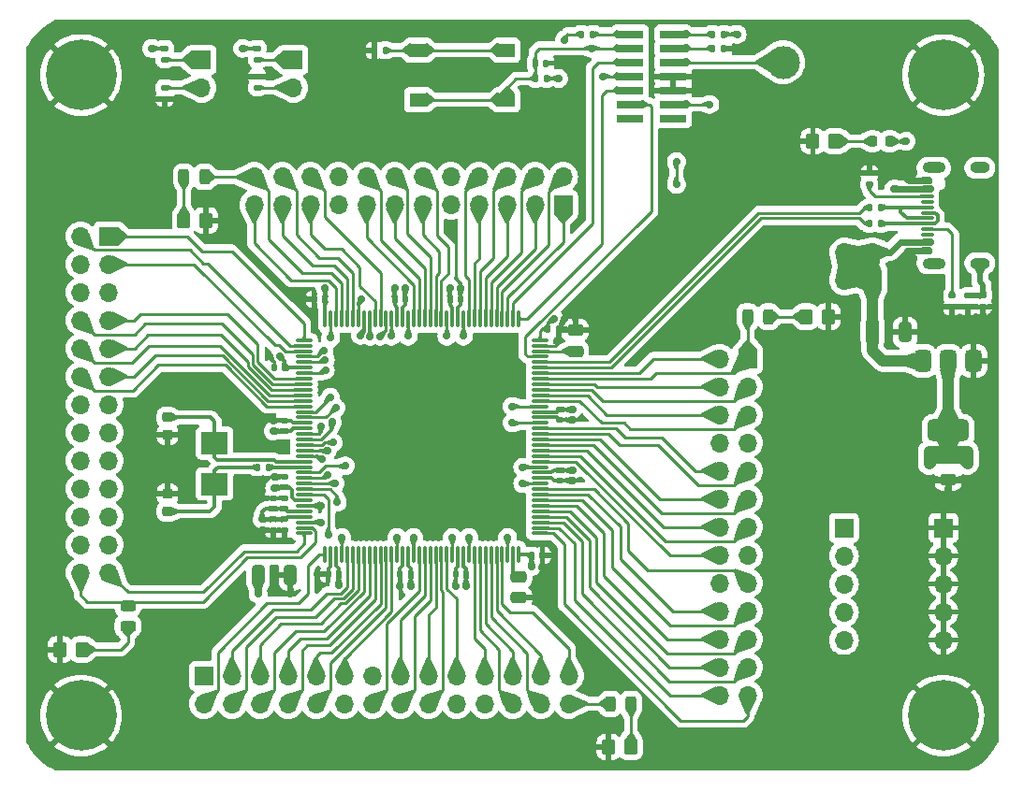
<source format=gbr>
%TF.GenerationSoftware,KiCad,Pcbnew,8.0.0*%
%TF.CreationDate,2024-03-05T14:40:29+01:00*%
%TF.ProjectId,pcb723,70636237-3233-42e6-9b69-6361645f7063,rev?*%
%TF.SameCoordinates,PX55d4a80PY2625a00*%
%TF.FileFunction,Copper,L1,Top*%
%TF.FilePolarity,Positive*%
%FSLAX46Y46*%
G04 Gerber Fmt 4.6, Leading zero omitted, Abs format (unit mm)*
G04 Created by KiCad (PCBNEW 8.0.0) date 2024-03-05 14:40:29*
%MOMM*%
%LPD*%
G01*
G04 APERTURE LIST*
G04 Aperture macros list*
%AMRoundRect*
0 Rectangle with rounded corners*
0 $1 Rounding radius*
0 $2 $3 $4 $5 $6 $7 $8 $9 X,Y pos of 4 corners*
0 Add a 4 corners polygon primitive as box body*
4,1,4,$2,$3,$4,$5,$6,$7,$8,$9,$2,$3,0*
0 Add four circle primitives for the rounded corners*
1,1,$1+$1,$2,$3*
1,1,$1+$1,$4,$5*
1,1,$1+$1,$6,$7*
1,1,$1+$1,$8,$9*
0 Add four rect primitives between the rounded corners*
20,1,$1+$1,$2,$3,$4,$5,0*
20,1,$1+$1,$4,$5,$6,$7,0*
20,1,$1+$1,$6,$7,$8,$9,0*
20,1,$1+$1,$8,$9,$2,$3,0*%
G04 Aperture macros list end*
%TA.AperFunction,ComponentPad*%
%ADD10R,1.700000X1.700000*%
%TD*%
%TA.AperFunction,ComponentPad*%
%ADD11O,1.700000X1.700000*%
%TD*%
%TA.AperFunction,SMDPad,CuDef*%
%ADD12RoundRect,0.250000X0.475000X-0.250000X0.475000X0.250000X-0.475000X0.250000X-0.475000X-0.250000X0*%
%TD*%
%TA.AperFunction,SMDPad,CuDef*%
%ADD13RoundRect,0.375000X-0.375000X0.625000X-0.375000X-0.625000X0.375000X-0.625000X0.375000X0.625000X0*%
%TD*%
%TA.AperFunction,SMDPad,CuDef*%
%ADD14RoundRect,0.500000X-1.400000X0.500000X-1.400000X-0.500000X1.400000X-0.500000X1.400000X0.500000X0*%
%TD*%
%TA.AperFunction,SMDPad,CuDef*%
%ADD15RoundRect,0.140000X0.170000X-0.140000X0.170000X0.140000X-0.170000X0.140000X-0.170000X-0.140000X0*%
%TD*%
%TA.AperFunction,SMDPad,CuDef*%
%ADD16RoundRect,0.135000X-0.135000X-0.185000X0.135000X-0.185000X0.135000X0.185000X-0.135000X0.185000X0*%
%TD*%
%TA.AperFunction,SMDPad,CuDef*%
%ADD17RoundRect,0.140000X-0.140000X-0.170000X0.140000X-0.170000X0.140000X0.170000X-0.140000X0.170000X0*%
%TD*%
%TA.AperFunction,SMDPad,CuDef*%
%ADD18RoundRect,0.135000X-0.185000X0.135000X-0.185000X-0.135000X0.185000X-0.135000X0.185000X0.135000X0*%
%TD*%
%TA.AperFunction,SMDPad,CuDef*%
%ADD19RoundRect,0.250000X-0.475000X0.250000X-0.475000X-0.250000X0.475000X-0.250000X0.475000X0.250000X0*%
%TD*%
%TA.AperFunction,SMDPad,CuDef*%
%ADD20RoundRect,0.135000X0.135000X0.185000X-0.135000X0.185000X-0.135000X-0.185000X0.135000X-0.185000X0*%
%TD*%
%TA.AperFunction,SMDPad,CuDef*%
%ADD21RoundRect,0.225000X0.250000X-0.225000X0.250000X0.225000X-0.250000X0.225000X-0.250000X-0.225000X0*%
%TD*%
%TA.AperFunction,SMDPad,CuDef*%
%ADD22RoundRect,0.140000X-0.170000X0.140000X-0.170000X-0.140000X0.170000X-0.140000X0.170000X0.140000X0*%
%TD*%
%TA.AperFunction,SMDPad,CuDef*%
%ADD23RoundRect,0.250000X-0.350000X-0.450000X0.350000X-0.450000X0.350000X0.450000X-0.350000X0.450000X0*%
%TD*%
%TA.AperFunction,SMDPad,CuDef*%
%ADD24RoundRect,0.243750X0.456250X-0.243750X0.456250X0.243750X-0.456250X0.243750X-0.456250X-0.243750X0*%
%TD*%
%TA.AperFunction,SMDPad,CuDef*%
%ADD25RoundRect,0.135000X0.185000X-0.135000X0.185000X0.135000X-0.185000X0.135000X-0.185000X-0.135000X0*%
%TD*%
%TA.AperFunction,ComponentPad*%
%ADD26C,3.000000*%
%TD*%
%TA.AperFunction,SMDPad,CuDef*%
%ADD27RoundRect,0.250000X0.350000X0.450000X-0.350000X0.450000X-0.350000X-0.450000X0.350000X-0.450000X0*%
%TD*%
%TA.AperFunction,SMDPad,CuDef*%
%ADD28RoundRect,0.075000X-0.662500X-0.075000X0.662500X-0.075000X0.662500X0.075000X-0.662500X0.075000X0*%
%TD*%
%TA.AperFunction,SMDPad,CuDef*%
%ADD29RoundRect,0.075000X-0.075000X-0.662500X0.075000X-0.662500X0.075000X0.662500X-0.075000X0.662500X0*%
%TD*%
%TA.AperFunction,SMDPad,CuDef*%
%ADD30R,2.400000X2.000000*%
%TD*%
%TA.AperFunction,ComponentPad*%
%ADD31C,0.800000*%
%TD*%
%TA.AperFunction,ComponentPad*%
%ADD32C,6.400000*%
%TD*%
%TA.AperFunction,SMDPad,CuDef*%
%ADD33RoundRect,0.218750X-0.218750X-0.256250X0.218750X-0.256250X0.218750X0.256250X-0.218750X0.256250X0*%
%TD*%
%TA.AperFunction,SMDPad,CuDef*%
%ADD34RoundRect,0.150000X0.377500X-0.150000X0.377500X0.150000X-0.377500X0.150000X-0.377500X-0.150000X0*%
%TD*%
%TA.AperFunction,SMDPad,CuDef*%
%ADD35RoundRect,0.150000X0.425000X-0.150000X0.425000X0.150000X-0.425000X0.150000X-0.425000X-0.150000X0*%
%TD*%
%TA.AperFunction,SMDPad,CuDef*%
%ADD36RoundRect,0.075000X0.500000X-0.075000X0.500000X0.075000X-0.500000X0.075000X-0.500000X-0.075000X0*%
%TD*%
%TA.AperFunction,ComponentPad*%
%ADD37O,2.100000X1.000000*%
%TD*%
%TA.AperFunction,ComponentPad*%
%ADD38O,1.800000X1.000000*%
%TD*%
%TA.AperFunction,SMDPad,CuDef*%
%ADD39RoundRect,0.250000X0.325000X0.650000X-0.325000X0.650000X-0.325000X-0.650000X0.325000X-0.650000X0*%
%TD*%
%TA.AperFunction,SMDPad,CuDef*%
%ADD40RoundRect,0.140000X0.140000X0.170000X-0.140000X0.170000X-0.140000X-0.170000X0.140000X-0.170000X0*%
%TD*%
%TA.AperFunction,SMDPad,CuDef*%
%ADD41RoundRect,0.225000X-0.250000X0.225000X-0.250000X-0.225000X0.250000X-0.225000X0.250000X0.225000X0*%
%TD*%
%TA.AperFunction,SMDPad,CuDef*%
%ADD42RoundRect,0.250000X-0.325000X-0.650000X0.325000X-0.650000X0.325000X0.650000X-0.325000X0.650000X0*%
%TD*%
%TA.AperFunction,SMDPad,CuDef*%
%ADD43RoundRect,0.243750X-0.243750X-0.456250X0.243750X-0.456250X0.243750X0.456250X-0.243750X0.456250X0*%
%TD*%
%TA.AperFunction,SMDPad,CuDef*%
%ADD44R,2.400000X0.740000*%
%TD*%
%TA.AperFunction,SMDPad,CuDef*%
%ADD45R,1.550000X1.300000*%
%TD*%
%TA.AperFunction,SMDPad,CuDef*%
%ADD46RoundRect,0.243750X0.243750X0.456250X-0.243750X0.456250X-0.243750X-0.456250X0.243750X-0.456250X0*%
%TD*%
%TA.AperFunction,ViaPad*%
%ADD47C,0.700000*%
%TD*%
%TA.AperFunction,Conductor*%
%ADD48C,0.250000*%
%TD*%
%TA.AperFunction,Conductor*%
%ADD49C,0.300000*%
%TD*%
%TA.AperFunction,Conductor*%
%ADD50C,1.000000*%
%TD*%
%TA.AperFunction,Conductor*%
%ADD51C,0.600000*%
%TD*%
%TA.AperFunction,Conductor*%
%ADD52C,0.500000*%
%TD*%
G04 APERTURE END LIST*
D10*
%TO.P,J6,1,Pin_1*%
%TO.N,/PA9*%
X66300000Y-31690000D03*
D11*
%TO.P,J6,2,Pin_2*%
%TO.N,/PA10*%
X63760000Y-31690000D03*
%TO.P,J6,3,Pin_3*%
%TO.N,/PC9*%
X66300000Y-34230000D03*
%TO.P,J6,4,Pin_4*%
%TO.N,/PA8*%
X63760000Y-34230000D03*
%TO.P,J6,5,Pin_5*%
%TO.N,/PC7*%
X66300000Y-36770000D03*
%TO.P,J6,6,Pin_6*%
%TO.N,/PC8*%
X63760000Y-36770000D03*
%TO.P,J6,7,Pin_7*%
%TO.N,/PG8*%
X66300000Y-39310000D03*
%TO.P,J6,8,Pin_8*%
%TO.N,/PC6*%
X63760000Y-39310000D03*
%TO.P,J6,9,Pin_9*%
%TO.N,/PG6*%
X66300000Y-41850000D03*
%TO.P,J6,10,Pin_10*%
%TO.N,/PG7*%
X63760000Y-41850000D03*
%TO.P,J6,11,Pin_11*%
%TO.N,/PG4*%
X66300000Y-44390000D03*
%TO.P,J6,12,Pin_12*%
%TO.N,/PG5*%
X63760000Y-44390000D03*
%TO.P,J6,13,Pin_13*%
%TO.N,/PG2*%
X66300000Y-46930000D03*
%TO.P,J6,14,Pin_14*%
%TO.N,/PG3*%
X63760000Y-46930000D03*
%TO.P,J6,15,Pin_15*%
%TO.N,/PD14*%
X66300000Y-49470000D03*
%TO.P,J6,16,Pin_16*%
%TO.N,/PD15*%
X63760000Y-49470000D03*
%TO.P,J6,17,Pin_17*%
%TO.N,/PD12*%
X66300000Y-52010000D03*
%TO.P,J6,18,Pin_18*%
%TO.N,/PD13*%
X63760000Y-52010000D03*
%TO.P,J6,19,Pin_19*%
%TO.N,/PD10*%
X66300000Y-54550000D03*
%TO.P,J6,20,Pin_20*%
%TO.N,/PD11*%
X63760000Y-54550000D03*
%TO.P,J6,21,Pin_21*%
%TO.N,/PD8*%
X66300000Y-57090000D03*
%TO.P,J6,22,Pin_22*%
%TO.N,/PD9*%
X63760000Y-57090000D03*
%TO.P,J6,23,Pin_23*%
%TO.N,/PB14*%
X66300000Y-59630000D03*
%TO.P,J6,24,Pin_24*%
%TO.N,/PB15*%
X63760000Y-59630000D03*
%TO.P,J6,25,Pin_25*%
%TO.N,/PB12*%
X66300000Y-62170000D03*
%TO.P,J6,26,Pin_26*%
%TO.N,/PB13*%
X63760000Y-62170000D03*
%TD*%
D12*
%TO.P,C20,1*%
%TO.N,GND*%
X45580000Y-53320000D03*
%TO.P,C20,2*%
%TO.N,Net-(C20-Pad2)*%
X45580000Y-51420000D03*
%TD*%
D13*
%TO.P,U2,1,GND*%
%TO.N,GND*%
X86732500Y-31885000D03*
%TO.P,U2,2,VO*%
%TO.N,+3V3*%
X84432500Y-31885000D03*
D14*
X84432500Y-38185000D03*
D13*
%TO.P,U2,3,VI*%
%TO.N,+5V*%
X82132500Y-31885000D03*
%TD*%
D15*
%TO.P,C7,1*%
%TO.N,GND*%
X49300000Y-42730000D03*
%TO.P,C7,2*%
%TO.N,+3V3*%
X49300000Y-41770000D03*
%TD*%
D16*
%TO.P,R7,1*%
%TO.N,Net-(C22-Pad1)*%
X21950000Y-41500000D03*
%TO.P,R7,2*%
%TO.N,/PH1*%
X22970000Y-41500000D03*
%TD*%
D17*
%TO.P,C11,1*%
%TO.N,GND*%
X27127500Y-26290000D03*
%TO.P,C11,2*%
%TO.N,+3V3*%
X28087500Y-26290000D03*
%TD*%
D18*
%TO.P,R11,1*%
%TO.N,Net-(J5-CC1)*%
X84800000Y-25990000D03*
%TO.P,R11,2*%
%TO.N,GND*%
X84800000Y-27010000D03*
%TD*%
D19*
%TO.P,C19,1*%
%TO.N,GND*%
X50700000Y-29100000D03*
%TO.P,C19,2*%
%TO.N,Net-(C19-Pad2)*%
X50700000Y-31000000D03*
%TD*%
D10*
%TO.P,J2,1,Pin_1*%
%TO.N,/PDR_ON*%
X16900000Y-4610000D03*
D11*
%TO.P,J2,2,Pin_2*%
%TO.N,Net-(J2-Pin_2)*%
X16900000Y-7150000D03*
%TD*%
D20*
%TO.P,R16,1*%
%TO.N,Net-(J5-D+-PadA6)*%
X78335000Y-17970000D03*
%TO.P,R16,2*%
%TO.N,/USB_FS_P*%
X77315000Y-17970000D03*
%TD*%
D17*
%TO.P,C5,1*%
%TO.N,GND*%
X39860000Y-51225000D03*
%TO.P,C5,2*%
%TO.N,+3V3*%
X40820000Y-51225000D03*
%TD*%
D20*
%TO.P,R5,1*%
%TO.N,+3V3*%
X48110000Y-6310000D03*
%TO.P,R5,2*%
%TO.N,/T_NRST*%
X47090000Y-6310000D03*
%TD*%
%TO.P,R10,1*%
%TO.N,Net-(U1-PB7)*%
X64140000Y-2300000D03*
%TO.P,R10,2*%
%TO.N,/T_VCP_RX*%
X63120000Y-2300000D03*
%TD*%
D10*
%TO.P,J11,1,Pin_1*%
%TO.N,GND*%
X84000000Y-47000000D03*
D11*
%TO.P,J11,2,Pin_2*%
X84000000Y-49540000D03*
%TO.P,J11,3,Pin_3*%
X84000000Y-52080000D03*
%TO.P,J11,4,Pin_4*%
X84000000Y-54620000D03*
%TO.P,J11,5,Pin_5*%
X84000000Y-57160000D03*
%TD*%
D20*
%TO.P,R15,1*%
%TO.N,Net-(J5-D--PadA7)*%
X78335000Y-19470000D03*
%TO.P,R15,2*%
%TO.N,/USB_FS_N*%
X77315000Y-19470000D03*
%TD*%
D21*
%TO.P,C22,1*%
%TO.N,Net-(C22-Pad1)*%
X13820000Y-45495000D03*
%TO.P,C22,2*%
%TO.N,GND*%
X13820000Y-43945000D03*
%TD*%
D10*
%TO.P,J9,1,Pin_1*%
%TO.N,/PC10*%
X49600000Y-17760000D03*
D11*
%TO.P,J9,2,Pin_2*%
%TO.N,/PC11*%
X49600000Y-15220000D03*
%TO.P,J9,3,Pin_3*%
%TO.N,/PC12*%
X47060000Y-17760000D03*
%TO.P,J9,4,Pin_4*%
%TO.N,/PD0*%
X47060000Y-15220000D03*
%TO.P,J9,5,Pin_5*%
%TO.N,/PD1*%
X44520000Y-17760000D03*
%TO.P,J9,6,Pin_6*%
%TO.N,/PD2*%
X44520000Y-15220000D03*
%TO.P,J9,7,Pin_7*%
%TO.N,/PD3*%
X41980000Y-17760000D03*
%TO.P,J9,8,Pin_8*%
%TO.N,/PD4*%
X41980000Y-15220000D03*
%TO.P,J9,9,Pin_9*%
%TO.N,/PD5*%
X39440000Y-17760000D03*
%TO.P,J9,10,Pin_10*%
%TO.N,/PD6*%
X39440000Y-15220000D03*
%TO.P,J9,11,Pin_11*%
%TO.N,/PG9*%
X36900000Y-17760000D03*
%TO.P,J9,12,Pin_12*%
%TO.N,/PD7*%
X36900000Y-15220000D03*
%TO.P,J9,13,Pin_13*%
%TO.N,/PG11*%
X34360000Y-17760000D03*
%TO.P,J9,14,Pin_14*%
%TO.N,/PG10*%
X34360000Y-15220000D03*
%TO.P,J9,15,Pin_15*%
%TO.N,/PG13*%
X31820000Y-17760000D03*
%TO.P,J9,16,Pin_16*%
%TO.N,/PG12*%
X31820000Y-15220000D03*
%TO.P,J9,17,Pin_17*%
%TO.N,/PG15*%
X29280000Y-17760000D03*
%TO.P,J9,18,Pin_18*%
%TO.N,/PG14*%
X29280000Y-15220000D03*
%TO.P,J9,19,Pin_19*%
%TO.N,/PB5*%
X26740000Y-17760000D03*
%TO.P,J9,20,Pin_20*%
%TO.N,/PB4(NJTRST)*%
X26740000Y-15220000D03*
%TO.P,J9,21,Pin_21*%
%TO.N,/PB9*%
X24200000Y-17760000D03*
%TO.P,J9,22,Pin_22*%
%TO.N,/PB8*%
X24200000Y-15220000D03*
%TO.P,J9,23,Pin_23*%
%TO.N,/PE1*%
X21660000Y-17760000D03*
%TO.P,J9,24,Pin_24*%
%TO.N,/PE0*%
X21660000Y-15220000D03*
%TD*%
D22*
%TO.P,C1,1*%
%TO.N,GND*%
X24400000Y-37270000D03*
%TO.P,C1,2*%
%TO.N,+3V3*%
X24400000Y-38230000D03*
%TD*%
D10*
%TO.P,J7,1,Pin_1*%
%TO.N,/PA4*%
X17120000Y-60400000D03*
D11*
%TO.P,J7,2,Pin_2*%
%TO.N,/PA3*%
X17120000Y-62940000D03*
%TO.P,J7,3,Pin_3*%
%TO.N,/PA5*%
X19660000Y-60400000D03*
%TO.P,J7,4,Pin_4*%
%TO.N,/PA6*%
X19660000Y-62940000D03*
%TO.P,J7,5,Pin_5*%
%TO.N,/PA7*%
X22200000Y-60400000D03*
%TO.P,J7,6,Pin_6*%
%TO.N,/PC4*%
X22200000Y-62940000D03*
%TO.P,J7,7,Pin_7*%
%TO.N,/PC5*%
X24740000Y-60400000D03*
%TO.P,J7,8,Pin_8*%
%TO.N,/PB0*%
X24740000Y-62940000D03*
%TO.P,J7,9,Pin_9*%
%TO.N,/PB1*%
X27280000Y-60400000D03*
%TO.P,J7,10,Pin_10*%
%TO.N,/PB2*%
X27280000Y-62940000D03*
%TO.P,J7,11,Pin_11*%
%TO.N,/PF11*%
X29820000Y-60400000D03*
%TO.P,J7,12,Pin_12*%
%TO.N,/PF12*%
X29820000Y-62940000D03*
%TO.P,J7,13,Pin_13*%
%TO.N,/PF13*%
X32360000Y-60400000D03*
%TO.P,J7,14,Pin_14*%
%TO.N,/PF14*%
X32360000Y-62940000D03*
%TO.P,J7,15,Pin_15*%
%TO.N,/PF15*%
X34900000Y-60400000D03*
%TO.P,J7,16,Pin_16*%
%TO.N,/PG0*%
X34900000Y-62940000D03*
%TO.P,J7,17,Pin_17*%
%TO.N,/PG1*%
X37440000Y-60400000D03*
%TO.P,J7,18,Pin_18*%
%TO.N,/PE7*%
X37440000Y-62940000D03*
%TO.P,J7,19,Pin_19*%
%TO.N,/PE8*%
X39980000Y-60400000D03*
%TO.P,J7,20,Pin_20*%
%TO.N,/PE9*%
X39980000Y-62940000D03*
%TO.P,J7,21,Pin_21*%
%TO.N,/PE11*%
X42520000Y-60400000D03*
%TO.P,J7,22,Pin_22*%
%TO.N,/PE10*%
X42520000Y-62940000D03*
%TO.P,J7,23,Pin_23*%
%TO.N,/PE13*%
X45060000Y-60400000D03*
%TO.P,J7,24,Pin_24*%
%TO.N,/PE12*%
X45060000Y-62940000D03*
%TO.P,J7,25,Pin_25*%
%TO.N,/PE15*%
X47600000Y-60400000D03*
%TO.P,J7,26,Pin_26*%
%TO.N,/PE14*%
X47600000Y-62940000D03*
%TO.P,J7,27,Pin_27*%
%TO.N,/PB10*%
X50140000Y-60400000D03*
%TO.P,J7,28,Pin_28*%
%TO.N,/PB11*%
X50140000Y-62940000D03*
%TD*%
D15*
%TO.P,C26,1*%
%TO.N,GND*%
X87600000Y-26950000D03*
%TO.P,C26,2*%
%TO.N,Net-(J5-SHIELD)*%
X87600000Y-25990000D03*
%TD*%
D23*
%TO.P,R19,1*%
%TO.N,Net-(D4-K)*%
X71600000Y-27870000D03*
%TO.P,R19,2*%
%TO.N,GND*%
X73600000Y-27870000D03*
%TD*%
D24*
%TO.P,D3,1,K*%
%TO.N,Net-(D3-K)*%
X10240000Y-55917500D03*
%TO.P,D3,2,A*%
%TO.N,/PA1*%
X10240000Y-54042500D03*
%TD*%
D25*
%TO.P,R1,1*%
%TO.N,/BOOT0*%
X21940000Y-7150000D03*
%TO.P,R1,2*%
%TO.N,GND*%
X21940000Y-6130000D03*
%TD*%
D26*
%TO.P,TP1,1,1*%
%TO.N,/T_JRCLK*%
X69500000Y-4840000D03*
%TD*%
D15*
%TO.P,C13,1*%
%TO.N,GND*%
X49300000Y-37230000D03*
%TO.P,C13,2*%
%TO.N,+3V3*%
X49300000Y-36270000D03*
%TD*%
D10*
%TO.P,J1,1,Pin_1*%
%TO.N,Net-(J1-Pin_1)*%
X25190000Y-4610000D03*
D11*
%TO.P,J1,2,Pin_2*%
%TO.N,/BOOT0*%
X25190000Y-7150000D03*
%TD*%
D22*
%TO.P,C2,1*%
%TO.N,GND*%
X24400000Y-42370000D03*
%TO.P,C2,2*%
%TO.N,+3V3*%
X24400000Y-43330000D03*
%TD*%
D27*
%TO.P,R18,1*%
%TO.N,Net-(D3-K)*%
X6080000Y-58010000D03*
%TO.P,R18,2*%
%TO.N,GND*%
X4080000Y-58010000D03*
%TD*%
D28*
%TO.P,U1,1,PE2*%
%TO.N,/PE2*%
X26175000Y-30000000D03*
%TO.P,U1,2,PE3*%
%TO.N,/PE3*%
X26175000Y-30500000D03*
%TO.P,U1,3,PE4*%
%TO.N,/PE4*%
X26175000Y-31000000D03*
%TO.P,U1,4,PE5*%
%TO.N,/PE5*%
X26175000Y-31500000D03*
%TO.P,U1,5,PE6*%
%TO.N,/PE6*%
X26175000Y-32000000D03*
%TO.P,U1,6,VBAT*%
%TO.N,+3V3*%
X26175000Y-32500000D03*
%TO.P,U1,7,PC13*%
%TO.N,/PC13*%
X26175000Y-33000000D03*
%TO.P,U1,8,PC14*%
%TO.N,/PC14*%
X26175000Y-33500000D03*
%TO.P,U1,9,PC15*%
%TO.N,/PC15*%
X26175000Y-34000000D03*
%TO.P,U1,10,PF0*%
%TO.N,/PF0*%
X26175000Y-34500000D03*
%TO.P,U1,11,PF1*%
%TO.N,/PF1*%
X26175000Y-35000000D03*
%TO.P,U1,12,PF2*%
%TO.N,/PF2*%
X26175000Y-35500000D03*
%TO.P,U1,13,PF3*%
%TO.N,/PF3*%
X26175000Y-36000000D03*
%TO.P,U1,14,PF4*%
%TO.N,/PF4*%
X26175000Y-36500000D03*
%TO.P,U1,15,PF5*%
%TO.N,/PF5*%
X26175000Y-37000000D03*
%TO.P,U1,16,VSS*%
%TO.N,GND*%
X26175000Y-37500000D03*
%TO.P,U1,17,VDD*%
%TO.N,+3V3*%
X26175000Y-38000000D03*
%TO.P,U1,18,PF6*%
%TO.N,/PF6*%
X26175000Y-38500000D03*
%TO.P,U1,19,PF7*%
%TO.N,/PF7*%
X26175000Y-39000000D03*
%TO.P,U1,20,PF8*%
%TO.N,/PF8*%
X26175000Y-39500000D03*
%TO.P,U1,21,PF9*%
%TO.N,/PF9*%
X26175000Y-40000000D03*
%TO.P,U1,22,PF10*%
%TO.N,/PF10*%
X26175000Y-40500000D03*
%TO.P,U1,23,PH0*%
%TO.N,/PH0*%
X26175000Y-41000000D03*
%TO.P,U1,24,PH1*%
%TO.N,/PH1*%
X26175000Y-41500000D03*
%TO.P,U1,25,NRST*%
%TO.N,/T_NRST*%
X26175000Y-42000000D03*
%TO.P,U1,26,PC0*%
%TO.N,/PC0*%
X26175000Y-42500000D03*
%TO.P,U1,27,PC1*%
%TO.N,/PC1*%
X26175000Y-43000000D03*
%TO.P,U1,28,PC2_C*%
%TO.N,/PC2_C*%
X26175000Y-43500000D03*
%TO.P,U1,29,PC3_C*%
%TO.N,/PC3_C*%
X26175000Y-44000000D03*
%TO.P,U1,30,VDD*%
%TO.N,+3V3*%
X26175000Y-44500000D03*
%TO.P,U1,31,VSSA*%
%TO.N,GND*%
X26175000Y-45000000D03*
%TO.P,U1,32,VREF+*%
%TO.N,+3V3*%
X26175000Y-45500000D03*
%TO.P,U1,33,VDDA*%
X26175000Y-46000000D03*
%TO.P,U1,34,PA0*%
%TO.N,/PA0*%
X26175000Y-46500000D03*
%TO.P,U1,35,PA1*%
%TO.N,/PA1*%
X26175000Y-47000000D03*
%TO.P,U1,36,PA2*%
%TO.N,/PA2*%
X26175000Y-47500000D03*
D29*
%TO.P,U1,37,PA3*%
%TO.N,/PA3*%
X28087500Y-49412500D03*
%TO.P,U1,38,VSS*%
%TO.N,GND*%
X28587500Y-49412500D03*
%TO.P,U1,39,VDD*%
%TO.N,+3V3*%
X29087500Y-49412500D03*
%TO.P,U1,40,PA4*%
%TO.N,/PA4*%
X29587500Y-49412500D03*
%TO.P,U1,41,PA5*%
%TO.N,/PA5*%
X30087500Y-49412500D03*
%TO.P,U1,42,PA6*%
%TO.N,/PA6*%
X30587500Y-49412500D03*
%TO.P,U1,43,PA7*%
%TO.N,/PA7*%
X31087500Y-49412500D03*
%TO.P,U1,44,PC4*%
%TO.N,/PC4*%
X31587500Y-49412500D03*
%TO.P,U1,45,PC5*%
%TO.N,/PC5*%
X32087500Y-49412500D03*
%TO.P,U1,46,PB0*%
%TO.N,/PB0*%
X32587500Y-49412500D03*
%TO.P,U1,47,PB1*%
%TO.N,/PB1*%
X33087500Y-49412500D03*
%TO.P,U1,48,PB2*%
%TO.N,/PB2*%
X33587500Y-49412500D03*
%TO.P,U1,49,PF11*%
%TO.N,/PF11*%
X34087500Y-49412500D03*
%TO.P,U1,50,PF12*%
%TO.N,/PF12*%
X34587500Y-49412500D03*
%TO.P,U1,51,VSS*%
%TO.N,GND*%
X35087500Y-49412500D03*
%TO.P,U1,52,VDD*%
%TO.N,+3V3*%
X35587500Y-49412500D03*
%TO.P,U1,53,PF13*%
%TO.N,/PF13*%
X36087500Y-49412500D03*
%TO.P,U1,54,PF14*%
%TO.N,/PF14*%
X36587500Y-49412500D03*
%TO.P,U1,55,PF15*%
%TO.N,/PF15*%
X37087500Y-49412500D03*
%TO.P,U1,56,PG0*%
%TO.N,/PG0*%
X37587500Y-49412500D03*
%TO.P,U1,57,PG1*%
%TO.N,/PG1*%
X38087500Y-49412500D03*
%TO.P,U1,58,PE7*%
%TO.N,/PE7*%
X38587500Y-49412500D03*
%TO.P,U1,59,PE8*%
%TO.N,/PE8*%
X39087500Y-49412500D03*
%TO.P,U1,60,PE9*%
%TO.N,/PE9*%
X39587500Y-49412500D03*
%TO.P,U1,61,VSS*%
%TO.N,GND*%
X40087500Y-49412500D03*
%TO.P,U1,62,VDD*%
%TO.N,+3V3*%
X40587500Y-49412500D03*
%TO.P,U1,63,PE10*%
%TO.N,/PE10*%
X41087500Y-49412500D03*
%TO.P,U1,64,PE11*%
%TO.N,/PE11*%
X41587500Y-49412500D03*
%TO.P,U1,65,PE12*%
%TO.N,/PE12*%
X42087500Y-49412500D03*
%TO.P,U1,66,PE13*%
%TO.N,/PE13*%
X42587500Y-49412500D03*
%TO.P,U1,67,PE14*%
%TO.N,/PE14*%
X43087500Y-49412500D03*
%TO.P,U1,68,PE15*%
%TO.N,/PE15*%
X43587500Y-49412500D03*
%TO.P,U1,69,PB10*%
%TO.N,/PB10*%
X44087500Y-49412500D03*
%TO.P,U1,70,PB11*%
%TO.N,/PB11*%
X44587500Y-49412500D03*
%TO.P,U1,71,VCAP*%
%TO.N,Net-(C20-Pad2)*%
X45087500Y-49412500D03*
%TO.P,U1,72,VDD*%
%TO.N,+3V3*%
X45587500Y-49412500D03*
D28*
%TO.P,U1,73,PB12*%
%TO.N,/PB12*%
X47500000Y-47500000D03*
%TO.P,U1,74,PB13*%
%TO.N,/PB13*%
X47500000Y-47000000D03*
%TO.P,U1,75,PB14*%
%TO.N,/PB14*%
X47500000Y-46500000D03*
%TO.P,U1,76,PB15*%
%TO.N,/PB15*%
X47500000Y-46000000D03*
%TO.P,U1,77,PD8*%
%TO.N,/PD8*%
X47500000Y-45500000D03*
%TO.P,U1,78,PD9*%
%TO.N,/PD9*%
X47500000Y-45000000D03*
%TO.P,U1,79,PD10*%
%TO.N,/PD10*%
X47500000Y-44500000D03*
%TO.P,U1,80,PD11*%
%TO.N,/PD11*%
X47500000Y-44000000D03*
%TO.P,U1,81,PD12*%
%TO.N,/PD12*%
X47500000Y-43500000D03*
%TO.P,U1,82,PD13*%
%TO.N,/PD13*%
X47500000Y-43000000D03*
%TO.P,U1,83,VSS*%
%TO.N,GND*%
X47500000Y-42500000D03*
%TO.P,U1,84,VDD*%
%TO.N,+3V3*%
X47500000Y-42000000D03*
%TO.P,U1,85,PD14*%
%TO.N,/PD14*%
X47500000Y-41500000D03*
%TO.P,U1,86,PD15*%
%TO.N,/PD15*%
X47500000Y-41000000D03*
%TO.P,U1,87,PG2*%
%TO.N,/PG2*%
X47500000Y-40500000D03*
%TO.P,U1,88,PG3*%
%TO.N,/PG3*%
X47500000Y-40000000D03*
%TO.P,U1,89,PG4*%
%TO.N,/PG4*%
X47500000Y-39500000D03*
%TO.P,U1,90,PG5*%
%TO.N,/PG5*%
X47500000Y-39000000D03*
%TO.P,U1,91,PG6*%
%TO.N,/PG6*%
X47500000Y-38500000D03*
%TO.P,U1,92,PG7*%
%TO.N,/PG7*%
X47500000Y-38000000D03*
%TO.P,U1,93,PG8*%
%TO.N,/PG8*%
X47500000Y-37500000D03*
%TO.P,U1,94,VSS*%
%TO.N,GND*%
X47500000Y-37000000D03*
%TO.P,U1,95,VDD33USB*%
%TO.N,+3V3*%
X47500000Y-36500000D03*
%TO.P,U1,96,PC6*%
%TO.N,/PC6*%
X47500000Y-36000000D03*
%TO.P,U1,97,PC7*%
%TO.N,/PC7*%
X47500000Y-35500000D03*
%TO.P,U1,98,PC8*%
%TO.N,/PC8*%
X47500000Y-35000000D03*
%TO.P,U1,99,PC9*%
%TO.N,/PC9*%
X47500000Y-34500000D03*
%TO.P,U1,100,PA8*%
%TO.N,/PA8*%
X47500000Y-34000000D03*
%TO.P,U1,101,PA9*%
%TO.N,/PA9*%
X47500000Y-33500000D03*
%TO.P,U1,102,PA10*%
%TO.N,/PA10*%
X47500000Y-33000000D03*
%TO.P,U1,103,PA11*%
%TO.N,/USB_FS_N*%
X47500000Y-32500000D03*
%TO.P,U1,104,PA12*%
%TO.N,/USB_FS_P*%
X47500000Y-32000000D03*
%TO.P,U1,105,PA13(JTMS*%
%TO.N,/T_SWDIO*%
X47500000Y-31500000D03*
%TO.P,U1,106,VCAP*%
%TO.N,Net-(C19-Pad2)*%
X47500000Y-31000000D03*
%TO.P,U1,107,VSS*%
%TO.N,GND*%
X47500000Y-30500000D03*
%TO.P,U1,108,VDD*%
%TO.N,+3V3*%
X47500000Y-30000000D03*
D29*
%TO.P,U1,109,PA14(JTCK*%
%TO.N,/T_SWCLK*%
X45587500Y-28087500D03*
%TO.P,U1,110,PA15(JTDI)*%
%TO.N,/T_JTDI*%
X45087500Y-28087500D03*
%TO.P,U1,111,PC10*%
%TO.N,/PC10*%
X44587500Y-28087500D03*
%TO.P,U1,112,PC11*%
%TO.N,/PC11*%
X44087500Y-28087500D03*
%TO.P,U1,113,PC12*%
%TO.N,/PC12*%
X43587500Y-28087500D03*
%TO.P,U1,114,PD0*%
%TO.N,/PD0*%
X43087500Y-28087500D03*
%TO.P,U1,115,PD1*%
%TO.N,/PD1*%
X42587500Y-28087500D03*
%TO.P,U1,116,PD2*%
%TO.N,/PD2*%
X42087500Y-28087500D03*
%TO.P,U1,117,PD3*%
%TO.N,/PD3*%
X41587500Y-28087500D03*
%TO.P,U1,118,PD4*%
%TO.N,/PD4*%
X41087500Y-28087500D03*
%TO.P,U1,119,PD5*%
%TO.N,/PD5*%
X40587500Y-28087500D03*
%TO.P,U1,120,VSS*%
%TO.N,GND*%
X40087500Y-28087500D03*
%TO.P,U1,121,VDD*%
%TO.N,+3V3*%
X39587500Y-28087500D03*
%TO.P,U1,122,PD6*%
%TO.N,/PD6*%
X39087500Y-28087500D03*
%TO.P,U1,123,PD7*%
%TO.N,/PD7*%
X38587500Y-28087500D03*
%TO.P,U1,124,PG9*%
%TO.N,/PG9*%
X38087500Y-28087500D03*
%TO.P,U1,125,PG10*%
%TO.N,/PG10*%
X37587500Y-28087500D03*
%TO.P,U1,126,PG11*%
%TO.N,/PG11*%
X37087500Y-28087500D03*
%TO.P,U1,127,PG12*%
%TO.N,/PG12*%
X36587500Y-28087500D03*
%TO.P,U1,128,PG13*%
%TO.N,/PG13*%
X36087500Y-28087500D03*
%TO.P,U1,129,PG14*%
%TO.N,/PG14*%
X35587500Y-28087500D03*
%TO.P,U1,130,VSS*%
%TO.N,GND*%
X35087500Y-28087500D03*
%TO.P,U1,131,VDD*%
%TO.N,+3V3*%
X34587500Y-28087500D03*
%TO.P,U1,132,PG15*%
%TO.N,/PG15*%
X34087500Y-28087500D03*
%TO.P,U1,133,PB3(JTDO*%
%TO.N,/T_SWO*%
X33587500Y-28087500D03*
%TO.P,U1,134,PB4(NJTRST)*%
%TO.N,/PB4(NJTRST)*%
X33087500Y-28087500D03*
%TO.P,U1,135,PB5*%
%TO.N,/PB5*%
X32587500Y-28087500D03*
%TO.P,U1,136,PB6*%
%TO.N,Net-(U1-PB6)*%
X32087500Y-28087500D03*
%TO.P,U1,137,PB7*%
%TO.N,Net-(U1-PB7)*%
X31587500Y-28087500D03*
%TO.P,U1,138,BOOT0*%
%TO.N,/BOOT0*%
X31087500Y-28087500D03*
%TO.P,U1,139,PB8*%
%TO.N,/PB8*%
X30587500Y-28087500D03*
%TO.P,U1,140,PB9*%
%TO.N,/PB9*%
X30087500Y-28087500D03*
%TO.P,U1,141,PE0*%
%TO.N,/PE0*%
X29587500Y-28087500D03*
%TO.P,U1,142,PE1*%
%TO.N,/PE1*%
X29087500Y-28087500D03*
%TO.P,U1,143,PDR_ON*%
%TO.N,/PDR_ON*%
X28587500Y-28087500D03*
%TO.P,U1,144,VDD*%
%TO.N,+3V3*%
X28087500Y-28087500D03*
%TD*%
D18*
%TO.P,R2,1*%
%TO.N,+3V3*%
X21940000Y-3590000D03*
%TO.P,R2,2*%
%TO.N,Net-(J1-Pin_1)*%
X21940000Y-4610000D03*
%TD*%
D10*
%TO.P,J4,1,Pin_1*%
%TO.N,+5V*%
X77590000Y-24595000D03*
D11*
%TO.P,J4,2,Pin_2*%
X77590000Y-22055000D03*
%TO.P,J4,3,Pin_3*%
X75050000Y-24595000D03*
%TO.P,J4,4,Pin_4*%
X75050000Y-22055000D03*
%TD*%
D30*
%TO.P,Y1,1,1*%
%TO.N,Net-(C22-Pad1)*%
X18080000Y-43020000D03*
%TO.P,Y1,2,2*%
%TO.N,/PH0*%
X18080000Y-39320000D03*
%TD*%
D31*
%TO.P,H3,1,1*%
%TO.N,GND*%
X3600000Y-64000000D03*
X4302944Y-62302944D03*
X4302944Y-65697056D03*
X6000000Y-61600000D03*
D32*
X6000000Y-64000000D03*
D31*
X6000000Y-66400000D03*
X7697056Y-62302944D03*
X7697056Y-65697056D03*
X8400000Y-64000000D03*
%TD*%
D10*
%TO.P,J8,1,Pin_1*%
%TO.N,/PE2*%
X8500000Y-20590000D03*
D11*
%TO.P,J8,2,Pin_2*%
%TO.N,/PE3*%
X5960000Y-20590000D03*
%TO.P,J8,3,Pin_3*%
%TO.N,/PE4*%
X8500000Y-23130000D03*
%TO.P,J8,4,Pin_4*%
%TO.N,/PE5*%
X5960000Y-23130000D03*
%TO.P,J8,5,Pin_5*%
%TO.N,/PE6*%
X8500000Y-25670000D03*
%TO.P,J8,6,Pin_6*%
%TO.N,/PC13*%
X5960000Y-25670000D03*
%TO.P,J8,7,Pin_7*%
%TO.N,/PC14*%
X8500000Y-28210000D03*
%TO.P,J8,8,Pin_8*%
%TO.N,/PC15*%
X5960000Y-28210000D03*
%TO.P,J8,9,Pin_9*%
%TO.N,/PF0*%
X8500000Y-30750000D03*
%TO.P,J8,10,Pin_10*%
%TO.N,/PF1*%
X5960000Y-30750000D03*
%TO.P,J8,11,Pin_11*%
%TO.N,/PF2*%
X8500000Y-33290000D03*
%TO.P,J8,12,Pin_12*%
%TO.N,/PF3*%
X5960000Y-33290000D03*
%TO.P,J8,13,Pin_13*%
%TO.N,/PF5*%
X8500000Y-35830000D03*
%TO.P,J8,14,Pin_14*%
%TO.N,/PF4*%
X5960000Y-35830000D03*
%TO.P,J8,15,Pin_15*%
%TO.N,/PF6*%
X8500000Y-38370000D03*
%TO.P,J8,16,Pin_16*%
%TO.N,/PF7*%
X5960000Y-38370000D03*
%TO.P,J8,17,Pin_17*%
%TO.N,/PF9*%
X8500000Y-40910000D03*
%TO.P,J8,18,Pin_18*%
%TO.N,/PF8*%
X5960000Y-40910000D03*
%TO.P,J8,19,Pin_19*%
%TO.N,/PC0*%
X8500000Y-43450000D03*
%TO.P,J8,20,Pin_20*%
%TO.N,/PF10*%
X5960000Y-43450000D03*
%TO.P,J8,21,Pin_21*%
%TO.N,/PC2_C*%
X8500000Y-45990000D03*
%TO.P,J8,22,Pin_22*%
%TO.N,/PC1*%
X5960000Y-45990000D03*
%TO.P,J8,23,Pin_23*%
%TO.N,/PA0*%
X8500000Y-48530000D03*
%TO.P,J8,24,Pin_24*%
%TO.N,/PC3_C*%
X5960000Y-48530000D03*
%TO.P,J8,25,Pin_25*%
%TO.N,/PA2*%
X8500000Y-51070000D03*
%TO.P,J8,26,Pin_26*%
%TO.N,/PA1*%
X5960000Y-51070000D03*
%TD*%
D33*
%TO.P,D1,1,K*%
%TO.N,Net-(D1-K)*%
X77575000Y-11990000D03*
%TO.P,D1,2,A*%
%TO.N,+3V3*%
X79150000Y-11990000D03*
%TD*%
D22*
%TO.P,C17,1*%
%TO.N,GND*%
X23370000Y-44300000D03*
%TO.P,C17,2*%
%TO.N,+3V3*%
X23370000Y-45260000D03*
%TD*%
D15*
%TO.P,C14,1*%
%TO.N,GND*%
X23370000Y-47190000D03*
%TO.P,C14,2*%
%TO.N,+3V3*%
X23370000Y-46230000D03*
%TD*%
D34*
%TO.P,J5,A1,GND*%
%TO.N,GND*%
X82507500Y-21920000D03*
D35*
%TO.P,J5,A4,VBUS*%
%TO.N,+5V*%
X82555000Y-21120000D03*
D36*
%TO.P,J5,A5,CC1*%
%TO.N,Net-(J5-CC1)*%
X82555000Y-19970000D03*
%TO.P,J5,A6,D+*%
%TO.N,Net-(J5-D+-PadA6)*%
X82555000Y-18970000D03*
%TO.P,J5,A7,D-*%
%TO.N,Net-(J5-D--PadA7)*%
X82555000Y-18470000D03*
%TO.P,J5,A8,SBU1*%
%TO.N,unconnected-(J5-SBU1-PadA8)*%
X82555000Y-17470000D03*
D35*
%TO.P,J5,A9,VBUS*%
%TO.N,+5V*%
X82555000Y-16320000D03*
D34*
%TO.P,J5,A12,GND*%
%TO.N,GND*%
X82507500Y-15520000D03*
%TO.P,J5,B1,GND*%
X82507500Y-15520000D03*
D35*
%TO.P,J5,B4,VBUS*%
%TO.N,+5V*%
X82555000Y-16320000D03*
D36*
%TO.P,J5,B5,CC2*%
%TO.N,Net-(J5-CC2)*%
X82555000Y-16970000D03*
%TO.P,J5,B6,D+*%
%TO.N,Net-(J5-D+-PadA6)*%
X82555000Y-17970000D03*
%TO.P,J5,B7,D-*%
%TO.N,Net-(J5-D--PadA7)*%
X82555000Y-19470000D03*
%TO.P,J5,B8,SBU2*%
%TO.N,unconnected-(J5-SBU2-PadB8)*%
X82555000Y-20470000D03*
D35*
%TO.P,J5,B9,VBUS*%
%TO.N,+5V*%
X82555000Y-21120000D03*
D34*
%TO.P,J5,B12,GND*%
%TO.N,GND*%
X82507500Y-21920000D03*
D37*
%TO.P,J5,S1,SHIELD*%
%TO.N,Net-(J5-SHIELD)*%
X83130000Y-23040000D03*
D38*
X87310000Y-23040000D03*
D37*
X83130000Y-14400000D03*
D38*
X87310000Y-14400000D03*
%TD*%
D31*
%TO.P,H2,1,1*%
%TO.N,GND*%
X81600000Y-6000000D03*
X82302944Y-4302944D03*
X82302944Y-7697056D03*
X84000000Y-3600000D03*
D32*
X84000000Y-6000000D03*
D31*
X84000000Y-8400000D03*
X85697056Y-4302944D03*
X85697056Y-7697056D03*
X86400000Y-6000000D03*
%TD*%
D39*
%TO.P,C18,1*%
%TO.N,GND*%
X24955000Y-51280000D03*
%TO.P,C18,2*%
%TO.N,+3V3*%
X22005000Y-51280000D03*
%TD*%
D18*
%TO.P,R3,1*%
%TO.N,Net-(J2-Pin_2)*%
X13560000Y-7150000D03*
%TO.P,R3,2*%
%TO.N,GND*%
X13560000Y-8170000D03*
%TD*%
D40*
%TO.P,C10,1*%
%TO.N,GND*%
X35320000Y-26290000D03*
%TO.P,C10,2*%
%TO.N,+3V3*%
X34360000Y-26290000D03*
%TD*%
D41*
%TO.P,C23,1*%
%TO.N,/PH0*%
X13820000Y-36995000D03*
%TO.P,C23,2*%
%TO.N,GND*%
X13820000Y-38545000D03*
%TD*%
D16*
%TO.P,R9,1*%
%TO.N,Net-(U1-PB6)*%
X51280000Y-2300000D03*
%TO.P,R9,2*%
%TO.N,/T_VCP_TX*%
X52300000Y-2300000D03*
%TD*%
D42*
%TO.P,C25,1*%
%TO.N,+5V*%
X77590000Y-29285000D03*
%TO.P,C25,2*%
%TO.N,GND*%
X80540000Y-29285000D03*
%TD*%
D43*
%TO.P,D5,1,K*%
%TO.N,Net-(D5-K)*%
X15305000Y-15220000D03*
%TO.P,D5,2,A*%
%TO.N,/PE0*%
X17180000Y-15220000D03*
%TD*%
D44*
%TO.P,J3,1,Pin_1*%
%TO.N,unconnected-(J3-Pin_1-Pad1)*%
X59570000Y-9920000D03*
%TO.P,J3,2,Pin_2*%
%TO.N,unconnected-(J3-Pin_2-Pad2)*%
X55670000Y-9920000D03*
%TO.P,J3,3,Pin_3*%
%TO.N,+3V3*%
X59570000Y-8650000D03*
%TO.P,J3,4,Pin_4*%
%TO.N,/T_SWDIO*%
X55670000Y-8650000D03*
%TO.P,J3,5,Pin_5*%
%TO.N,GND*%
X59570000Y-7380000D03*
%TO.P,J3,6,Pin_6*%
%TO.N,/T_SWCLK*%
X55670000Y-7380000D03*
%TO.P,J3,7,Pin_7*%
%TO.N,GND*%
X59570000Y-6110000D03*
%TO.P,J3,8,Pin_8*%
%TO.N,/T_SWO*%
X55670000Y-6110000D03*
%TO.P,J3,9,Pin_9*%
%TO.N,/T_JRCLK*%
X59570000Y-4840000D03*
%TO.P,J3,10,Pin_10*%
%TO.N,/T_JTDI*%
X55670000Y-4840000D03*
%TO.P,J3,11,Pin_11*%
%TO.N,/GNDDETECT*%
X59570000Y-3570000D03*
%TO.P,J3,12,Pin_12*%
%TO.N,/T_NRST*%
X55670000Y-3570000D03*
%TO.P,J3,13,Pin_13*%
%TO.N,/T_VCP_RX*%
X59570000Y-2300000D03*
%TO.P,J3,14,Pin_14*%
%TO.N,/T_VCP_TX*%
X55670000Y-2300000D03*
%TD*%
D40*
%TO.P,C8,1*%
%TO.N,GND*%
X49180000Y-29000000D03*
%TO.P,C8,2*%
%TO.N,+3V3*%
X48220000Y-29000000D03*
%TD*%
D20*
%TO.P,R8,1*%
%TO.N,GND*%
X64140000Y-3570000D03*
%TO.P,R8,2*%
%TO.N,/GNDDETECT*%
X63120000Y-3570000D03*
%TD*%
D45*
%TO.P,SW1,1,1*%
%TO.N,Net-(R6-Pad1)*%
X36500000Y-3750000D03*
X44450000Y-3750000D03*
%TO.P,SW1,2,2*%
%TO.N,/T_NRST*%
X36500000Y-8250000D03*
X44450000Y-8250000D03*
%TD*%
D40*
%TO.P,C6,1*%
%TO.N,GND*%
X47730000Y-49520000D03*
%TO.P,C6,2*%
%TO.N,+3V3*%
X46770000Y-49520000D03*
%TD*%
D20*
%TO.P,R6,1*%
%TO.N,Net-(R6-Pad1)*%
X33530000Y-3750000D03*
%TO.P,R6,2*%
%TO.N,GND*%
X32510000Y-3750000D03*
%TD*%
D17*
%TO.P,C3,1*%
%TO.N,GND*%
X28365000Y-51225000D03*
%TO.P,C3,2*%
%TO.N,+3V3*%
X29325000Y-51225000D03*
%TD*%
D22*
%TO.P,C16,1*%
%TO.N,GND*%
X24390000Y-44300000D03*
%TO.P,C16,2*%
%TO.N,+3V3*%
X24390000Y-45260000D03*
%TD*%
D15*
%TO.P,C15,1*%
%TO.N,GND*%
X24400000Y-47190000D03*
%TO.P,C15,2*%
%TO.N,+3V3*%
X24400000Y-46230000D03*
%TD*%
D31*
%TO.P,H1,1,1*%
%TO.N,GND*%
X3600000Y-6000000D03*
X4302944Y-4302944D03*
X4302944Y-7697056D03*
X6000000Y-3600000D03*
D32*
X6000000Y-6000000D03*
D31*
X6000000Y-8400000D03*
X7697056Y-4302944D03*
X7697056Y-7697056D03*
X8400000Y-6000000D03*
%TD*%
D19*
%TO.P,C24,1*%
%TO.N,+3V3*%
X84432500Y-40725000D03*
%TO.P,C24,2*%
%TO.N,GND*%
X84432500Y-42625000D03*
%TD*%
D27*
%TO.P,R17,1*%
%TO.N,Net-(D2-K)*%
X55737500Y-66840000D03*
%TO.P,R17,2*%
%TO.N,GND*%
X53737500Y-66840000D03*
%TD*%
D31*
%TO.P,H4,1,1*%
%TO.N,GND*%
X81600000Y-64000000D03*
X82302944Y-62302944D03*
X82302944Y-65697056D03*
X84000000Y-61600000D03*
D32*
X84000000Y-64000000D03*
D31*
X84000000Y-66400000D03*
X85697056Y-62302944D03*
X85697056Y-65697056D03*
X86400000Y-64000000D03*
%TD*%
D40*
%TO.P,C9,1*%
%TO.N,GND*%
X40320000Y-26290000D03*
%TO.P,C9,2*%
%TO.N,+3V3*%
X39360000Y-26290000D03*
%TD*%
D25*
%TO.P,R12,1*%
%TO.N,Net-(J5-CC2)*%
X77300000Y-15910000D03*
%TO.P,R12,2*%
%TO.N,GND*%
X77300000Y-14890000D03*
%TD*%
D23*
%TO.P,R20,1*%
%TO.N,Net-(D5-K)*%
X15305000Y-19160000D03*
%TO.P,R20,2*%
%TO.N,GND*%
X17305000Y-19160000D03*
%TD*%
D17*
%TO.P,C12,1*%
%TO.N,GND*%
X23440000Y-32500000D03*
%TO.P,C12,2*%
%TO.N,+3V3*%
X24400000Y-32500000D03*
%TD*%
D18*
%TO.P,R4,1*%
%TO.N,+3V3*%
X13560000Y-3590000D03*
%TO.P,R4,2*%
%TO.N,/PDR_ON*%
X13560000Y-4610000D03*
%TD*%
D46*
%TO.P,D2,1,K*%
%TO.N,Net-(D2-K)*%
X55737500Y-62940000D03*
%TO.P,D2,2,A*%
%TO.N,/PB11*%
X53862500Y-62940000D03*
%TD*%
D18*
%TO.P,R13,1*%
%TO.N,Net-(J5-SHIELD)*%
X86200000Y-25990000D03*
%TO.P,R13,2*%
%TO.N,GND*%
X86200000Y-27010000D03*
%TD*%
D40*
%TO.P,C21,1*%
%TO.N,GND*%
X48050000Y-4920000D03*
%TO.P,C21,2*%
%TO.N,/T_NRST*%
X47090000Y-4920000D03*
%TD*%
D17*
%TO.P,C4,1*%
%TO.N,GND*%
X34860000Y-51225000D03*
%TO.P,C4,2*%
%TO.N,+3V3*%
X35820000Y-51225000D03*
%TD*%
D27*
%TO.P,R14,1*%
%TO.N,Net-(D1-K)*%
X74200000Y-11990000D03*
%TO.P,R14,2*%
%TO.N,GND*%
X72200000Y-11990000D03*
%TD*%
D46*
%TO.P,D4,1,K*%
%TO.N,Net-(D4-K)*%
X68175000Y-27870000D03*
%TO.P,D4,2,A*%
%TO.N,/PA9*%
X66300000Y-27870000D03*
%TD*%
D10*
%TO.P,J10,1,Pin_1*%
%TO.N,+3V3*%
X75000000Y-47000000D03*
D11*
%TO.P,J10,2,Pin_2*%
X75000000Y-49540000D03*
%TO.P,J10,3,Pin_3*%
X75000000Y-52080000D03*
%TO.P,J10,4,Pin_4*%
X75000000Y-54620000D03*
%TO.P,J10,5,Pin_5*%
X75000000Y-57160000D03*
%TD*%
D47*
%TO.N,/T_NRST*%
X59850000Y-13850000D03*
X59850000Y-15900000D03*
X52200000Y-3570000D03*
X29900000Y-41400000D03*
%TO.N,+5V*%
X79500000Y-16320000D03*
%TO.N,/PDR_ON*%
X28587500Y-29800000D03*
%TO.N,/BOOT0*%
X31350000Y-26300000D03*
%TO.N,+3V3*%
X40820000Y-52280000D03*
X35820000Y-52280000D03*
X28087500Y-25270000D03*
X80622500Y-11990000D03*
X50460000Y-36270000D03*
X22390000Y-46230000D03*
X34360000Y-25270000D03*
X86200000Y-40100000D03*
X23970000Y-31460000D03*
X23390000Y-38230000D03*
X49190000Y-6310000D03*
X62870000Y-8650000D03*
X22005000Y-52990000D03*
X39360000Y-25270000D03*
X50460000Y-41770000D03*
X82700000Y-41200000D03*
X20620000Y-3590000D03*
X46770000Y-50500000D03*
X48800000Y-28100000D03*
X29325000Y-52190000D03*
X86200000Y-41200000D03*
X12380000Y-3590000D03*
X23516398Y-43386398D03*
X82700000Y-40100000D03*
%TO.N,GND*%
X47220000Y-53320000D03*
X22390000Y-47190000D03*
X50460000Y-42730000D03*
X14190000Y-47210000D03*
X73600000Y-30400000D03*
X23490000Y-42370000D03*
X14370000Y-35030000D03*
X49700003Y-28100000D03*
X13820000Y-42650000D03*
X70410000Y-11990000D03*
X34860000Y-52280000D03*
X49180000Y-4920000D03*
X27350000Y-51225000D03*
X80800000Y-21970000D03*
X65350000Y-3570000D03*
X87600000Y-28100000D03*
X20830000Y-6130000D03*
X84432500Y-44000000D03*
X13560000Y-9220000D03*
X17310000Y-20970000D03*
X84800000Y-28100000D03*
X47730000Y-50600000D03*
X26120000Y-26290000D03*
X23070387Y-31486459D03*
X31340000Y-3750000D03*
X39860000Y-52280000D03*
X23390000Y-37270000D03*
X50460000Y-37230000D03*
X40320000Y-25270000D03*
X50700000Y-27900000D03*
X27670000Y-45000000D03*
X24955000Y-52960000D03*
X86100000Y-42625000D03*
X77300000Y-13800000D03*
X80800000Y-15470000D03*
X86200000Y-28100000D03*
X35320000Y-25270000D03*
X51440000Y-66840000D03*
X82800000Y-42625000D03*
X22390000Y-44300000D03*
%TO.N,/T_SWO*%
X53200000Y-6110000D03*
X33050000Y-29650000D03*
%TO.N,Net-(U1-PB6)*%
X32149997Y-29650000D03*
X49700000Y-2850000D03*
%TO.N,Net-(U1-PB7)*%
X31253103Y-29575258D03*
X65350000Y-2300000D03*
%TO.N,/PD14*%
X45950000Y-41500000D03*
%TO.N,/PD13*%
X45950000Y-43000000D03*
%TO.N,/PC6*%
X45000000Y-36000000D03*
%TO.N,/PG8*%
X45000000Y-37500000D03*
%TO.N,/PF12*%
X34587500Y-47870000D03*
%TO.N,/PF13*%
X36087500Y-47870000D03*
%TO.N,/PA4*%
X29587500Y-47870000D03*
%TO.N,/PB11*%
X44587500Y-47870000D03*
%TO.N,/PE9*%
X39587500Y-47870000D03*
%TO.N,/PE10*%
X41087500Y-47870000D03*
%TO.N,/PE5*%
X27980000Y-30920000D03*
%TO.N,/PE6*%
X28084299Y-31813939D03*
%TO.N,/PC13*%
X28098800Y-32713825D03*
%TO.N,/PF4*%
X28550000Y-35155000D03*
%TO.N,/PF5*%
X29040000Y-36130000D03*
%TO.N,/PF10*%
X27810000Y-40780000D03*
%TO.N,/PF9*%
X28266319Y-40004257D03*
%TO.N,/PF7*%
X28720000Y-37430000D03*
%TO.N,/PF8*%
X28808709Y-39286053D03*
%TO.N,/PF6*%
X27730000Y-37830000D03*
%TO.N,/PC0*%
X28271804Y-42242791D03*
%TO.N,/PC2_C*%
X29180000Y-44690000D03*
%TO.N,/PC1*%
X28993276Y-42999833D03*
%TO.N,/PC3_C*%
X28380000Y-47670000D03*
%TO.N,/PA0*%
X27670000Y-46500000D03*
%TO.N,/PD5*%
X40590000Y-29640000D03*
%TO.N,/PD6*%
X39087500Y-29640000D03*
%TO.N,/PG15*%
X34087500Y-29640000D03*
%TO.N,/PG14*%
X35587500Y-29640000D03*
%TD*%
D48*
%TO.N,/PG2*%
X65020000Y-48210000D02*
X66300000Y-46930000D01*
X58860000Y-48210000D02*
X65020000Y-48210000D01*
X51150000Y-40500000D02*
X58860000Y-48210000D01*
X47500000Y-40500000D02*
X51150000Y-40500000D01*
%TO.N,/PA5*%
X30087500Y-52382095D02*
X29519595Y-52950000D01*
X23370000Y-54430000D02*
X19660000Y-58140000D01*
X30087500Y-49412500D02*
X30087500Y-52382095D01*
X29519595Y-52950000D02*
X28240000Y-52950000D01*
X26760000Y-54430000D02*
X23370000Y-54430000D01*
X28240000Y-52950000D02*
X26760000Y-54430000D01*
X19660000Y-58140000D02*
X19660000Y-60400000D01*
%TO.N,Net-(C19-Pad2)*%
X47500000Y-31000000D02*
X50700000Y-31000000D01*
%TO.N,/PG4*%
X58510000Y-45660000D02*
X65030000Y-45660000D01*
X65030000Y-45660000D02*
X66300000Y-44390000D01*
X47500000Y-39500000D02*
X52350000Y-39500000D01*
X52350000Y-39500000D02*
X58510000Y-45660000D01*
%TO.N,/T_NRST*%
X59850000Y-15900000D02*
X59850000Y-13850000D01*
X45360000Y-6310000D02*
X44450000Y-7220000D01*
X44450000Y-7220000D02*
X44450000Y-8250000D01*
X44450000Y-8250000D02*
X36500000Y-8250000D01*
X50630000Y-3570000D02*
X52200000Y-3570000D01*
X47450000Y-3570000D02*
X51820000Y-3570000D01*
X47090000Y-4920000D02*
X47090000Y-3930000D01*
X27560000Y-42000000D02*
X28160000Y-41400000D01*
X26175000Y-42000000D02*
X27560000Y-42000000D01*
X47090000Y-6310000D02*
X47090000Y-4920000D01*
X47090000Y-6310000D02*
X45360000Y-6310000D01*
X47090000Y-3930000D02*
X47450000Y-3570000D01*
X28160000Y-41400000D02*
X29900000Y-41400000D01*
X52200000Y-3570000D02*
X55670000Y-3570000D01*
D49*
%TO.N,Net-(C22-Pad1)*%
X13820000Y-45495000D02*
X13825000Y-45500000D01*
X13825000Y-45500000D02*
X17660000Y-45500000D01*
X18080000Y-45080000D02*
X18080000Y-41820000D01*
X17660000Y-45500000D02*
X18080000Y-45080000D01*
X18080000Y-41820000D02*
X18400000Y-41500000D01*
X18400000Y-41500000D02*
X21980000Y-41500000D01*
D48*
%TO.N,/PG6*%
X65030000Y-43120000D02*
X66300000Y-41850000D01*
X47500000Y-38500000D02*
X53700000Y-38500000D01*
X54740000Y-39540000D02*
X58220000Y-39540000D01*
X53700000Y-38500000D02*
X54740000Y-39540000D01*
X61800000Y-43120000D02*
X65030000Y-43120000D01*
X58220000Y-39540000D02*
X61800000Y-43120000D01*
D50*
%TO.N,+5V*%
X75050000Y-24595000D02*
X75872500Y-23772500D01*
X76352500Y-24252500D02*
X75872500Y-23772500D01*
D51*
X82555000Y-21120000D02*
X80080000Y-21120000D01*
D50*
X75050000Y-24595000D02*
X75050000Y-22055000D01*
X75472500Y-24172500D02*
X75472500Y-23327500D01*
X75050000Y-22055000D02*
X75397500Y-22402500D01*
D51*
X82555000Y-16320000D02*
X79500000Y-16320000D01*
D50*
X75050000Y-24595000D02*
X75472500Y-24172500D01*
X75472500Y-23327500D02*
X75897500Y-22902500D01*
X78520000Y-31885000D02*
X77590000Y-30955000D01*
D51*
X79145000Y-22055000D02*
X77590000Y-22055000D01*
D50*
X76302500Y-22402500D02*
X76772500Y-22872500D01*
X77590000Y-24595000D02*
X75897500Y-22902500D01*
X75897500Y-22902500D02*
X75050000Y-22055000D01*
X75050000Y-22055000D02*
X77590000Y-22055000D01*
X77590000Y-24595000D02*
X77590000Y-22055000D01*
X82132500Y-31885000D02*
X78520000Y-31885000D01*
X77247500Y-24252500D02*
X76352500Y-24252500D01*
X77590000Y-23690000D02*
X76772500Y-22872500D01*
X76772500Y-22872500D02*
X77590000Y-22055000D01*
X77590000Y-29285000D02*
X77590000Y-24595000D01*
D51*
X80080000Y-21120000D02*
X79145000Y-22055000D01*
D50*
X77590000Y-24595000D02*
X77247500Y-24252500D01*
X75872500Y-23772500D02*
X76772500Y-22872500D01*
X77590000Y-24595000D02*
X77590000Y-23690000D01*
X77590000Y-24595000D02*
X75050000Y-24595000D01*
X75397500Y-22402500D02*
X76302500Y-22402500D01*
X77590000Y-30955000D02*
X77590000Y-29285000D01*
D48*
%TO.N,Net-(J1-Pin_1)*%
X21940000Y-4610000D02*
X25190000Y-4610000D01*
D49*
%TO.N,Net-(C20-Pad2)*%
X45087500Y-50927500D02*
X45580000Y-51420000D01*
X45087500Y-49412500D02*
X45087500Y-50927500D01*
D48*
%TO.N,Net-(D2-K)*%
X55737500Y-62940000D02*
X55737500Y-66840000D01*
%TO.N,/PDR_ON*%
X13560000Y-4610000D02*
X16900000Y-4610000D01*
X28587500Y-28087500D02*
X28587500Y-29800000D01*
%TO.N,/BOOT0*%
X21940000Y-7150000D02*
X25190000Y-7150000D01*
X31087500Y-28087500D02*
X31087500Y-26562500D01*
X31087500Y-26562500D02*
X31350000Y-26300000D01*
D49*
%TO.N,/PH0*%
X23480000Y-40830000D02*
X18330000Y-40830000D01*
X17700000Y-37000000D02*
X13825000Y-37000000D01*
X26175000Y-41000000D02*
X23650000Y-41000000D01*
X18080000Y-37380000D02*
X17700000Y-37000000D01*
X13825000Y-37000000D02*
X13820000Y-36995000D01*
X18330000Y-40830000D02*
X18080000Y-40580000D01*
X23650000Y-41000000D02*
X23480000Y-40830000D01*
X18080000Y-40580000D02*
X18080000Y-37380000D01*
D48*
%TO.N,Net-(D3-K)*%
X10240000Y-57370000D02*
X10240000Y-55917500D01*
X9600000Y-58010000D02*
X10240000Y-57370000D01*
X6080000Y-58010000D02*
X9600000Y-58010000D01*
%TO.N,/PG5*%
X52960000Y-39000000D02*
X58350000Y-44390000D01*
X47500000Y-39000000D02*
X52960000Y-39000000D01*
X58350000Y-44390000D02*
X63760000Y-44390000D01*
%TO.N,/PG3*%
X47500000Y-40000000D02*
X51730000Y-40000000D01*
X51730000Y-40000000D02*
X58660000Y-46930000D01*
X58660000Y-46930000D02*
X63760000Y-46930000D01*
D49*
%TO.N,/PH1*%
X26175000Y-41500000D02*
X22940000Y-41500000D01*
D48*
%TO.N,Net-(J2-Pin_2)*%
X13560000Y-7150000D02*
X16900000Y-7150000D01*
%TO.N,/GNDDETECT*%
X59570000Y-3570000D02*
X63150000Y-3570000D01*
%TO.N,/T_VCP_TX*%
X55670000Y-2300000D02*
X52270000Y-2300000D01*
%TO.N,/PA7*%
X29892387Y-53850000D02*
X29520000Y-53850000D01*
X29520000Y-53850000D02*
X27680000Y-55690000D01*
X24110000Y-55690000D02*
X22200000Y-57600000D01*
X27680000Y-55690000D02*
X24110000Y-55690000D01*
X31087500Y-49412500D02*
X31087500Y-52654887D01*
X31087500Y-52654887D02*
X29892387Y-53850000D01*
X22200000Y-57600000D02*
X22200000Y-60400000D01*
%TO.N,/PG7*%
X55200000Y-38800000D02*
X58500000Y-38800000D01*
X54400000Y-38000000D02*
X55200000Y-38800000D01*
X61550000Y-41850000D02*
X63760000Y-41850000D01*
X58500000Y-38800000D02*
X61550000Y-41850000D01*
X47500000Y-38000000D02*
X54400000Y-38000000D01*
%TO.N,Net-(D4-K)*%
X68175000Y-27870000D02*
X71600000Y-27870000D01*
%TO.N,/T_SWCLK*%
X46312500Y-28087500D02*
X53100000Y-21300000D01*
X45587500Y-28087500D02*
X46312500Y-28087500D01*
X53100000Y-7850000D02*
X53570000Y-7380000D01*
X53570000Y-7380000D02*
X55670000Y-7380000D01*
X53100000Y-21300000D02*
X53100000Y-7850000D01*
%TO.N,/PA6*%
X30587500Y-52518491D02*
X29705991Y-53400000D01*
X27230000Y-55060000D02*
X23660000Y-55060000D01*
X20930000Y-57790000D02*
X20930000Y-61670000D01*
X23660000Y-55060000D02*
X20930000Y-57790000D01*
X20930000Y-61670000D02*
X19660000Y-62940000D01*
X28890000Y-53400000D02*
X27230000Y-55060000D01*
X29705991Y-53400000D02*
X28890000Y-53400000D01*
X30587500Y-49412500D02*
X30587500Y-52518491D01*
D50*
%TO.N,+3V3*%
X86200000Y-41200000D02*
X86200000Y-40100000D01*
D49*
X23370000Y-46230000D02*
X24400000Y-46230000D01*
X39360000Y-26810000D02*
X39587500Y-27037500D01*
X34360000Y-26290000D02*
X34360000Y-26810000D01*
D48*
X13560000Y-3590000D02*
X12380000Y-3590000D01*
D49*
X29325000Y-51225000D02*
X29325000Y-52190000D01*
X23370000Y-45260000D02*
X22680000Y-45260000D01*
X22680000Y-45260000D02*
X22390000Y-45550000D01*
D50*
X84432500Y-31885000D02*
X84432500Y-38185000D01*
D49*
X26175000Y-32500000D02*
X24400000Y-32500000D01*
D50*
X84432500Y-40725000D02*
X85725000Y-40725000D01*
X86200000Y-40100000D02*
X82700000Y-40100000D01*
D49*
X49070000Y-36500000D02*
X49300000Y-36270000D01*
X24400000Y-32500000D02*
X24400000Y-31890000D01*
X40820000Y-50710000D02*
X40587500Y-50477500D01*
X24630000Y-45500000D02*
X24390000Y-45260000D01*
D50*
X86200000Y-40100000D02*
X86050000Y-40250000D01*
D49*
X26175000Y-46000000D02*
X24630000Y-46000000D01*
D48*
X47700000Y-29000000D02*
X48220000Y-29000000D01*
D49*
X24400000Y-38230000D02*
X23390000Y-38230000D01*
D50*
X83600000Y-40725000D02*
X83175000Y-40725000D01*
D48*
X48600000Y-28100000D02*
X48800000Y-28100000D01*
D50*
X82700000Y-40250000D02*
X83175000Y-40725000D01*
D49*
X26175000Y-45500000D02*
X24630000Y-45500000D01*
D50*
X82700000Y-40100000D02*
X82975000Y-40100000D01*
D49*
X29325000Y-50700000D02*
X29325000Y-51225000D01*
X39587500Y-27037500D02*
X39587500Y-28087500D01*
X24970000Y-38230000D02*
X25200000Y-38000000D01*
D50*
X86050000Y-40250000D02*
X86050000Y-41050000D01*
D49*
X24400000Y-31890000D02*
X23970000Y-31460000D01*
D50*
X82700000Y-41200000D02*
X82700000Y-40100000D01*
D49*
X39360000Y-26290000D02*
X39360000Y-26810000D01*
X23370000Y-45260000D02*
X24390000Y-45260000D01*
D50*
X85725000Y-40725000D02*
X86050000Y-41050000D01*
X82700000Y-40100000D02*
X84132500Y-40100000D01*
D49*
X25334380Y-44500000D02*
X25050000Y-44215620D01*
D50*
X82975000Y-40100000D02*
X83600000Y-40725000D01*
D49*
X22390000Y-45550000D02*
X22390000Y-46230000D01*
X25050000Y-44215620D02*
X25050000Y-43540000D01*
X49300000Y-41770000D02*
X48780000Y-41770000D01*
X34360000Y-26810000D02*
X34587500Y-27037500D01*
X24400000Y-38230000D02*
X24970000Y-38230000D01*
X28087500Y-26290000D02*
X28087500Y-28087500D01*
X24400000Y-43330000D02*
X23572796Y-43330000D01*
X47500000Y-36500000D02*
X49070000Y-36500000D01*
X25050000Y-43540000D02*
X24840000Y-43330000D01*
X40587500Y-50477500D02*
X40587500Y-49412500D01*
X29087500Y-49412500D02*
X29087500Y-50462500D01*
X49300000Y-41770000D02*
X50460000Y-41770000D01*
X34587500Y-27037500D02*
X34587500Y-28087500D01*
X29087500Y-50462500D02*
X29325000Y-50700000D01*
X45587500Y-49412500D02*
X46662500Y-49412500D01*
X24630000Y-46000000D02*
X24400000Y-46230000D01*
D48*
X79150000Y-11990000D02*
X80622500Y-11990000D01*
D49*
X34360000Y-26290000D02*
X34360000Y-25270000D01*
D48*
X47500000Y-29200000D02*
X47700000Y-29000000D01*
D50*
X82700000Y-40100000D02*
X82700000Y-40250000D01*
D49*
X35820000Y-50695000D02*
X35587500Y-50462500D01*
D48*
X48220000Y-28480000D02*
X48600000Y-28100000D01*
D49*
X35820000Y-51225000D02*
X35820000Y-50695000D01*
X25200000Y-38000000D02*
X26175000Y-38000000D01*
X35587500Y-50462500D02*
X35587500Y-49412500D01*
D50*
X83175000Y-40725000D02*
X82700000Y-41200000D01*
X86200000Y-40100000D02*
X85057500Y-40100000D01*
D48*
X21940000Y-3590000D02*
X20620000Y-3590000D01*
D49*
X48780000Y-41770000D02*
X48550000Y-42000000D01*
X48550000Y-42000000D02*
X47500000Y-42000000D01*
D50*
X84432500Y-39800000D02*
X84432500Y-40725000D01*
D49*
X49300000Y-36270000D02*
X50460000Y-36270000D01*
D52*
X22005000Y-51280000D02*
X22005000Y-52975000D01*
D50*
X86050000Y-41050000D02*
X86200000Y-41200000D01*
D49*
X35820000Y-51225000D02*
X35820000Y-52280000D01*
D50*
X84432500Y-40725000D02*
X83600000Y-40725000D01*
D48*
X47500000Y-30000000D02*
X47500000Y-29200000D01*
X48110000Y-6310000D02*
X49190000Y-6310000D01*
X48220000Y-29000000D02*
X48220000Y-28480000D01*
D50*
X85057500Y-40100000D02*
X84432500Y-40725000D01*
D49*
X23572796Y-43330000D02*
X23516398Y-43386398D01*
X26175000Y-44500000D02*
X25334380Y-44500000D01*
X40820000Y-51225000D02*
X40820000Y-50710000D01*
D50*
X84132500Y-40100000D02*
X84432500Y-39800000D01*
D49*
X39360000Y-26290000D02*
X39360000Y-25270000D01*
X40820000Y-51225000D02*
X40820000Y-52280000D01*
X46770000Y-49520000D02*
X46770000Y-50500000D01*
X23370000Y-46230000D02*
X22390000Y-46230000D01*
D48*
X59570000Y-8650000D02*
X62870000Y-8650000D01*
D49*
X24840000Y-43330000D02*
X24400000Y-43330000D01*
X46662500Y-49412500D02*
X46770000Y-49520000D01*
X28087500Y-26290000D02*
X28087500Y-25270000D01*
D50*
X84432500Y-38185000D02*
X84432500Y-39800000D01*
D48*
%TO.N,GND*%
X53737500Y-66840000D02*
X51440000Y-66840000D01*
D49*
X26175000Y-45000000D02*
X27670000Y-45000000D01*
X40320000Y-26290000D02*
X40320000Y-26810000D01*
X49300000Y-42730000D02*
X50460000Y-42730000D01*
D51*
X82800000Y-42625000D02*
X86100000Y-42625000D01*
D48*
X50460000Y-37230000D02*
X49300000Y-37230000D01*
X48900000Y-30500000D02*
X49180000Y-30220000D01*
X49700003Y-28299997D02*
X49700003Y-28100000D01*
X23440000Y-31884595D02*
X23070387Y-31514982D01*
D49*
X34860000Y-51225000D02*
X34860000Y-52280000D01*
X13820000Y-42650000D02*
X13820000Y-42660000D01*
D48*
X47500000Y-30500000D02*
X48900000Y-30500000D01*
D49*
X24436846Y-44300000D02*
X24390000Y-44300000D01*
X23370000Y-47190000D02*
X22390000Y-47190000D01*
X23370000Y-47190000D02*
X24400000Y-47190000D01*
X23370000Y-44300000D02*
X22390000Y-44300000D01*
X35320000Y-26810000D02*
X35087500Y-27042500D01*
X39860000Y-51225000D02*
X39860000Y-50710000D01*
X39860000Y-51225000D02*
X39860000Y-52280000D01*
X34860000Y-51225000D02*
X34860000Y-50690000D01*
X28365000Y-51225000D02*
X27350000Y-51225000D01*
D48*
X13560000Y-8170000D02*
X13560000Y-9220000D01*
D49*
X25200000Y-37500000D02*
X24970000Y-37270000D01*
X24400000Y-37270000D02*
X23390000Y-37270000D01*
X23370000Y-44300000D02*
X24390000Y-44300000D01*
X40087500Y-27042500D02*
X40087500Y-28087500D01*
D48*
X48050000Y-4920000D02*
X49180000Y-4920000D01*
X45580000Y-53320000D02*
X47220000Y-53320000D01*
X50700000Y-29100000D02*
X50700000Y-27900000D01*
X49180000Y-30220000D02*
X49180000Y-29000000D01*
D49*
X35087500Y-27042500D02*
X35087500Y-28087500D01*
X48550000Y-42500000D02*
X47500000Y-42500000D01*
D48*
X72200000Y-11990000D02*
X70410000Y-11990000D01*
X27127500Y-26290000D02*
X26120000Y-26290000D01*
D49*
X24970000Y-37270000D02*
X24400000Y-37270000D01*
X28365000Y-50710000D02*
X28365000Y-51225000D01*
X39860000Y-50710000D02*
X40087500Y-50482500D01*
X28587500Y-49412500D02*
X28587500Y-50487500D01*
X47500000Y-37000000D02*
X49070000Y-37000000D01*
X35320000Y-26290000D02*
X35320000Y-25270000D01*
D48*
X73600000Y-27870000D02*
X73600000Y-30400000D01*
X23440000Y-32500000D02*
X23440000Y-31884595D01*
D49*
X35320000Y-26290000D02*
X35320000Y-26810000D01*
X28587500Y-50487500D02*
X28365000Y-50710000D01*
X40320000Y-26290000D02*
X40320000Y-25270000D01*
D51*
X80850000Y-21920000D02*
X82507500Y-21920000D01*
D48*
X47730000Y-49520000D02*
X47730000Y-50600000D01*
X17305000Y-20965000D02*
X17310000Y-20970000D01*
X49180000Y-29000000D02*
X49180000Y-28820000D01*
D49*
X49300000Y-42730000D02*
X48780000Y-42730000D01*
D48*
X21940000Y-6130000D02*
X20830000Y-6130000D01*
X23070387Y-31514982D02*
X23070387Y-31486459D01*
D49*
X34860000Y-50690000D02*
X35087500Y-50462500D01*
D48*
X49180000Y-28820000D02*
X49700003Y-28299997D01*
X32510000Y-3750000D02*
X31340000Y-3750000D01*
D49*
X49070000Y-37000000D02*
X49300000Y-37230000D01*
X40087500Y-50482500D02*
X40087500Y-49412500D01*
X48780000Y-42730000D02*
X48550000Y-42500000D01*
D48*
X77300000Y-14890000D02*
X77300000Y-13800000D01*
X64110000Y-3570000D02*
X65350000Y-3570000D01*
X84800000Y-27010000D02*
X84800000Y-28100000D01*
D51*
X80850000Y-15520000D02*
X82507500Y-15520000D01*
D49*
X35087500Y-50462500D02*
X35087500Y-49412500D01*
D48*
X17305000Y-19160000D02*
X17305000Y-20965000D01*
D49*
X40320000Y-26810000D02*
X40087500Y-27042500D01*
D52*
X87600000Y-26950000D02*
X87600000Y-28100000D01*
D51*
X84432500Y-44000000D02*
X84432500Y-42625000D01*
D49*
X26175000Y-37500000D02*
X25200000Y-37500000D01*
X23490000Y-42370000D02*
X24400000Y-42370000D01*
D48*
X86075000Y-42625000D02*
X86100000Y-42600000D01*
D52*
X86200000Y-27010000D02*
X86200000Y-28100000D01*
D51*
X80800000Y-21970000D02*
X80850000Y-21920000D01*
D52*
X24955000Y-51280000D02*
X24955000Y-52960000D01*
D51*
X80800000Y-15470000D02*
X80850000Y-15520000D01*
D48*
%TO.N,/T_SWO*%
X33587500Y-28087500D02*
X33587500Y-29112500D01*
X33587500Y-29112500D02*
X33050000Y-29650000D01*
X55670000Y-6110000D02*
X53200000Y-6110000D01*
%TO.N,/T_VCP_RX*%
X59570000Y-2300000D02*
X63150000Y-2300000D01*
%TO.N,/T_JRCLK*%
X59570000Y-4840000D02*
X69500000Y-4840000D01*
%TO.N,/T_SWDIO*%
X47500000Y-31500000D02*
X46400000Y-31500000D01*
X46200000Y-29700000D02*
X57600000Y-18300000D01*
X57400000Y-8650000D02*
X55670000Y-8650000D01*
X57600000Y-8850000D02*
X57400000Y-8650000D01*
X57600000Y-18300000D02*
X57600000Y-8850000D01*
X46200000Y-31300000D02*
X46200000Y-29700000D01*
X46400000Y-31500000D02*
X46200000Y-31300000D01*
%TO.N,/T_JTDI*%
X45087500Y-26612500D02*
X52300000Y-19400000D01*
X52300000Y-5350000D02*
X52810000Y-4840000D01*
X52810000Y-4840000D02*
X55670000Y-4840000D01*
X52300000Y-19400000D02*
X52300000Y-5350000D01*
X45087500Y-28087500D02*
X45087500Y-26612500D01*
%TO.N,Net-(R6-Pad1)*%
X33530000Y-3750000D02*
X36500000Y-3750000D01*
X44450000Y-3750000D02*
X36500000Y-3750000D01*
%TO.N,/USB_FS_P*%
X53746446Y-32000000D02*
X67276446Y-18470000D01*
X47500000Y-32000000D02*
X53746446Y-32000000D01*
X76879999Y-17970000D02*
X77345000Y-17970000D01*
X67276446Y-18470000D02*
X76379999Y-18470000D01*
X76379999Y-18470000D02*
X76879999Y-17970000D01*
%TO.N,/USB_FS_N*%
X53953554Y-32500000D02*
X67483554Y-18970000D01*
X76879999Y-19470000D02*
X77345000Y-19470000D01*
X47500000Y-32500000D02*
X53953554Y-32500000D01*
X76379999Y-18970000D02*
X76879999Y-19470000D01*
X67483554Y-18970000D02*
X76379999Y-18970000D01*
D52*
%TO.N,Net-(J5-SHIELD)*%
X87310000Y-23040000D02*
X87310000Y-24710000D01*
X87600000Y-25000000D02*
X87600000Y-25990000D01*
X87600000Y-25990000D02*
X86200000Y-25990000D01*
X87310000Y-24710000D02*
X87600000Y-25000000D01*
D48*
%TO.N,Net-(D1-K)*%
X77575000Y-11990000D02*
X74200000Y-11990000D01*
%TO.N,Net-(J5-CC1)*%
X82555000Y-19970000D02*
X84370000Y-19970000D01*
X84800000Y-20400000D02*
X84800000Y-25990000D01*
X84370000Y-19970000D02*
X84800000Y-20400000D01*
%TO.N,Net-(J5-CC2)*%
X81980001Y-16970000D02*
X81950001Y-17000000D01*
X81950001Y-17000000D02*
X77800000Y-17000000D01*
X82555000Y-16970000D02*
X81980001Y-16970000D01*
X77800000Y-17000000D02*
X77300000Y-16500000D01*
X77300000Y-16500000D02*
X77300000Y-15910000D01*
D49*
%TO.N,Net-(J5-D+-PadA6)*%
X82555000Y-18970000D02*
X80675000Y-18970000D01*
X82555000Y-17970000D02*
X80150000Y-17970000D01*
X80150000Y-17970000D02*
X78305000Y-17970000D01*
X80150000Y-18445000D02*
X80150000Y-17970000D01*
X80675000Y-18970000D02*
X80150000Y-18445000D01*
%TO.N,Net-(J5-D--PadA7)*%
X83233120Y-19470000D02*
X82555000Y-19470000D01*
X78305000Y-19470000D02*
X82555000Y-19470000D01*
X83480000Y-18716880D02*
X83480000Y-19223120D01*
X83233120Y-18470000D02*
X83480000Y-18716880D01*
X83480000Y-19223120D02*
X83233120Y-19470000D01*
X82555000Y-18470000D02*
X83233120Y-18470000D01*
D48*
%TO.N,Net-(U1-PB6)*%
X49700000Y-2600000D02*
X50000000Y-2300000D01*
X49700000Y-2850000D02*
X49700000Y-2600000D01*
X50000000Y-2300000D02*
X51310000Y-2300000D01*
X32087500Y-28087500D02*
X32087500Y-29587503D01*
X32087500Y-29587503D02*
X32149997Y-29650000D01*
%TO.N,Net-(U1-PB7)*%
X31587500Y-28087500D02*
X31587500Y-29240861D01*
X64110000Y-2300000D02*
X65350000Y-2300000D01*
X31587500Y-29240861D02*
X31253103Y-29575258D01*
%TO.N,/PD14*%
X47500000Y-41500000D02*
X45950000Y-41500000D01*
%TO.N,/PD15*%
X47500000Y-41000000D02*
X50780000Y-41000000D01*
X50780000Y-41000000D02*
X59250000Y-49470000D01*
X59250000Y-49470000D02*
X63760000Y-49470000D01*
%TO.N,/PD13*%
X47500000Y-43000000D02*
X45950000Y-43000000D01*
%TO.N,/PD11*%
X54780000Y-49820000D02*
X59510000Y-54550000D01*
X59510000Y-54550000D02*
X63760000Y-54550000D01*
X51880000Y-44000000D02*
X54780000Y-46900000D01*
X54780000Y-46900000D02*
X54780000Y-49820000D01*
X47500000Y-44000000D02*
X51880000Y-44000000D01*
%TO.N,/PD9*%
X53270000Y-51360000D02*
X59000000Y-57090000D01*
X50830000Y-45000000D02*
X53270000Y-47440000D01*
X53270000Y-47440000D02*
X53270000Y-51360000D01*
X47500000Y-45000000D02*
X50830000Y-45000000D01*
X59000000Y-57090000D02*
X63760000Y-57090000D01*
%TO.N,/PD8*%
X52620000Y-51920000D02*
X59060000Y-58360000D01*
X47500000Y-45500000D02*
X50260000Y-45500000D01*
X65030000Y-58360000D02*
X66300000Y-57090000D01*
X52620000Y-47860000D02*
X52620000Y-51920000D01*
X50260000Y-45500000D02*
X52620000Y-47860000D01*
X59060000Y-58360000D02*
X65030000Y-58360000D01*
%TO.N,/PD12*%
X47500000Y-43500000D02*
X52420000Y-43500000D01*
X65125000Y-50835000D02*
X66300000Y-52010000D01*
X52420000Y-43500000D02*
X55510000Y-46590000D01*
X57255000Y-50835000D02*
X65125000Y-50835000D01*
X55510000Y-46590000D02*
X55510000Y-49090000D01*
X55510000Y-49090000D02*
X57255000Y-50835000D01*
%TO.N,/PD10*%
X54050000Y-50620000D02*
X59250000Y-55820000D01*
X65030000Y-55820000D02*
X66300000Y-54550000D01*
X54050000Y-47250000D02*
X54050000Y-50620000D01*
X51300000Y-44500000D02*
X54050000Y-47250000D01*
X59250000Y-55820000D02*
X65030000Y-55820000D01*
X47500000Y-44500000D02*
X51300000Y-44500000D01*
%TO.N,/PB15*%
X52000000Y-52400000D02*
X59230000Y-59630000D01*
X59230000Y-59630000D02*
X63760000Y-59630000D01*
X47500000Y-46000000D02*
X49900000Y-46000000D01*
X49900000Y-46000000D02*
X52000000Y-48100000D01*
X52000000Y-48100000D02*
X52000000Y-52400000D01*
%TO.N,/PB14*%
X65030000Y-60900000D02*
X66300000Y-59630000D01*
X49600000Y-46500000D02*
X51300000Y-48200000D01*
X47500000Y-46500000D02*
X49600000Y-46500000D01*
X59200000Y-60900000D02*
X65030000Y-60900000D01*
X51300000Y-48200000D02*
X51300000Y-53000000D01*
X51300000Y-53000000D02*
X59200000Y-60900000D01*
%TO.N,/PB12*%
X60260000Y-64460000D02*
X65900000Y-64460000D01*
X49730000Y-48510000D02*
X49730000Y-53930000D01*
X66300000Y-64060000D02*
X66300000Y-62170000D01*
X49730000Y-53930000D02*
X60260000Y-64460000D01*
X65900000Y-64460000D02*
X66300000Y-64060000D01*
X48720000Y-47500000D02*
X49730000Y-48510000D01*
X47500000Y-47500000D02*
X48720000Y-47500000D01*
%TO.N,/PB13*%
X47500000Y-47000000D02*
X49250000Y-47000000D01*
X49250000Y-47000000D02*
X50620000Y-48370000D01*
X50620000Y-48370000D02*
X50620000Y-53520000D01*
X50620000Y-53520000D02*
X59270000Y-62170000D01*
X59270000Y-62170000D02*
X63760000Y-62170000D01*
%TO.N,/PA10*%
X56460000Y-33000000D02*
X57770000Y-31690000D01*
X47500000Y-33000000D02*
X56460000Y-33000000D01*
X57770000Y-31690000D02*
X63760000Y-31690000D01*
%TO.N,/PA9*%
X47500000Y-33500000D02*
X57500000Y-33500000D01*
X66300000Y-27870000D02*
X66300000Y-31690000D01*
X58030000Y-32970000D02*
X65020000Y-32970000D01*
X57500000Y-33500000D02*
X58030000Y-32970000D01*
X65020000Y-32970000D02*
X66300000Y-31690000D01*
%TO.N,/PA8*%
X52420000Y-34000000D02*
X52650000Y-34230000D01*
X47500000Y-34000000D02*
X52420000Y-34000000D01*
X52650000Y-34230000D02*
X63760000Y-34230000D01*
%TO.N,/PC9*%
X53210000Y-35510000D02*
X65020000Y-35510000D01*
X65020000Y-35510000D02*
X66300000Y-34230000D01*
X52200000Y-34500000D02*
X53210000Y-35510000D01*
X47500000Y-34500000D02*
X52200000Y-34500000D01*
%TO.N,/PC8*%
X47500000Y-35000000D02*
X51800000Y-35000000D01*
X51800000Y-35000000D02*
X53570000Y-36770000D01*
X53570000Y-36770000D02*
X63760000Y-36770000D01*
%TO.N,/PC6*%
X47500000Y-36000000D02*
X45000000Y-36000000D01*
%TO.N,/PC7*%
X55640000Y-38040000D02*
X65030000Y-38040000D01*
X55100000Y-37500000D02*
X55640000Y-38040000D01*
X65030000Y-38040000D02*
X66300000Y-36770000D01*
X47500000Y-35500000D02*
X51100000Y-35500000D01*
X53100000Y-37500000D02*
X55100000Y-37500000D01*
X51100000Y-35500000D02*
X53100000Y-37500000D01*
%TO.N,/PG8*%
X47500000Y-37500000D02*
X45000000Y-37500000D01*
%TO.N,/PC5*%
X32087500Y-49412500D02*
X32087500Y-53112500D01*
X24740000Y-58110000D02*
X24740000Y-60400000D01*
X28200000Y-57000000D02*
X25850000Y-57000000D01*
X32087500Y-53112500D02*
X28200000Y-57000000D01*
X25850000Y-57000000D02*
X24740000Y-58110000D01*
%TO.N,/PC4*%
X23480000Y-61660000D02*
X22200000Y-62940000D01*
X31587500Y-52791283D02*
X27998783Y-56380000D01*
X27998783Y-56380000D02*
X25420000Y-56380000D01*
X23480000Y-58320000D02*
X23480000Y-61660000D01*
X25420000Y-56380000D02*
X23480000Y-58320000D01*
X31587500Y-49412500D02*
X31587500Y-52791283D01*
%TO.N,/PB2*%
X33587500Y-54242500D02*
X28560000Y-59270000D01*
X28560000Y-59270000D02*
X28560000Y-61660000D01*
X33587500Y-49412500D02*
X33587500Y-54242500D01*
X28560000Y-61660000D02*
X27280000Y-62940000D01*
%TO.N,/PB0*%
X32587500Y-53502500D02*
X28460000Y-57630000D01*
X26470000Y-57630000D02*
X26010000Y-58090000D01*
X32587500Y-49412500D02*
X32587500Y-53502500D01*
X26010000Y-61670000D02*
X24740000Y-62940000D01*
X26010000Y-58090000D02*
X26010000Y-61670000D01*
X28460000Y-57630000D02*
X26470000Y-57630000D01*
%TO.N,/PB1*%
X28680000Y-58290000D02*
X27630000Y-58290000D01*
X33087500Y-53882500D02*
X28680000Y-58290000D01*
X33087500Y-49412500D02*
X33087500Y-53882500D01*
X27280000Y-58640000D02*
X27280000Y-60400000D01*
X27630000Y-58290000D02*
X27280000Y-58640000D01*
%TO.N,/PF11*%
X34087500Y-49412500D02*
X34087500Y-54606104D01*
X29820000Y-58873604D02*
X29820000Y-60400000D01*
X34087500Y-54606104D02*
X29820000Y-58873604D01*
%TO.N,/PF12*%
X34587500Y-49412500D02*
X34587500Y-47870000D01*
%TO.N,/PF13*%
X36087500Y-49412500D02*
X36087500Y-47870000D01*
%TO.N,/PA3*%
X22840000Y-53830000D02*
X18400000Y-58270000D01*
X26530000Y-50420000D02*
X26530000Y-52960000D01*
X26530000Y-52960000D02*
X25660000Y-53830000D01*
X25660000Y-53830000D02*
X22840000Y-53830000D01*
X18400000Y-58270000D02*
X18400000Y-61660000D01*
X27537500Y-49412500D02*
X26530000Y-50420000D01*
X28087500Y-49412500D02*
X27537500Y-49412500D01*
X18400000Y-61660000D02*
X17120000Y-62940000D01*
%TO.N,/PA4*%
X29587500Y-49412500D02*
X29587500Y-47870000D01*
%TO.N,/PB11*%
X53862500Y-62940000D02*
X50140000Y-62940000D01*
X44587500Y-49412500D02*
X44587500Y-47870000D01*
%TO.N,/PF14*%
X36587500Y-52742500D02*
X33630000Y-55700000D01*
X36587500Y-49412500D02*
X36587500Y-52742500D01*
X33630000Y-61670000D02*
X32360000Y-62940000D01*
X33630000Y-55700000D02*
X33630000Y-61670000D01*
%TO.N,/PF15*%
X34900000Y-55350000D02*
X34900000Y-60400000D01*
X37087500Y-53162500D02*
X34900000Y-55350000D01*
X37087500Y-49412500D02*
X37087500Y-53162500D01*
%TO.N,/PG1*%
X38087500Y-54222500D02*
X37440000Y-54870000D01*
X38087500Y-49412500D02*
X38087500Y-54222500D01*
X37440000Y-54870000D02*
X37440000Y-60400000D01*
%TO.N,/PG0*%
X36170000Y-61670000D02*
X34900000Y-62940000D01*
X37587500Y-53562500D02*
X36170000Y-54980000D01*
X36170000Y-54980000D02*
X36170000Y-61670000D01*
X37587500Y-49412500D02*
X37587500Y-53562500D01*
%TO.N,/PE7*%
X38710000Y-61670000D02*
X37440000Y-62940000D01*
X38710000Y-52766396D02*
X38710000Y-61670000D01*
X38587500Y-52643896D02*
X38710000Y-52766396D01*
X38587500Y-49412500D02*
X38587500Y-52643896D01*
%TO.N,/PE8*%
X39980000Y-53400000D02*
X39980000Y-60400000D01*
X39087500Y-52507500D02*
X39980000Y-53400000D01*
X39087500Y-49412500D02*
X39087500Y-52507500D01*
%TO.N,/PE9*%
X39587500Y-47877500D02*
X39580000Y-47870000D01*
X39587500Y-49412500D02*
X39587500Y-47870000D01*
%TO.N,/PE13*%
X42587500Y-49412500D02*
X42587500Y-55717500D01*
X42587500Y-55717500D02*
X45060000Y-58190000D01*
X45060000Y-58190000D02*
X45060000Y-60400000D01*
%TO.N,/PE12*%
X42087500Y-56307500D02*
X43790000Y-58010000D01*
X42087500Y-49412500D02*
X42087500Y-56307500D01*
X43790000Y-61670000D02*
X45060000Y-62940000D01*
X43790000Y-58010000D02*
X43790000Y-61670000D01*
%TO.N,/PE11*%
X42520000Y-57990000D02*
X42520000Y-60400000D01*
X41587500Y-57057500D02*
X42520000Y-57990000D01*
X41587500Y-49412500D02*
X41587500Y-57057500D01*
%TO.N,/PE15*%
X43587500Y-49412500D02*
X43587500Y-54527500D01*
X47600000Y-58540000D02*
X47600000Y-60400000D01*
X43587500Y-54527500D02*
X47600000Y-58540000D01*
%TO.N,/PE10*%
X41087500Y-49412500D02*
X41087500Y-47870000D01*
%TO.N,/PE14*%
X46330000Y-58350000D02*
X46330000Y-61670000D01*
X43087500Y-55107500D02*
X46330000Y-58350000D01*
X46330000Y-61670000D02*
X47600000Y-62940000D01*
X43087500Y-49412500D02*
X43087500Y-55107500D01*
%TO.N,/PB10*%
X44087500Y-49412500D02*
X44087500Y-53917500D01*
X44087500Y-53917500D02*
X44790000Y-54620000D01*
X44790000Y-54620000D02*
X46820000Y-54620000D01*
X50140000Y-57940000D02*
X50140000Y-60400000D01*
X46820000Y-54620000D02*
X50140000Y-57940000D01*
%TO.N,/PE5*%
X27400000Y-31500000D02*
X26175000Y-31500000D01*
X27980000Y-30920000D02*
X27400000Y-31500000D01*
%TO.N,/PE3*%
X17480000Y-23050000D02*
X17030000Y-23050000D01*
X15820000Y-21840000D02*
X7210000Y-21840000D01*
X26175000Y-30500000D02*
X24930000Y-30500000D01*
X7210000Y-21840000D02*
X5960000Y-20590000D01*
X24930000Y-30500000D02*
X17480000Y-23050000D01*
X17030000Y-23050000D02*
X15820000Y-21840000D01*
%TO.N,/PE2*%
X26175000Y-30000000D02*
X26175000Y-28495000D01*
X19635000Y-21955000D02*
X16935000Y-21955000D01*
X16935000Y-21955000D02*
X15570000Y-20590000D01*
X26175000Y-28495000D02*
X19635000Y-21955000D01*
X15570000Y-20590000D02*
X8500000Y-20590000D01*
%TO.N,/PE4*%
X23924595Y-30460000D02*
X23540000Y-30460000D01*
X26175000Y-31000000D02*
X24464595Y-31000000D01*
X16210000Y-23130000D02*
X8500000Y-23130000D01*
X23540000Y-30460000D02*
X16210000Y-23130000D01*
X24464595Y-31000000D02*
X23924595Y-30460000D01*
%TO.N,/PE6*%
X26175000Y-32000000D02*
X27898238Y-32000000D01*
X27898238Y-32000000D02*
X28084299Y-31813939D01*
%TO.N,/PC13*%
X27812625Y-33000000D02*
X28098800Y-32713825D01*
X26175000Y-33000000D02*
X27812625Y-33000000D01*
%TO.N,/PC15*%
X10820000Y-29490000D02*
X7240000Y-29490000D01*
X21520000Y-31290000D02*
X18760000Y-28530000D01*
X7240000Y-29490000D02*
X5960000Y-28210000D01*
X23332114Y-34000000D02*
X21520000Y-32187886D01*
X21520000Y-32187886D02*
X21520000Y-31290000D01*
X11780000Y-28530000D02*
X10820000Y-29490000D01*
X18760000Y-28530000D02*
X11780000Y-28530000D01*
X26175000Y-34000000D02*
X23332114Y-34000000D01*
%TO.N,/PC14*%
X21970000Y-30360000D02*
X19250000Y-27640000D01*
X21970000Y-32001490D02*
X21970000Y-30360000D01*
X23468510Y-33500000D02*
X21970000Y-32001490D01*
X26175000Y-33500000D02*
X23468510Y-33500000D01*
X11340000Y-27640000D02*
X10770000Y-28210000D01*
X19250000Y-27640000D02*
X11340000Y-27640000D01*
X10770000Y-28210000D02*
X8500000Y-28210000D01*
%TO.N,/PF3*%
X26175000Y-36000000D02*
X22786530Y-36000000D01*
X19046530Y-32260000D02*
X13010000Y-32260000D01*
X10700000Y-34570000D02*
X7240000Y-34570000D01*
X13010000Y-32260000D02*
X10700000Y-34570000D01*
X7240000Y-34570000D02*
X5960000Y-33290000D01*
X22786530Y-36000000D02*
X19046530Y-32260000D01*
%TO.N,/PF4*%
X27205000Y-36500000D02*
X28550000Y-35155000D01*
X26175000Y-36500000D02*
X27205000Y-36500000D01*
%TO.N,/PF1*%
X26175000Y-35000000D02*
X23059322Y-35000000D01*
X18599322Y-30540000D02*
X12130000Y-30540000D01*
X7240000Y-32030000D02*
X5960000Y-30750000D01*
X12130000Y-30540000D02*
X10640000Y-32030000D01*
X10640000Y-32030000D02*
X7240000Y-32030000D01*
X23059322Y-35000000D02*
X18599322Y-30540000D01*
%TO.N,/PF5*%
X28170000Y-37000000D02*
X29040000Y-36130000D01*
X26175000Y-37000000D02*
X28170000Y-37000000D01*
%TO.N,/PF2*%
X12700000Y-31360000D02*
X10770000Y-33290000D01*
X10770000Y-33290000D02*
X8500000Y-33290000D01*
X18782926Y-31360000D02*
X12700000Y-31360000D01*
X22922926Y-35500000D02*
X18782926Y-31360000D01*
X26175000Y-35500000D02*
X22922926Y-35500000D01*
%TO.N,/PF0*%
X18620000Y-29500000D02*
X12070000Y-29500000D01*
X12070000Y-29500000D02*
X10820000Y-30750000D01*
X23195718Y-34500000D02*
X21070000Y-32374282D01*
X10820000Y-30750000D02*
X8500000Y-30750000D01*
X26175000Y-34500000D02*
X23195718Y-34500000D01*
X21070000Y-31950000D02*
X18620000Y-29500000D01*
X21070000Y-32374282D02*
X21070000Y-31950000D01*
%TO.N,/PF10*%
X26175000Y-40500000D02*
X27530000Y-40500000D01*
X27530000Y-40500000D02*
X27810000Y-40780000D01*
%TO.N,/PF9*%
X26175000Y-40000000D02*
X28262062Y-40000000D01*
X28262062Y-40000000D02*
X28266319Y-40004257D01*
%TO.N,/PF7*%
X28720000Y-37950000D02*
X27670000Y-39000000D01*
X28720000Y-37430000D02*
X28720000Y-37950000D01*
X27670000Y-39000000D02*
X26175000Y-39000000D01*
%TO.N,/PF8*%
X28028638Y-39287343D02*
X28807419Y-39287343D01*
X27815981Y-39500000D02*
X28028638Y-39287343D01*
X26175000Y-39500000D02*
X27815981Y-39500000D01*
X28807419Y-39287343D02*
X28808709Y-39286053D01*
%TO.N,/PF6*%
X27500000Y-38500000D02*
X27730000Y-38270000D01*
X26175000Y-38500000D02*
X27500000Y-38500000D01*
X27730000Y-38270000D02*
X27730000Y-37830000D01*
%TO.N,/PC0*%
X26175000Y-42500000D02*
X28014595Y-42500000D01*
X28014595Y-42500000D02*
X28271804Y-42242791D01*
%TO.N,/PC2_C*%
X29180000Y-44690000D02*
X29180000Y-44140000D01*
X29180000Y-44140000D02*
X28540000Y-43500000D01*
X28540000Y-43500000D02*
X26175000Y-43500000D01*
%TO.N,/PC1*%
X28993109Y-43000000D02*
X28993276Y-42999833D01*
X26175000Y-43000000D02*
X28993109Y-43000000D01*
%TO.N,/PC3_C*%
X28380000Y-44430000D02*
X27950000Y-44000000D01*
X28380000Y-47670000D02*
X28380000Y-44430000D01*
X27950000Y-44000000D02*
X26175000Y-44000000D01*
%TO.N,/PA2*%
X17080000Y-52820000D02*
X10250000Y-52820000D01*
X20780000Y-49120000D02*
X17080000Y-52820000D01*
X26175000Y-48415000D02*
X25470000Y-49120000D01*
X25470000Y-49120000D02*
X20780000Y-49120000D01*
X26175000Y-47500000D02*
X26175000Y-48415000D01*
X10250000Y-52820000D02*
X8500000Y-51070000D01*
%TO.N,/PA0*%
X26175000Y-46500000D02*
X27670000Y-46500000D01*
%TO.N,/PA1*%
X6580000Y-53700000D02*
X5960000Y-53080000D01*
X25880000Y-49700000D02*
X21040000Y-49700000D01*
X5960000Y-53080000D02*
X5960000Y-51070000D01*
X27237500Y-47257236D02*
X27237500Y-48342500D01*
X21040000Y-49700000D02*
X17040000Y-53700000D01*
X26980264Y-47000000D02*
X27237500Y-47257236D01*
X26175000Y-47000000D02*
X26980264Y-47000000D01*
X12200000Y-53700000D02*
X6580000Y-53700000D01*
X27237500Y-48342500D02*
X25880000Y-49700000D01*
X17040000Y-53700000D02*
X12200000Y-53700000D01*
%TO.N,Net-(D5-K)*%
X15305000Y-15220000D02*
X15305000Y-19160000D01*
%TO.N,/PC12*%
X43587500Y-25202500D02*
X47060000Y-21730000D01*
X43587500Y-28087500D02*
X43587500Y-25202500D01*
X47060000Y-21730000D02*
X47060000Y-17760000D01*
%TO.N,/PC10*%
X49600000Y-21100000D02*
X49600000Y-17760000D01*
X44587500Y-28087500D02*
X44587500Y-26112500D01*
X44587500Y-26112500D02*
X49600000Y-21100000D01*
%TO.N,/PC11*%
X44087500Y-25612500D02*
X48300000Y-21400000D01*
X44087500Y-28087500D02*
X44087500Y-25612500D01*
X48300000Y-16520000D02*
X49600000Y-15220000D01*
X48300000Y-21400000D02*
X48300000Y-16520000D01*
%TO.N,/PD1*%
X42587500Y-28087500D02*
X42587500Y-24312500D01*
X44520000Y-22380000D02*
X44520000Y-17760000D01*
X42587500Y-24312500D02*
X44520000Y-22380000D01*
%TO.N,/PD3*%
X41587500Y-23016104D02*
X41980000Y-22623604D01*
X41980000Y-22623604D02*
X41980000Y-17760000D01*
X41587500Y-28087500D02*
X41587500Y-23016104D01*
%TO.N,/PD0*%
X43087500Y-24792500D02*
X45790000Y-22090000D01*
X43087500Y-28087500D02*
X43087500Y-24792500D01*
X45790000Y-16490000D02*
X47060000Y-15220000D01*
X45790000Y-22090000D02*
X45790000Y-16490000D01*
%TO.N,/PD5*%
X40587500Y-28087500D02*
X40587500Y-29637500D01*
X40587500Y-29637500D02*
X40590000Y-29640000D01*
%TO.N,/PD2*%
X43250000Y-22560000D02*
X43250000Y-16490000D01*
X42087500Y-28087500D02*
X42087500Y-23722500D01*
X43250000Y-16490000D02*
X44520000Y-15220000D01*
X42087500Y-23722500D02*
X43250000Y-22560000D01*
%TO.N,/PD6*%
X39087500Y-28087500D02*
X39087500Y-29640000D01*
%TO.N,/PD4*%
X40720000Y-16480000D02*
X41980000Y-15220000D01*
X41087500Y-28087500D02*
X41087500Y-24517500D01*
X41087500Y-24517500D02*
X40720000Y-24150000D01*
X40720000Y-24150000D02*
X40720000Y-16480000D01*
%TO.N,/PD7*%
X39210000Y-21590000D02*
X38170000Y-20550000D01*
X38587500Y-28087500D02*
X38587500Y-24602500D01*
X39210000Y-23980000D02*
X39210000Y-21590000D01*
X38170000Y-20550000D02*
X38170000Y-16490000D01*
X38587500Y-24602500D02*
X39210000Y-23980000D01*
X38170000Y-16490000D02*
X36900000Y-15220000D01*
%TO.N,/PG15*%
X34087500Y-28087500D02*
X34087500Y-29640000D01*
%TO.N,/PG13*%
X36087500Y-28087500D02*
X36087500Y-24997500D01*
X31820000Y-20730000D02*
X31820000Y-17760000D01*
X36087500Y-24997500D02*
X31820000Y-20730000D01*
%TO.N,/PG12*%
X33090000Y-20960000D02*
X33090000Y-16490000D01*
X33090000Y-16490000D02*
X31820000Y-15220000D01*
X36587500Y-28087500D02*
X36587500Y-24457500D01*
X36587500Y-24457500D02*
X33090000Y-20960000D01*
%TO.N,/PG14*%
X35587500Y-28087500D02*
X35587500Y-29640000D01*
%TO.N,/PG11*%
X37087500Y-28087500D02*
X37087500Y-23507500D01*
X37087500Y-23507500D02*
X34360000Y-20780000D01*
X34360000Y-20780000D02*
X34360000Y-17760000D01*
%TO.N,/PG9*%
X38087500Y-28087500D02*
X38087500Y-24222500D01*
X36900000Y-20480000D02*
X36900000Y-17760000D01*
X38370000Y-23940000D02*
X38370000Y-21950000D01*
X38087500Y-24222500D02*
X38370000Y-23940000D01*
X38370000Y-21950000D02*
X36900000Y-20480000D01*
%TO.N,/PG10*%
X37587500Y-22447500D02*
X35535000Y-20395000D01*
X35535000Y-16395000D02*
X34360000Y-15220000D01*
X35535000Y-20395000D02*
X35535000Y-16395000D01*
X37587500Y-28087500D02*
X37587500Y-22447500D01*
%TO.N,/PB5*%
X32587500Y-26497500D02*
X31210000Y-25120000D01*
X28060000Y-21750000D02*
X26740000Y-20430000D01*
X26740000Y-20430000D02*
X26740000Y-17760000D01*
X31210000Y-23380000D02*
X29580000Y-21750000D01*
X29580000Y-21750000D02*
X28060000Y-21750000D01*
X32587500Y-28087500D02*
X32587500Y-26497500D01*
X31210000Y-25120000D02*
X31210000Y-23380000D01*
%TO.N,/PB4(NJTRST)*%
X28010000Y-18870000D02*
X28010000Y-16490000D01*
X28010000Y-16490000D02*
X26740000Y-15220000D01*
X33087500Y-23947500D02*
X28010000Y-18870000D01*
X33087500Y-28087500D02*
X33087500Y-23947500D01*
%TO.N,/PB8*%
X30587500Y-23907500D02*
X29210000Y-22530000D01*
X25480000Y-20430000D02*
X25480000Y-16500000D01*
X25480000Y-16500000D02*
X24200000Y-15220000D01*
X29210000Y-22530000D02*
X27580000Y-22530000D01*
X30587500Y-28087500D02*
X30587500Y-23907500D01*
X27580000Y-22530000D02*
X25480000Y-20430000D01*
%TO.N,/PB9*%
X30087500Y-24407500D02*
X28930000Y-23250000D01*
X24200000Y-20520000D02*
X24200000Y-17760000D01*
X26930000Y-23250000D02*
X24200000Y-20520000D01*
X30087500Y-28087500D02*
X30087500Y-24407500D01*
X28930000Y-23250000D02*
X26930000Y-23250000D01*
%TO.N,/PE1*%
X25005000Y-24595000D02*
X21660000Y-21250000D01*
X21660000Y-21250000D02*
X21660000Y-17760000D01*
X29087500Y-28087500D02*
X29087500Y-25315405D01*
X28367095Y-24595000D02*
X25005000Y-24595000D01*
X29087500Y-25315405D02*
X28367095Y-24595000D01*
%TO.N,/PE0*%
X29587500Y-28087500D02*
X29587500Y-24877500D01*
X22930000Y-20850000D02*
X22930000Y-16490000D01*
X29587500Y-24877500D02*
X28660000Y-23950000D01*
X28660000Y-23950000D02*
X26030000Y-23950000D01*
X26030000Y-23950000D02*
X22930000Y-20850000D01*
X21660000Y-15220000D02*
X17180000Y-15220000D01*
X22930000Y-16490000D02*
X21660000Y-15220000D01*
%TD*%
%TA.AperFunction,Conductor*%
%TO.N,GND*%
G36*
X34982539Y-50994685D02*
G01*
X35028294Y-51047489D01*
X35039500Y-51099000D01*
X35039500Y-51459697D01*
X35042356Y-51495991D01*
X35042357Y-51495994D01*
X35064902Y-51573592D01*
X35067995Y-51586957D01*
X35072460Y-51612652D01*
X35072460Y-51612654D01*
X35090665Y-51668547D01*
X35092709Y-51738387D01*
X35091326Y-51743258D01*
X35016399Y-51987918D01*
X35008633Y-52016180D01*
X35007667Y-52021423D01*
X35007423Y-52021378D01*
X35003251Y-52041417D01*
X34983503Y-52102197D01*
X34973591Y-52196499D01*
X34964815Y-52280000D01*
X34983503Y-52457805D01*
X34983504Y-52457807D01*
X35038747Y-52627829D01*
X35038750Y-52627835D01*
X35128141Y-52782665D01*
X35154730Y-52812195D01*
X35247764Y-52915521D01*
X35247767Y-52915523D01*
X35247770Y-52915526D01*
X35293711Y-52948904D01*
X35336375Y-53004233D01*
X35342354Y-53073847D01*
X35309748Y-53135641D01*
X35308505Y-53136902D01*
X34924681Y-53520727D01*
X34863358Y-53554212D01*
X34793667Y-53549228D01*
X34737733Y-53507357D01*
X34713316Y-53441892D01*
X34713000Y-53433046D01*
X34713000Y-51099000D01*
X34732685Y-51031961D01*
X34785489Y-50986206D01*
X34837000Y-50975000D01*
X34915500Y-50975000D01*
X34982539Y-50994685D01*
G37*
%TD.AperFunction*%
%TA.AperFunction,Conductor*%
G36*
X23836676Y-50345185D02*
G01*
X23882431Y-50397989D01*
X23892375Y-50467147D01*
X23890888Y-50475466D01*
X23890493Y-50477308D01*
X23880000Y-50580013D01*
X23880000Y-51030000D01*
X25081000Y-51030000D01*
X25148039Y-51049685D01*
X25193794Y-51102489D01*
X25205000Y-51154000D01*
X25205000Y-52679999D01*
X25329972Y-52679999D01*
X25329986Y-52679998D01*
X25432697Y-52669505D01*
X25599119Y-52614358D01*
X25599130Y-52614353D01*
X25715403Y-52542635D01*
X25782795Y-52524194D01*
X25849459Y-52545116D01*
X25894228Y-52598758D01*
X25904500Y-52648173D01*
X25904500Y-52649548D01*
X25884815Y-52716587D01*
X25868181Y-52737229D01*
X25437229Y-53168181D01*
X25375906Y-53201666D01*
X25349548Y-53204500D01*
X22975356Y-53204500D01*
X22908317Y-53184815D01*
X22862562Y-53132011D01*
X22852035Y-53067538D01*
X22860185Y-52990000D01*
X22854181Y-52932891D01*
X22853503Y-52919814D01*
X22853517Y-52905195D01*
X22845338Y-52847949D01*
X22844786Y-52843503D01*
X22841497Y-52812197D01*
X22841496Y-52812195D01*
X22841496Y-52812191D01*
X22840146Y-52805842D01*
X22840313Y-52805806D01*
X22837723Y-52794644D01*
X22836012Y-52782665D01*
X22829568Y-52737560D01*
X22837976Y-52672059D01*
X23024528Y-52227384D01*
X23045373Y-52167379D01*
X23046161Y-52164548D01*
X23047474Y-52156127D01*
X23052282Y-52136259D01*
X23069999Y-52082797D01*
X23080500Y-51980009D01*
X23080500Y-51530000D01*
X23880001Y-51530000D01*
X23880001Y-51979986D01*
X23890494Y-52082697D01*
X23945641Y-52249119D01*
X23945643Y-52249124D01*
X24037684Y-52398345D01*
X24161654Y-52522315D01*
X24310875Y-52614356D01*
X24310880Y-52614358D01*
X24477302Y-52669505D01*
X24477309Y-52669506D01*
X24580019Y-52679999D01*
X24704999Y-52679999D01*
X24705000Y-52679998D01*
X24705000Y-51530000D01*
X23880001Y-51530000D01*
X23080500Y-51530000D01*
X23080499Y-50579992D01*
X23069999Y-50477203D01*
X23069997Y-50477198D01*
X23069625Y-50475455D01*
X23069707Y-50474350D01*
X23069311Y-50470468D01*
X23070003Y-50470397D01*
X23074841Y-50405780D01*
X23116898Y-50349986D01*
X23182443Y-50325787D01*
X23190878Y-50325500D01*
X23769637Y-50325500D01*
X23836676Y-50345185D01*
G37*
%TD.AperFunction*%
%TA.AperFunction,Conductor*%
G36*
X27523274Y-50413827D02*
G01*
X27578316Y-50454522D01*
X27602048Y-50485450D01*
X27602049Y-50485451D01*
X27663599Y-50532681D01*
X27704802Y-50589109D01*
X27708956Y-50658855D01*
X27694844Y-50694176D01*
X27632970Y-50798800D01*
X27632966Y-50798809D01*
X27587855Y-50954081D01*
X27587854Y-50954087D01*
X27586209Y-50974999D01*
X27586210Y-50975000D01*
X28420500Y-50975000D01*
X28487539Y-50994685D01*
X28533294Y-51047489D01*
X28544500Y-51099000D01*
X28544500Y-51459697D01*
X28547356Y-51495991D01*
X28547357Y-51495994D01*
X28569902Y-51573592D01*
X28572995Y-51586957D01*
X28577460Y-51612652D01*
X28577461Y-51612654D01*
X28581460Y-51624933D01*
X28583504Y-51694773D01*
X28582121Y-51699644D01*
X28521399Y-51897918D01*
X28513633Y-51926180D01*
X28512667Y-51931423D01*
X28512423Y-51931378D01*
X28508251Y-51951417D01*
X28488503Y-52012197D01*
X28472194Y-52167371D01*
X28469815Y-52190002D01*
X28469815Y-52196499D01*
X28467915Y-52196499D01*
X28456994Y-52256255D01*
X28409268Y-52307285D01*
X28346236Y-52324500D01*
X28301607Y-52324500D01*
X28178393Y-52324500D01*
X28160842Y-52327991D01*
X28136383Y-52332856D01*
X28136382Y-52332855D01*
X28057553Y-52348535D01*
X28057541Y-52348539D01*
X28033405Y-52358537D01*
X27943718Y-52395685D01*
X27943709Y-52395690D01*
X27898860Y-52425659D01*
X27898859Y-52425660D01*
X27841268Y-52464140D01*
X27814261Y-52491148D01*
X27754142Y-52551267D01*
X27367181Y-52938228D01*
X27305858Y-52971713D01*
X27236166Y-52966729D01*
X27180233Y-52924857D01*
X27155816Y-52859393D01*
X27155500Y-52850547D01*
X27155500Y-51475000D01*
X27586210Y-51475000D01*
X27587854Y-51495910D01*
X27632968Y-51651195D01*
X27715278Y-51790374D01*
X27715285Y-51790383D01*
X27829616Y-51904714D01*
X27829625Y-51904721D01*
X27968804Y-51987031D01*
X28115000Y-52029504D01*
X28115000Y-51475000D01*
X27586210Y-51475000D01*
X27155500Y-51475000D01*
X27155500Y-50730451D01*
X27175185Y-50663412D01*
X27191815Y-50642774D01*
X27392262Y-50442326D01*
X27453583Y-50408843D01*
X27523274Y-50413827D01*
G37*
%TD.AperFunction*%
%TA.AperFunction,Conductor*%
G36*
X39982539Y-50994685D02*
G01*
X40028294Y-51047489D01*
X40039500Y-51099000D01*
X40039500Y-51459697D01*
X40042356Y-51495991D01*
X40042357Y-51495994D01*
X40064902Y-51573592D01*
X40067995Y-51586957D01*
X40072460Y-51612652D01*
X40072460Y-51612654D01*
X40090665Y-51668547D01*
X40092709Y-51738387D01*
X40091326Y-51743258D01*
X40016399Y-51987918D01*
X40008633Y-52016180D01*
X40007667Y-52021423D01*
X40007423Y-52021378D01*
X40003251Y-52041417D01*
X39983503Y-52102197D01*
X39971044Y-52220733D01*
X39944459Y-52285347D01*
X39887161Y-52325331D01*
X39817342Y-52327991D01*
X39760042Y-52295451D01*
X39749319Y-52284728D01*
X39715834Y-52223405D01*
X39713000Y-52197047D01*
X39713000Y-51099000D01*
X39732685Y-51031961D01*
X39785489Y-50986206D01*
X39837000Y-50975000D01*
X39915500Y-50975000D01*
X39982539Y-50994685D01*
G37*
%TD.AperFunction*%
%TA.AperFunction,Conductor*%
G36*
X18803117Y-32905185D02*
G01*
X18823759Y-32921819D01*
X19401940Y-33500000D01*
X14250000Y-33500000D01*
X12000000Y-35750000D01*
X12000000Y-47250000D01*
X13750000Y-49000000D01*
X20015409Y-49000000D01*
X18560888Y-50454522D01*
X16857229Y-52158181D01*
X16795906Y-52191666D01*
X16769548Y-52194500D01*
X10560452Y-52194500D01*
X10493413Y-52174815D01*
X10472771Y-52158181D01*
X10253094Y-51938504D01*
X10223775Y-51891897D01*
X10222058Y-51887007D01*
X9780101Y-50628095D01*
X9777328Y-50619121D01*
X9773903Y-50606337D01*
X9770659Y-50599380D01*
X9766597Y-50589600D01*
X9761721Y-50576282D01*
X9761479Y-50575648D01*
X9733095Y-50514005D01*
X9729768Y-50508410D01*
X9729996Y-50508273D01*
X9721720Y-50494431D01*
X9713735Y-50477308D01*
X9674035Y-50392171D01*
X9668425Y-50384158D01*
X9538494Y-50198597D01*
X9371402Y-50031506D01*
X9371396Y-50031501D01*
X9185842Y-49901575D01*
X9142217Y-49846998D01*
X9135023Y-49777500D01*
X9166546Y-49715145D01*
X9185842Y-49698425D01*
X9208026Y-49682891D01*
X9371401Y-49568495D01*
X9538495Y-49401401D01*
X9674035Y-49207830D01*
X9773903Y-48993663D01*
X9835063Y-48765408D01*
X9855659Y-48530000D01*
X9835063Y-48294592D01*
X9780802Y-48092086D01*
X9773905Y-48066344D01*
X9773904Y-48066343D01*
X9773903Y-48066337D01*
X9674035Y-47852171D01*
X9668425Y-47844158D01*
X9538494Y-47658597D01*
X9371402Y-47491506D01*
X9371396Y-47491501D01*
X9185842Y-47361575D01*
X9142217Y-47306998D01*
X9135023Y-47237500D01*
X9166546Y-47175145D01*
X9185842Y-47158425D01*
X9220010Y-47134500D01*
X9371401Y-47028495D01*
X9538495Y-46861401D01*
X9674035Y-46667830D01*
X9773903Y-46453663D01*
X9835063Y-46225408D01*
X9855659Y-45990000D01*
X9835063Y-45754592D01*
X9773903Y-45526337D01*
X9674035Y-45312171D01*
X9668425Y-45304158D01*
X9538494Y-45118597D01*
X9371402Y-44951506D01*
X9371396Y-44951501D01*
X9185842Y-44821575D01*
X9142217Y-44766998D01*
X9135023Y-44697500D01*
X9166546Y-44635145D01*
X9185842Y-44618425D01*
X9244346Y-44577460D01*
X9371401Y-44488495D01*
X9538495Y-44321401D01*
X9674035Y-44127830D01*
X9773903Y-43913663D01*
X9835063Y-43685408D01*
X9855659Y-43450000D01*
X9835063Y-43214592D01*
X9777519Y-42999833D01*
X9773905Y-42986344D01*
X9773904Y-42986343D01*
X9773903Y-42986337D01*
X9674035Y-42772171D01*
X9668425Y-42764158D01*
X9538494Y-42578597D01*
X9371402Y-42411506D01*
X9371396Y-42411501D01*
X9185842Y-42281575D01*
X9142217Y-42226998D01*
X9135023Y-42157500D01*
X9166546Y-42095145D01*
X9185842Y-42078425D01*
X9247115Y-42035521D01*
X9371401Y-41948495D01*
X9538495Y-41781401D01*
X9674035Y-41587830D01*
X9773903Y-41373663D01*
X9835063Y-41145408D01*
X9855659Y-40910000D01*
X9835063Y-40674592D01*
X9773903Y-40446337D01*
X9674035Y-40232171D01*
X9668425Y-40224158D01*
X9538494Y-40038597D01*
X9371402Y-39871506D01*
X9371396Y-39871501D01*
X9185842Y-39741575D01*
X9142217Y-39686998D01*
X9135023Y-39617500D01*
X9166546Y-39555145D01*
X9185842Y-39538425D01*
X9208026Y-39522891D01*
X9371401Y-39408495D01*
X9538495Y-39241401D01*
X9674035Y-39047830D01*
X9773903Y-38833663D01*
X9835063Y-38605408D01*
X9855659Y-38370000D01*
X9835063Y-38134592D01*
X9781109Y-37933229D01*
X9773905Y-37906344D01*
X9773904Y-37906343D01*
X9773903Y-37906337D01*
X9674035Y-37692171D01*
X9668425Y-37684158D01*
X9538494Y-37498597D01*
X9371402Y-37331506D01*
X9371396Y-37331501D01*
X9185842Y-37201575D01*
X9142217Y-37146998D01*
X9135023Y-37077500D01*
X9166546Y-37015145D01*
X9185842Y-36998425D01*
X9208026Y-36982891D01*
X9371401Y-36868495D01*
X9538495Y-36701401D01*
X9674035Y-36507830D01*
X9773903Y-36293663D01*
X9835063Y-36065408D01*
X9855659Y-35830000D01*
X9835063Y-35594592D01*
X9773903Y-35366337D01*
X9773902Y-35366335D01*
X9772293Y-35361913D01*
X9767860Y-35292184D01*
X9801830Y-35231127D01*
X9863416Y-35198129D01*
X9888814Y-35195500D01*
X10761608Y-35195500D01*
X10761608Y-35195499D01*
X10863709Y-35175191D01*
X10882452Y-35171463D01*
X10929027Y-35152171D01*
X10996286Y-35124312D01*
X11047509Y-35090084D01*
X11098733Y-35055858D01*
X11185858Y-34968733D01*
X11185858Y-34968731D01*
X11196066Y-34958524D01*
X11196067Y-34958521D01*
X13232772Y-32921819D01*
X13294095Y-32888334D01*
X13320453Y-32885500D01*
X18736078Y-32885500D01*
X18803117Y-32905185D01*
G37*
%TD.AperFunction*%
%TA.AperFunction,Conductor*%
G36*
X22679902Y-43208590D02*
G01*
X22679901Y-43208592D01*
X22661213Y-43386398D01*
X22679901Y-43564203D01*
X22679903Y-43564208D01*
X22708572Y-43652444D01*
X22710567Y-43722285D01*
X22693277Y-43757330D01*
X22694252Y-43757907D01*
X22607968Y-43903804D01*
X22565496Y-44050000D01*
X22942520Y-44050000D01*
X23009559Y-44069685D01*
X23015406Y-44073682D01*
X23088805Y-44127010D01*
X23252131Y-44199727D01*
X23414362Y-44234210D01*
X23475844Y-44267402D01*
X23509620Y-44328565D01*
X23504968Y-44398280D01*
X23463363Y-44454412D01*
X23398016Y-44479141D01*
X23388581Y-44479500D01*
X23135302Y-44479500D01*
X23099013Y-44482356D01*
X23099000Y-44482358D01*
X23021392Y-44504904D01*
X23008037Y-44507995D01*
X22982346Y-44512460D01*
X22885805Y-44543904D01*
X22847404Y-44550000D01*
X22565496Y-44550000D01*
X22528294Y-44599548D01*
X22524784Y-44596912D01*
X22510056Y-44619613D01*
X22476716Y-44640107D01*
X22371874Y-44683533D01*
X22265326Y-44754726D01*
X21884726Y-45135326D01*
X21864432Y-45165698D01*
X21824651Y-45225236D01*
X21824650Y-45225238D01*
X21813537Y-45241868D01*
X21813534Y-45241873D01*
X21764499Y-45360255D01*
X21764497Y-45360261D01*
X21739498Y-45485935D01*
X21739378Y-45487160D01*
X21733111Y-45515688D01*
X21643119Y-45774764D01*
X21596872Y-45907906D01*
X21592739Y-45919803D01*
X21581448Y-45956820D01*
X21581447Y-45956824D01*
X21581191Y-45959045D01*
X21575941Y-45983137D01*
X21553505Y-46052190D01*
X21553503Y-46052195D01*
X21534815Y-46230000D01*
X21553503Y-46407805D01*
X21553504Y-46407807D01*
X21608747Y-46577829D01*
X21608750Y-46577835D01*
X21698141Y-46732665D01*
X21698706Y-46733292D01*
X21817764Y-46865521D01*
X21817767Y-46865523D01*
X21817770Y-46865526D01*
X21962407Y-46970612D01*
X22125733Y-47043329D01*
X22300609Y-47080500D01*
X22300610Y-47080500D01*
X22479389Y-47080500D01*
X22479391Y-47080500D01*
X22654267Y-47043329D01*
X22658794Y-47041313D01*
X22677882Y-47034938D01*
X22677868Y-47034891D01*
X22679777Y-47034306D01*
X22681500Y-47033731D01*
X22682086Y-47033595D01*
X22682104Y-47033593D01*
X22888081Y-46970510D01*
X22957945Y-46969701D01*
X22962793Y-46971171D01*
X22971898Y-46974136D01*
X22982342Y-46977538D01*
X23029571Y-46987777D01*
X23037863Y-46989878D01*
X23099007Y-47007643D01*
X23135310Y-47010500D01*
X23135318Y-47010500D01*
X23604682Y-47010500D01*
X23604690Y-47010500D01*
X23640993Y-47007643D01*
X23718617Y-46985090D01*
X23731953Y-46982004D01*
X23757656Y-46977538D01*
X23846599Y-46948568D01*
X23916436Y-46946524D01*
X23923380Y-46948563D01*
X24012342Y-46977538D01*
X24012344Y-46977538D01*
X24012346Y-46977539D01*
X24024920Y-46980265D01*
X24059571Y-46987777D01*
X24067863Y-46989878D01*
X24129007Y-47007643D01*
X24165310Y-47010500D01*
X24165318Y-47010500D01*
X24526000Y-47010500D01*
X24593039Y-47030185D01*
X24638794Y-47082989D01*
X24650000Y-47134500D01*
X24650000Y-47968789D01*
X24670910Y-47967145D01*
X24826195Y-47922031D01*
X24826197Y-47922030D01*
X24887873Y-47885555D01*
X24955597Y-47868371D01*
X25021859Y-47890530D01*
X25049370Y-47916799D01*
X25102049Y-47985451D01*
X25222267Y-48077698D01*
X25337507Y-48125432D01*
X25391910Y-48169273D01*
X25413975Y-48235567D01*
X25396696Y-48303266D01*
X25377737Y-48327671D01*
X25247227Y-48458182D01*
X25185907Y-48491666D01*
X25159548Y-48494500D01*
X21053300Y-48494500D01*
X21500000Y-47750000D01*
X21500000Y-47440000D01*
X22565496Y-47440000D01*
X22607968Y-47586195D01*
X22690278Y-47725374D01*
X22690285Y-47725383D01*
X22804616Y-47839714D01*
X22804625Y-47839721D01*
X22943804Y-47922031D01*
X23099089Y-47967145D01*
X23120000Y-47968789D01*
X23120000Y-47440000D01*
X23620000Y-47440000D01*
X23620000Y-47968789D01*
X23640910Y-47967145D01*
X23796195Y-47922031D01*
X23821877Y-47906843D01*
X23889600Y-47889659D01*
X23948123Y-47906843D01*
X23973804Y-47922031D01*
X24129089Y-47967145D01*
X24150000Y-47968789D01*
X24150000Y-47440000D01*
X23620000Y-47440000D01*
X23120000Y-47440000D01*
X22565496Y-47440000D01*
X21500000Y-47440000D01*
X21500000Y-43750000D01*
X22000000Y-43250000D01*
X22725368Y-43068657D01*
X22679902Y-43208590D01*
G37*
%TD.AperFunction*%
%TA.AperFunction,Conductor*%
G36*
X27697539Y-44645185D02*
G01*
X27743294Y-44697989D01*
X27754500Y-44749500D01*
X27754500Y-45525500D01*
X27734815Y-45592539D01*
X27682011Y-45638294D01*
X27630500Y-45649500D01*
X27580609Y-45649500D01*
X27562778Y-45653290D01*
X27493111Y-45647972D01*
X27437378Y-45605833D01*
X27413275Y-45540253D01*
X27413000Y-45531999D01*
X27413000Y-45387286D01*
X27413000Y-45387280D01*
X27398187Y-45274764D01*
X27398186Y-45274763D01*
X27397126Y-45266705D01*
X27398906Y-45266470D01*
X27396696Y-45232729D01*
X27407588Y-45150000D01*
X27405698Y-45147845D01*
X27345998Y-45130315D01*
X27314662Y-45101488D01*
X27294711Y-45075488D01*
X27269516Y-45010319D01*
X27283554Y-44941874D01*
X27294711Y-44924512D01*
X27314662Y-44898512D01*
X27371090Y-44857310D01*
X27406605Y-44851120D01*
X27407588Y-44849999D01*
X27396696Y-44767270D01*
X27399871Y-44718950D01*
X27400296Y-44717366D01*
X27436681Y-44657718D01*
X27499538Y-44627210D01*
X27520060Y-44625500D01*
X27630500Y-44625500D01*
X27697539Y-44645185D01*
G37*
%TD.AperFunction*%
%TA.AperFunction,Conductor*%
G36*
X24101301Y-44099593D02*
G01*
X24129007Y-44107643D01*
X24165310Y-44110500D01*
X24275500Y-44110500D01*
X24342539Y-44130185D01*
X24388294Y-44182989D01*
X24399500Y-44234500D01*
X24399500Y-44279689D01*
X24409222Y-44328565D01*
X24409768Y-44331307D01*
X24403541Y-44400899D01*
X24360679Y-44456077D01*
X24294790Y-44479322D01*
X24288151Y-44479500D01*
X24155302Y-44479500D01*
X24119013Y-44482356D01*
X24119000Y-44482358D01*
X24041392Y-44504904D01*
X24028037Y-44507995D01*
X24002345Y-44512461D01*
X24002343Y-44512461D01*
X23918400Y-44539801D01*
X23848560Y-44541845D01*
X23841599Y-44539801D01*
X23757656Y-44512461D01*
X23757652Y-44512460D01*
X23710485Y-44502236D01*
X23702161Y-44500127D01*
X23640996Y-44482358D01*
X23640997Y-44482358D01*
X23640993Y-44482357D01*
X23640990Y-44482356D01*
X23640987Y-44482356D01*
X23625123Y-44481108D01*
X23559835Y-44456224D01*
X23518364Y-44399993D01*
X23513877Y-44330268D01*
X23547799Y-44269185D01*
X23609069Y-44236200D01*
X23780665Y-44199727D01*
X23816066Y-44183964D01*
X23835840Y-44177095D01*
X23854514Y-44172332D01*
X24019277Y-44104104D01*
X24088741Y-44096643D01*
X24101301Y-44099593D01*
G37*
%TD.AperFunction*%
%TA.AperFunction,Conductor*%
G36*
X51201448Y-42325918D02*
G01*
X51251938Y-42356528D01*
X51558229Y-42662819D01*
X51591714Y-42724142D01*
X51586730Y-42793834D01*
X51544858Y-42849767D01*
X51479394Y-42874184D01*
X51470548Y-42874500D01*
X49174000Y-42874500D01*
X49106961Y-42854815D01*
X49061206Y-42802011D01*
X49050000Y-42750500D01*
X49050000Y-42674500D01*
X49069685Y-42607461D01*
X49122489Y-42561706D01*
X49174000Y-42550500D01*
X49534682Y-42550500D01*
X49534690Y-42550500D01*
X49570993Y-42547643D01*
X49648617Y-42525090D01*
X49661953Y-42522004D01*
X49687656Y-42517538D01*
X49784192Y-42486096D01*
X49822594Y-42480000D01*
X49843730Y-42480000D01*
X49880040Y-42485435D01*
X50167895Y-42573593D01*
X50174465Y-42575398D01*
X50192043Y-42581686D01*
X50195733Y-42583329D01*
X50370609Y-42620500D01*
X50370610Y-42620500D01*
X50549389Y-42620500D01*
X50549391Y-42620500D01*
X50724267Y-42583329D01*
X50887593Y-42510612D01*
X51032230Y-42405526D01*
X51072107Y-42361237D01*
X51131591Y-42324589D01*
X51201448Y-42325918D01*
G37*
%TD.AperFunction*%
%TA.AperFunction,Conductor*%
G36*
X24650000Y-42425500D02*
G01*
X24630315Y-42492539D01*
X24623996Y-42498013D01*
X24650000Y-42387500D01*
X24650000Y-42425500D01*
G37*
%TD.AperFunction*%
%TA.AperFunction,Conductor*%
G36*
X22387793Y-36485855D02*
G01*
X22387797Y-36485858D01*
X22490240Y-36554309D01*
X22490241Y-36554309D01*
X22490245Y-36554312D01*
X22546705Y-36577698D01*
X22604078Y-36601463D01*
X22708786Y-36622290D01*
X22724919Y-36625499D01*
X22724923Y-36625500D01*
X22724924Y-36625500D01*
X22848137Y-36625500D01*
X23567420Y-36625500D01*
X23634459Y-36645185D01*
X23680214Y-36697989D01*
X23690158Y-36767147D01*
X23674152Y-36812621D01*
X23637968Y-36873803D01*
X23637968Y-36873804D01*
X23595496Y-37020000D01*
X24526000Y-37020000D01*
X24593039Y-37039685D01*
X24638794Y-37092489D01*
X24650000Y-37144000D01*
X24650000Y-37325500D01*
X24630315Y-37392539D01*
X24577511Y-37438294D01*
X24526000Y-37449500D01*
X24165302Y-37449500D01*
X24129013Y-37452356D01*
X24129000Y-37452358D01*
X24051392Y-37474904D01*
X24038037Y-37477995D01*
X24012348Y-37482460D01*
X23978255Y-37493564D01*
X23908415Y-37495607D01*
X23903545Y-37494223D01*
X23682120Y-37426411D01*
X23675524Y-37424598D01*
X23657957Y-37418314D01*
X23654265Y-37416670D01*
X23526594Y-37389533D01*
X23479391Y-37379500D01*
X23300609Y-37379500D01*
X23269954Y-37386015D01*
X23125733Y-37416670D01*
X23125728Y-37416672D01*
X22962408Y-37489387D01*
X22817768Y-37594475D01*
X22698140Y-37727336D01*
X22608750Y-37882164D01*
X22608747Y-37882170D01*
X22553504Y-38052192D01*
X22553503Y-38052194D01*
X22534815Y-38230000D01*
X22553503Y-38407805D01*
X22553504Y-38407807D01*
X22608747Y-38577829D01*
X22608750Y-38577835D01*
X22698141Y-38732665D01*
X22713750Y-38750000D01*
X22817764Y-38865521D01*
X22817767Y-38865523D01*
X22817770Y-38865526D01*
X22962407Y-38970612D01*
X23125733Y-39043329D01*
X23300609Y-39080500D01*
X23300610Y-39080500D01*
X23479389Y-39080500D01*
X23479391Y-39080500D01*
X23654267Y-39043329D01*
X23658794Y-39041313D01*
X23677882Y-39034938D01*
X23677868Y-39034891D01*
X23679778Y-39034306D01*
X23681500Y-39033731D01*
X23682086Y-39033595D01*
X23682104Y-39033593D01*
X23903545Y-38965774D01*
X23973407Y-38964965D01*
X23978238Y-38966430D01*
X24012342Y-38977538D01*
X24059571Y-38987777D01*
X24067863Y-38989878D01*
X24129007Y-39007643D01*
X24165310Y-39010500D01*
X24165318Y-39010500D01*
X24634682Y-39010500D01*
X24634690Y-39010500D01*
X24670993Y-39007643D01*
X24778416Y-38976432D01*
X24788672Y-38973922D01*
X24788682Y-38973920D01*
X24858280Y-38980075D01*
X24913502Y-39022880D01*
X24936815Y-39088745D01*
X24937000Y-39095512D01*
X24937000Y-39112727D01*
X24947999Y-39196271D01*
X24951483Y-39222732D01*
X24952874Y-39233292D01*
X24949899Y-39233683D01*
X24949899Y-39266316D01*
X24952874Y-39266708D01*
X24937000Y-39387272D01*
X24937000Y-39612727D01*
X24952874Y-39733292D01*
X24949899Y-39733683D01*
X24949899Y-39766316D01*
X24952874Y-39766708D01*
X24937000Y-39887272D01*
X24937000Y-40112727D01*
X24949717Y-40209314D01*
X24938952Y-40278350D01*
X24892572Y-40330606D01*
X24826778Y-40349500D01*
X24549750Y-40349500D01*
X24000000Y-39250000D01*
X22250000Y-39250000D01*
X21750000Y-38750000D01*
X21750000Y-35848061D01*
X22387793Y-36485855D01*
G37*
%TD.AperFunction*%
%TA.AperFunction,Conductor*%
G36*
X51378162Y-36663991D02*
G01*
X51389191Y-36673781D01*
X51878229Y-37162819D01*
X51911714Y-37224142D01*
X51906730Y-37293834D01*
X51864858Y-37349767D01*
X51799394Y-37374184D01*
X51790548Y-37374500D01*
X49266936Y-37374500D01*
X49199897Y-37354815D01*
X49154142Y-37302011D01*
X49144198Y-37232853D01*
X49173223Y-37169297D01*
X49232001Y-37131523D01*
X49242744Y-37128883D01*
X49254165Y-37126610D01*
X49259744Y-37125501D01*
X49378127Y-37076465D01*
X49382425Y-37073593D01*
X49385718Y-37071392D01*
X49452396Y-37050520D01*
X49454601Y-37050500D01*
X49534682Y-37050500D01*
X49534690Y-37050500D01*
X49570993Y-37047643D01*
X49648617Y-37025090D01*
X49661953Y-37022004D01*
X49687656Y-37017538D01*
X49784192Y-36986096D01*
X49822594Y-36980000D01*
X49843730Y-36980000D01*
X49880040Y-36985435D01*
X50167895Y-37073593D01*
X50174465Y-37075398D01*
X50192043Y-37081686D01*
X50195733Y-37083329D01*
X50370609Y-37120500D01*
X50370610Y-37120500D01*
X50549389Y-37120500D01*
X50549391Y-37120500D01*
X50724267Y-37083329D01*
X50887593Y-37010612D01*
X51032230Y-36905526D01*
X51151859Y-36772665D01*
X51194123Y-36699462D01*
X51244690Y-36651246D01*
X51313297Y-36638023D01*
X51378162Y-36663991D01*
G37*
%TD.AperFunction*%
%TA.AperFunction,Conductor*%
G36*
X22800703Y-30605739D02*
G01*
X22807174Y-30611764D01*
X23054141Y-30858732D01*
X23054142Y-30858733D01*
X23115409Y-30920000D01*
X23141268Y-30945859D01*
X23148251Y-30950525D01*
X23193057Y-31004137D01*
X23201766Y-31073461D01*
X23190279Y-31105731D01*
X23191393Y-31106227D01*
X23188750Y-31112162D01*
X23133504Y-31282192D01*
X23133503Y-31282194D01*
X23122297Y-31388812D01*
X23114815Y-31460000D01*
X23130223Y-31606601D01*
X23117655Y-31675329D01*
X23069923Y-31726353D01*
X23050850Y-31734596D01*
X23050968Y-31734868D01*
X23043806Y-31737967D01*
X22904625Y-31820278D01*
X22904616Y-31820285D01*
X22876682Y-31848220D01*
X22815359Y-31881705D01*
X22745667Y-31876721D01*
X22701320Y-31848220D01*
X22631819Y-31778719D01*
X22598334Y-31717396D01*
X22595500Y-31691038D01*
X22595500Y-30699452D01*
X22615185Y-30632413D01*
X22667989Y-30586658D01*
X22737147Y-30576714D01*
X22800703Y-30605739D01*
G37*
%TD.AperFunction*%
%TA.AperFunction,Conductor*%
G36*
X19859938Y-15857725D02*
G01*
X20951384Y-16381963D01*
X21003292Y-16428732D01*
X21021674Y-16496141D01*
X21000694Y-16562786D01*
X20968820Y-16595313D01*
X20788597Y-16721505D01*
X20621505Y-16888597D01*
X20485965Y-17082169D01*
X20485964Y-17082171D01*
X20386098Y-17296335D01*
X20386094Y-17296344D01*
X20324938Y-17524586D01*
X20324936Y-17524596D01*
X20304341Y-17759999D01*
X20304341Y-17760000D01*
X20324936Y-17995403D01*
X20324938Y-17995413D01*
X20386094Y-18223655D01*
X20386096Y-18223659D01*
X20386097Y-18223663D01*
X20411735Y-18278645D01*
X20417626Y-18293805D01*
X20424384Y-18315273D01*
X20438537Y-18344739D01*
X21022274Y-19560060D01*
X21022275Y-19560061D01*
X21034500Y-19613748D01*
X21034500Y-21311612D01*
X21036649Y-21322416D01*
X21058535Y-21432444D01*
X21058537Y-21432452D01*
X21064090Y-21445859D01*
X21105685Y-21546281D01*
X21105687Y-21546284D01*
X21105688Y-21546286D01*
X21117080Y-21563334D01*
X21129853Y-21582450D01*
X21129854Y-21582452D01*
X21174140Y-21648731D01*
X21174141Y-21648732D01*
X21174142Y-21648733D01*
X21261267Y-21735858D01*
X21261268Y-21735858D01*
X21268335Y-21742925D01*
X21268334Y-21742925D01*
X21268337Y-21742927D01*
X24519141Y-24993732D01*
X24519142Y-24993733D01*
X24583376Y-25057967D01*
X24606268Y-25080859D01*
X24708707Y-25149307D01*
X24708713Y-25149310D01*
X24708714Y-25149311D01*
X24822548Y-25196463D01*
X24871963Y-25206292D01*
X24943390Y-25220499D01*
X24943392Y-25220500D01*
X24943393Y-25220500D01*
X24943394Y-25220500D01*
X27115462Y-25220500D01*
X27182501Y-25240185D01*
X27228256Y-25292989D01*
X27238782Y-25331537D01*
X27241312Y-25355601D01*
X27251003Y-25447804D01*
X27251004Y-25447807D01*
X27276944Y-25527642D01*
X27281538Y-25546888D01*
X27283906Y-25562107D01*
X27353301Y-25788698D01*
X27354111Y-25858563D01*
X27352642Y-25863408D01*
X27339960Y-25902346D01*
X27329734Y-25949521D01*
X27327626Y-25957843D01*
X27309858Y-26019003D01*
X27309856Y-26019013D01*
X27307000Y-26055302D01*
X27307000Y-26524697D01*
X27309856Y-26560991D01*
X27309857Y-26560997D01*
X27332402Y-26638595D01*
X27335494Y-26651953D01*
X27339960Y-26677648D01*
X27339963Y-26677660D01*
X27340886Y-26680493D01*
X27371245Y-26773707D01*
X27371404Y-26774193D01*
X27377500Y-26812594D01*
X27377500Y-27094504D01*
X27387452Y-27101977D01*
X27429244Y-27157971D01*
X27437000Y-27201138D01*
X27437000Y-28787727D01*
X27447845Y-28870094D01*
X27451813Y-28900236D01*
X27509802Y-29040233D01*
X27602049Y-29160451D01*
X27722267Y-29252698D01*
X27745845Y-29262464D01*
X27800249Y-29306305D01*
X27822315Y-29372598D01*
X27815418Y-29418031D01*
X27792379Y-29483779D01*
X27790732Y-29488480D01*
X27779156Y-29526161D01*
X27778871Y-29528602D01*
X27773642Y-29552518D01*
X27751003Y-29622195D01*
X27732315Y-29800000D01*
X27751003Y-29977805D01*
X27752101Y-29982967D01*
X27746783Y-30052634D01*
X27704645Y-30108367D01*
X27681245Y-30122026D01*
X27587435Y-30163793D01*
X27518185Y-30173077D01*
X27454909Y-30143449D01*
X27417696Y-30084314D01*
X27413000Y-30050513D01*
X27413000Y-29887286D01*
X27412999Y-29887272D01*
X27411857Y-29878597D01*
X27398187Y-29774764D01*
X27340198Y-29634767D01*
X27247951Y-29514549D01*
X27127733Y-29422302D01*
X27127729Y-29422300D01*
X27058759Y-29393732D01*
X26987736Y-29364313D01*
X26976169Y-29362790D01*
X26908313Y-29353856D01*
X26844417Y-29325589D01*
X26805947Y-29267264D01*
X26800500Y-29230917D01*
X26800500Y-28562741D01*
X26800501Y-28562720D01*
X26800501Y-28433391D01*
X26777083Y-28315666D01*
X26777079Y-28315648D01*
X26776462Y-28312545D01*
X26752834Y-28255502D01*
X26729312Y-28198716D01*
X26729312Y-28198715D01*
X26676716Y-28120000D01*
X26660858Y-28096266D01*
X26660855Y-28096263D01*
X25104591Y-26540000D01*
X26348710Y-26540000D01*
X26350354Y-26560910D01*
X26395468Y-26716195D01*
X26477778Y-26855374D01*
X26477785Y-26855383D01*
X26592116Y-26969714D01*
X26592125Y-26969721D01*
X26731304Y-27052031D01*
X26877500Y-27094504D01*
X26877500Y-26540000D01*
X26348710Y-26540000D01*
X25104591Y-26540000D01*
X24604590Y-26039999D01*
X26348709Y-26039999D01*
X26348710Y-26040000D01*
X26877500Y-26040000D01*
X26877500Y-25485494D01*
X26877498Y-25485493D01*
X26731309Y-25527965D01*
X26731306Y-25527967D01*
X26592125Y-25610278D01*
X26592116Y-25610285D01*
X26477785Y-25724616D01*
X26477778Y-25724625D01*
X26395468Y-25863804D01*
X26395466Y-25863809D01*
X26350355Y-26019081D01*
X26350354Y-26019087D01*
X26348709Y-26039999D01*
X24604590Y-26039999D01*
X20127928Y-21563338D01*
X20127925Y-21563334D01*
X20127925Y-21563335D01*
X20120859Y-21556269D01*
X20120858Y-21556267D01*
X20033733Y-21469142D01*
X19978821Y-21432451D01*
X19954888Y-21416459D01*
X19931285Y-21400687D01*
X19874505Y-21377169D01*
X19836932Y-21361606D01*
X19836930Y-21361604D01*
X19817456Y-21353538D01*
X19817444Y-21353535D01*
X19728580Y-21335858D01*
X19728571Y-21335858D01*
X19696607Y-21329500D01*
X19696606Y-21329500D01*
X17245453Y-21329500D01*
X17178414Y-21309815D01*
X17157772Y-21293181D01*
X16672783Y-20808192D01*
X16183159Y-20318569D01*
X16149675Y-20257247D01*
X16154659Y-20187556D01*
X16183156Y-20143211D01*
X16217674Y-20108693D01*
X16278993Y-20075210D01*
X16348685Y-20080194D01*
X16393034Y-20108695D01*
X16486654Y-20202315D01*
X16635875Y-20294356D01*
X16635880Y-20294358D01*
X16802302Y-20349505D01*
X16802309Y-20349506D01*
X16905019Y-20359999D01*
X17054999Y-20359999D01*
X17055000Y-20359998D01*
X17055000Y-19410000D01*
X17555000Y-19410000D01*
X17555000Y-20359999D01*
X17704972Y-20359999D01*
X17704986Y-20359998D01*
X17807697Y-20349505D01*
X17974119Y-20294358D01*
X17974124Y-20294356D01*
X18123345Y-20202315D01*
X18247315Y-20078345D01*
X18339356Y-19929124D01*
X18339358Y-19929119D01*
X18394505Y-19762697D01*
X18394506Y-19762690D01*
X18404999Y-19659986D01*
X18405000Y-19659973D01*
X18405000Y-19410000D01*
X17555000Y-19410000D01*
X17055000Y-19410000D01*
X17055000Y-17960000D01*
X17555000Y-17960000D01*
X17555000Y-18910000D01*
X18404999Y-18910000D01*
X18404999Y-18660028D01*
X18404998Y-18660013D01*
X18394505Y-18557302D01*
X18339358Y-18390880D01*
X18339356Y-18390875D01*
X18247315Y-18241654D01*
X18123345Y-18117684D01*
X17974124Y-18025643D01*
X17974119Y-18025641D01*
X17807697Y-17970494D01*
X17807690Y-17970493D01*
X17704986Y-17960000D01*
X17555000Y-17960000D01*
X17055000Y-17960000D01*
X16905027Y-17960000D01*
X16905012Y-17960001D01*
X16802302Y-17970494D01*
X16635880Y-18025641D01*
X16635875Y-18025643D01*
X16486654Y-18117684D01*
X16405228Y-18199109D01*
X16343905Y-18232594D01*
X16274213Y-18227608D01*
X16218280Y-18185736D01*
X16211435Y-18175582D01*
X15948380Y-17740399D01*
X15930500Y-17676255D01*
X15930500Y-16575652D01*
X15945352Y-16516808D01*
X15960845Y-16488072D01*
X16139775Y-16156179D01*
X16188915Y-16106511D01*
X16257108Y-16091294D01*
X16322702Y-16115361D01*
X16346190Y-16138114D01*
X16348475Y-16141004D01*
X16471496Y-16264025D01*
X16471500Y-16264028D01*
X16619566Y-16355357D01*
X16619569Y-16355358D01*
X16619575Y-16355362D01*
X16784725Y-16410087D01*
X16886652Y-16420500D01*
X16886657Y-16420500D01*
X17473343Y-16420500D01*
X17473348Y-16420500D01*
X17575275Y-16410087D01*
X17740425Y-16355362D01*
X17888503Y-16264026D01*
X18011526Y-16141003D01*
X18070475Y-16045430D01*
X18102624Y-16010577D01*
X18294704Y-15869547D01*
X18360392Y-15845739D01*
X18368091Y-15845500D01*
X19806251Y-15845500D01*
X19859938Y-15857725D01*
G37*
%TD.AperFunction*%
%TA.AperFunction,Conductor*%
G36*
X35423761Y-25218351D02*
G01*
X35425681Y-25220271D01*
X35459166Y-25281594D01*
X35462000Y-25307952D01*
X35462000Y-26416000D01*
X35442315Y-26483039D01*
X35389511Y-26528794D01*
X35338000Y-26540000D01*
X35264500Y-26540000D01*
X35197461Y-26520315D01*
X35151706Y-26467511D01*
X35140500Y-26416000D01*
X35140500Y-26055317D01*
X35140499Y-26055302D01*
X35137643Y-26019008D01*
X35137642Y-26019003D01*
X35115090Y-25941382D01*
X35112004Y-25928044D01*
X35107538Y-25902344D01*
X35094856Y-25863409D01*
X35092813Y-25793572D01*
X35094185Y-25788740D01*
X35163594Y-25562103D01*
X35171365Y-25533823D01*
X35171365Y-25533816D01*
X35172331Y-25528582D01*
X35172575Y-25528627D01*
X35176745Y-25508591D01*
X35196497Y-25447803D01*
X35212760Y-25293067D01*
X35239343Y-25228456D01*
X35296641Y-25188471D01*
X35366460Y-25185811D01*
X35423761Y-25218351D01*
G37*
%TD.AperFunction*%
%TA.AperFunction,Conductor*%
G36*
X40050952Y-19045196D02*
G01*
X40089195Y-19103671D01*
X40094500Y-19139554D01*
X40094500Y-24088393D01*
X40094500Y-24211607D01*
X40102037Y-24249500D01*
X40102037Y-24249501D01*
X40102036Y-24249501D01*
X40118535Y-24332444D01*
X40118537Y-24332451D01*
X40126237Y-24351042D01*
X40165685Y-24446281D01*
X40165690Y-24446290D01*
X40187392Y-24478768D01*
X40187393Y-24478769D01*
X40234140Y-24548731D01*
X40234141Y-24548732D01*
X40234142Y-24548733D01*
X40321267Y-24635858D01*
X40321268Y-24635858D01*
X40328335Y-24642925D01*
X40328334Y-24642925D01*
X40328338Y-24642928D01*
X40425681Y-24740271D01*
X40459166Y-24801594D01*
X40462000Y-24827952D01*
X40462000Y-25252226D01*
X40458799Y-25263126D01*
X40459977Y-25265466D01*
X40462000Y-25287773D01*
X40462000Y-26416000D01*
X40442315Y-26483039D01*
X40389511Y-26528794D01*
X40338000Y-26540000D01*
X40264500Y-26540000D01*
X40197461Y-26520315D01*
X40151706Y-26467511D01*
X40140500Y-26416000D01*
X40140500Y-26055317D01*
X40140499Y-26055302D01*
X40137643Y-26019008D01*
X40137642Y-26019003D01*
X40115090Y-25941382D01*
X40112004Y-25928044D01*
X40107538Y-25902344D01*
X40094856Y-25863409D01*
X40092813Y-25793572D01*
X40094185Y-25788740D01*
X40163594Y-25562103D01*
X40171365Y-25533823D01*
X40171365Y-25533816D01*
X40172331Y-25528582D01*
X40172575Y-25528627D01*
X40176745Y-25508591D01*
X40196497Y-25447803D01*
X40214679Y-25274809D01*
X40215964Y-25271687D01*
X40214679Y-25265188D01*
X40196497Y-25092197D01*
X40161393Y-24984158D01*
X40141252Y-24922170D01*
X40141249Y-24922164D01*
X40086856Y-24827952D01*
X40051859Y-24767335D01*
X40005003Y-24715296D01*
X39932235Y-24634478D01*
X39932232Y-24634476D01*
X39932231Y-24634475D01*
X39932230Y-24634474D01*
X39842432Y-24569231D01*
X39787595Y-24529389D01*
X39787591Y-24529387D01*
X39773707Y-24523205D01*
X39720473Y-24477955D01*
X39700153Y-24411106D01*
X39719199Y-24343883D01*
X39721028Y-24341063D01*
X39755448Y-24289551D01*
X39764312Y-24276285D01*
X39798449Y-24193871D01*
X39811463Y-24162452D01*
X39825884Y-24089951D01*
X39835500Y-24041607D01*
X39835500Y-23918393D01*
X39835500Y-21528394D01*
X39829600Y-21498734D01*
X39818007Y-21440449D01*
X39811463Y-21407548D01*
X39789342Y-21354143D01*
X39776201Y-21322416D01*
X39764314Y-21293718D01*
X39764312Y-21293715D01*
X39764312Y-21293714D01*
X39720342Y-21227910D01*
X39695858Y-21191267D01*
X39695855Y-21191263D01*
X39605637Y-21101045D01*
X39605606Y-21101016D01*
X38831819Y-20327229D01*
X38798334Y-20265906D01*
X38795500Y-20239548D01*
X38795500Y-19144218D01*
X38815185Y-19077179D01*
X38867989Y-19031424D01*
X38937147Y-19021480D01*
X38971906Y-19031837D01*
X38976330Y-19033900D01*
X38976332Y-19033900D01*
X38976337Y-19033903D01*
X38976342Y-19033904D01*
X38976344Y-19033905D01*
X39031285Y-19048626D01*
X39204592Y-19095063D01*
X39392918Y-19111539D01*
X39439999Y-19115659D01*
X39440000Y-19115659D01*
X39440001Y-19115659D01*
X39479234Y-19112226D01*
X39675408Y-19095063D01*
X39903663Y-19033903D01*
X39918094Y-19027173D01*
X39987167Y-19016679D01*
X40050952Y-19045196D01*
G37*
%TD.AperFunction*%
%TA.AperFunction,Conductor*%
G36*
X84250000Y-56726988D02*
G01*
X84192993Y-56694075D01*
X84065826Y-56660000D01*
X83934174Y-56660000D01*
X83807007Y-56694075D01*
X83750000Y-56726988D01*
X83750000Y-55053012D01*
X83807007Y-55085925D01*
X83934174Y-55120000D01*
X84065826Y-55120000D01*
X84192993Y-55085925D01*
X84250000Y-55053012D01*
X84250000Y-56726988D01*
G37*
%TD.AperFunction*%
%TA.AperFunction,Conductor*%
G36*
X84250000Y-54186988D02*
G01*
X84192993Y-54154075D01*
X84065826Y-54120000D01*
X83934174Y-54120000D01*
X83807007Y-54154075D01*
X83750000Y-54186988D01*
X83750000Y-52513012D01*
X83807007Y-52545925D01*
X83934174Y-52580000D01*
X84065826Y-52580000D01*
X84192993Y-52545925D01*
X84250000Y-52513012D01*
X84250000Y-54186988D01*
G37*
%TD.AperFunction*%
%TA.AperFunction,Conductor*%
G36*
X84250000Y-51646988D02*
G01*
X84192993Y-51614075D01*
X84065826Y-51580000D01*
X83934174Y-51580000D01*
X83807007Y-51614075D01*
X83750000Y-51646988D01*
X83750000Y-49973012D01*
X83807007Y-50005925D01*
X83934174Y-50040000D01*
X84065826Y-50040000D01*
X84192993Y-50005925D01*
X84250000Y-49973012D01*
X84250000Y-51646988D01*
G37*
%TD.AperFunction*%
%TA.AperFunction,Conductor*%
G36*
X84250000Y-49106988D02*
G01*
X84192993Y-49074075D01*
X84065826Y-49040000D01*
X83934174Y-49040000D01*
X83807007Y-49074075D01*
X83750000Y-49106988D01*
X83750000Y-47433012D01*
X83807007Y-47465925D01*
X83934174Y-47500000D01*
X84065826Y-47500000D01*
X84192993Y-47465925D01*
X84250000Y-47433012D01*
X84250000Y-49106988D01*
G37*
%TD.AperFunction*%
%TA.AperFunction,Conductor*%
G36*
X86309138Y-1012598D02*
G01*
X86612869Y-1161083D01*
X86621877Y-1165958D01*
X87003544Y-1393383D01*
X87012123Y-1398989D01*
X87054858Y-1429501D01*
X87373693Y-1657144D01*
X87381770Y-1663431D01*
X87720796Y-1950571D01*
X87728336Y-1957512D01*
X88042487Y-2271663D01*
X88049428Y-2279203D01*
X88335387Y-2616835D01*
X88336564Y-2618224D01*
X88342857Y-2626310D01*
X88355377Y-2643845D01*
X88601010Y-2987876D01*
X88606616Y-2996455D01*
X88834041Y-3378122D01*
X88838918Y-3387136D01*
X88987400Y-3690861D01*
X89000000Y-3745321D01*
X89000000Y-66254677D01*
X88987401Y-66309137D01*
X88838919Y-66612863D01*
X88834041Y-66621877D01*
X88606616Y-67003544D01*
X88601010Y-67012123D01*
X88342859Y-67373687D01*
X88336564Y-67381775D01*
X88049428Y-67720796D01*
X88042487Y-67728336D01*
X87728336Y-68042487D01*
X87720796Y-68049428D01*
X87381775Y-68336564D01*
X87373687Y-68342859D01*
X87012123Y-68601010D01*
X87003544Y-68606616D01*
X86621877Y-68834041D01*
X86612863Y-68838918D01*
X86309139Y-68987400D01*
X86254679Y-69000000D01*
X3745321Y-69000000D01*
X3690861Y-68987400D01*
X3387136Y-68838918D01*
X3378122Y-68834041D01*
X2996455Y-68606616D01*
X2987876Y-68601010D01*
X2626312Y-68342859D01*
X2618224Y-68336564D01*
X2279203Y-68049428D01*
X2271663Y-68042487D01*
X1957512Y-67728336D01*
X1950571Y-67720796D01*
X1855990Y-67609124D01*
X1663431Y-67381770D01*
X1657140Y-67373687D01*
X1633099Y-67340016D01*
X1398989Y-67012123D01*
X1393383Y-67003544D01*
X1165958Y-66621877D01*
X1161080Y-66612863D01*
X1012599Y-66309137D01*
X1000000Y-66254677D01*
X1000000Y-64000000D01*
X2294922Y-64000000D01*
X2315219Y-64387287D01*
X2375886Y-64770323D01*
X2375887Y-64770330D01*
X2476262Y-65144936D01*
X2615244Y-65506994D01*
X2791310Y-65852543D01*
X3002531Y-66177793D01*
X3211095Y-66435350D01*
X3211096Y-66435350D01*
X4705748Y-64940698D01*
X4779588Y-65042330D01*
X4957670Y-65220412D01*
X5059300Y-65294251D01*
X3564648Y-66788903D01*
X3564649Y-66788904D01*
X3822206Y-66997468D01*
X4147456Y-67208689D01*
X4493005Y-67384755D01*
X4855063Y-67523737D01*
X5229669Y-67624112D01*
X5229676Y-67624113D01*
X5612712Y-67684780D01*
X5999999Y-67705078D01*
X6000001Y-67705078D01*
X6387287Y-67684780D01*
X6770323Y-67624113D01*
X6770330Y-67624112D01*
X7144936Y-67523737D01*
X7506994Y-67384755D01*
X7852543Y-67208689D01*
X8035308Y-67090000D01*
X52637501Y-67090000D01*
X52637501Y-67339986D01*
X52647994Y-67442697D01*
X52703141Y-67609119D01*
X52703143Y-67609124D01*
X52795184Y-67758345D01*
X52919154Y-67882315D01*
X53068375Y-67974356D01*
X53068380Y-67974358D01*
X53234802Y-68029505D01*
X53234809Y-68029506D01*
X53337519Y-68039999D01*
X53487499Y-68039999D01*
X53487500Y-68039998D01*
X53487500Y-67090000D01*
X52637501Y-67090000D01*
X8035308Y-67090000D01*
X8177783Y-66997476D01*
X8177785Y-66997475D01*
X8435349Y-66788902D01*
X8236447Y-66590000D01*
X52637500Y-66590000D01*
X53487500Y-66590000D01*
X53487500Y-65640000D01*
X53337527Y-65640000D01*
X53337512Y-65640001D01*
X53234802Y-65650494D01*
X53068380Y-65705641D01*
X53068375Y-65705643D01*
X52919154Y-65797684D01*
X52795184Y-65921654D01*
X52703143Y-66070875D01*
X52703141Y-66070880D01*
X52647994Y-66237302D01*
X52647993Y-66237309D01*
X52637500Y-66340013D01*
X52637500Y-66590000D01*
X8236447Y-66590000D01*
X6940698Y-65294251D01*
X7042330Y-65220412D01*
X7220412Y-65042330D01*
X7294251Y-64940698D01*
X8788902Y-66435349D01*
X8997475Y-66177785D01*
X8997476Y-66177783D01*
X9208689Y-65852543D01*
X9384755Y-65506994D01*
X9523737Y-65144936D01*
X9624112Y-64770330D01*
X9624113Y-64770323D01*
X9684780Y-64387287D01*
X9705078Y-64000000D01*
X9705078Y-63999999D01*
X9684780Y-63612712D01*
X9624113Y-63229676D01*
X9624112Y-63229669D01*
X9523737Y-62855063D01*
X9384755Y-62493005D01*
X9208689Y-62147456D01*
X8997468Y-61822206D01*
X8788904Y-61564649D01*
X8788903Y-61564648D01*
X7294251Y-63059300D01*
X7220412Y-62957670D01*
X7042330Y-62779588D01*
X6940698Y-62705748D01*
X8435350Y-61211096D01*
X8435350Y-61211095D01*
X8177793Y-61002531D01*
X7852543Y-60791310D01*
X7506994Y-60615244D01*
X7144936Y-60476262D01*
X6770330Y-60375887D01*
X6770323Y-60375886D01*
X6387287Y-60315219D01*
X6000001Y-60294922D01*
X5999999Y-60294922D01*
X5612712Y-60315219D01*
X5229676Y-60375886D01*
X5229669Y-60375887D01*
X4855063Y-60476262D01*
X4493005Y-60615244D01*
X4147456Y-60791310D01*
X3822206Y-61002531D01*
X3564648Y-61211095D01*
X3564648Y-61211096D01*
X5059301Y-62705748D01*
X4957670Y-62779588D01*
X4779588Y-62957670D01*
X4705748Y-63059300D01*
X3211096Y-61564648D01*
X3211095Y-61564648D01*
X3002531Y-61822206D01*
X2791310Y-62147456D01*
X2615244Y-62493005D01*
X2476262Y-62855063D01*
X2375887Y-63229669D01*
X2375886Y-63229676D01*
X2315219Y-63612712D01*
X2294922Y-63999999D01*
X2294922Y-64000000D01*
X1000000Y-64000000D01*
X1000000Y-58260000D01*
X2980001Y-58260000D01*
X2980001Y-58509986D01*
X2990494Y-58612697D01*
X3045641Y-58779119D01*
X3045643Y-58779124D01*
X3137684Y-58928345D01*
X3261654Y-59052315D01*
X3410875Y-59144356D01*
X3410880Y-59144358D01*
X3577302Y-59199505D01*
X3577309Y-59199506D01*
X3680019Y-59209999D01*
X3829999Y-59209999D01*
X4330000Y-59209999D01*
X4479972Y-59209999D01*
X4479986Y-59209998D01*
X4582697Y-59199505D01*
X4749119Y-59144358D01*
X4749124Y-59144356D01*
X4898342Y-59052317D01*
X4991964Y-58958695D01*
X5053287Y-58925210D01*
X5122979Y-58930194D01*
X5167327Y-58958695D01*
X5261344Y-59052712D01*
X5410666Y-59144814D01*
X5577203Y-59199999D01*
X5679991Y-59210500D01*
X6480008Y-59210499D01*
X6480016Y-59210498D01*
X6480019Y-59210498D01*
X6536302Y-59204748D01*
X6582797Y-59199999D01*
X6749334Y-59144814D01*
X6898656Y-59052712D01*
X6953431Y-58997935D01*
X6968327Y-58985228D01*
X7418269Y-58659099D01*
X7484102Y-58635694D01*
X7491041Y-58635500D01*
X9661608Y-58635500D01*
X9661608Y-58635499D01*
X9758204Y-58616286D01*
X9758205Y-58616286D01*
X9766359Y-58614663D01*
X9782452Y-58611463D01*
X9820128Y-58595857D01*
X9896286Y-58564312D01*
X9947509Y-58530084D01*
X9998733Y-58495858D01*
X10085858Y-58408733D01*
X10085859Y-58408730D01*
X10725858Y-57768733D01*
X10794312Y-57666285D01*
X10811970Y-57623655D01*
X10831768Y-57575859D01*
X10834299Y-57569745D01*
X10841463Y-57552452D01*
X10846937Y-57524926D01*
X10851072Y-57504145D01*
X10851072Y-57504142D01*
X10865501Y-57431606D01*
X10865501Y-57308393D01*
X10865501Y-57303283D01*
X10865500Y-57303257D01*
X10865500Y-57105592D01*
X10885185Y-57038553D01*
X10889548Y-57032205D01*
X10937211Y-56967289D01*
X11030579Y-56840123D01*
X11065431Y-56807974D01*
X11161003Y-56749026D01*
X11284026Y-56626003D01*
X11375362Y-56477925D01*
X11430087Y-56312775D01*
X11440500Y-56210848D01*
X11440500Y-55624152D01*
X11430087Y-55522225D01*
X11375362Y-55357075D01*
X11375358Y-55357069D01*
X11375357Y-55357066D01*
X11284028Y-55209000D01*
X11284025Y-55208996D01*
X11161004Y-55085975D01*
X11161003Y-55085974D01*
X11160301Y-55085541D01*
X11159921Y-55085118D01*
X11155336Y-55081493D01*
X11155955Y-55080709D01*
X11113575Y-55033598D01*
X11102349Y-54964636D01*
X11130188Y-54900552D01*
X11155455Y-54878657D01*
X11155336Y-54878507D01*
X11158687Y-54875856D01*
X11160299Y-54874459D01*
X11161003Y-54874026D01*
X11284026Y-54751003D01*
X11375362Y-54602925D01*
X11430087Y-54437775D01*
X11430112Y-54437526D01*
X11430178Y-54436892D01*
X11430385Y-54436383D01*
X11431504Y-54431158D01*
X11432436Y-54431357D01*
X11456577Y-54372201D01*
X11513759Y-54332053D01*
X11553535Y-54325500D01*
X17101608Y-54325500D01*
X17101608Y-54325499D01*
X17209164Y-54304106D01*
X17222452Y-54301463D01*
X17264355Y-54284106D01*
X17336286Y-54254312D01*
X17396936Y-54213786D01*
X17396937Y-54213786D01*
X17424609Y-54195295D01*
X17438733Y-54185858D01*
X17525858Y-54098733D01*
X17525859Y-54098730D01*
X17532925Y-54091665D01*
X17532928Y-54091661D01*
X20717821Y-50906767D01*
X20779142Y-50873284D01*
X20848834Y-50878268D01*
X20904767Y-50920140D01*
X20929184Y-50985604D01*
X20929500Y-50994450D01*
X20929500Y-51980001D01*
X20929501Y-51980018D01*
X20940000Y-52082796D01*
X20940002Y-52082803D01*
X20975290Y-52189296D01*
X20977591Y-52197084D01*
X20985472Y-52227386D01*
X20985474Y-52227390D01*
X21172021Y-52672055D01*
X21180430Y-52737562D01*
X21172274Y-52794650D01*
X21169689Y-52805797D01*
X21169855Y-52805833D01*
X21168503Y-52812195D01*
X21165219Y-52843430D01*
X21164653Y-52847997D01*
X21156483Y-52905192D01*
X21152734Y-52940003D01*
X21152616Y-52941627D01*
X21152796Y-52953036D01*
X21152132Y-52967947D01*
X21149815Y-52989998D01*
X21149815Y-52990002D01*
X21153441Y-53024511D01*
X21153661Y-53028128D01*
X21154230Y-53032436D01*
X21154618Y-53035708D01*
X21168503Y-53167805D01*
X21168504Y-53167807D01*
X21223747Y-53337829D01*
X21223750Y-53337835D01*
X21313141Y-53492665D01*
X21354812Y-53538946D01*
X21432764Y-53625521D01*
X21432767Y-53625523D01*
X21432770Y-53625526D01*
X21577407Y-53730612D01*
X21740733Y-53803329D01*
X21740735Y-53803329D01*
X21742906Y-53804296D01*
X21796143Y-53849546D01*
X21816465Y-53916395D01*
X21797420Y-53983619D01*
X21780152Y-54005257D01*
X19969059Y-55816350D01*
X18001270Y-57784139D01*
X18001267Y-57784142D01*
X17976717Y-57808692D01*
X17914141Y-57871267D01*
X17897423Y-57896286D01*
X17897424Y-57896287D01*
X17845689Y-57973712D01*
X17845685Y-57973719D01*
X17821794Y-58031400D01*
X17821794Y-58031401D01*
X17798538Y-58087545D01*
X17798535Y-58087555D01*
X17787851Y-58141266D01*
X17787852Y-58141267D01*
X17775833Y-58201694D01*
X17774500Y-58208395D01*
X17774500Y-58925500D01*
X17754815Y-58992539D01*
X17702011Y-59038294D01*
X17650500Y-59049500D01*
X16222129Y-59049500D01*
X16222123Y-59049501D01*
X16162516Y-59055908D01*
X16027671Y-59106202D01*
X16027664Y-59106206D01*
X15912455Y-59192452D01*
X15912452Y-59192455D01*
X15826206Y-59307664D01*
X15826202Y-59307671D01*
X15775908Y-59442517D01*
X15769501Y-59502116D01*
X15769500Y-59502135D01*
X15769500Y-61297870D01*
X15769501Y-61297876D01*
X15775908Y-61357483D01*
X15826202Y-61492328D01*
X15826206Y-61492335D01*
X15912452Y-61607544D01*
X15912455Y-61607547D01*
X16027664Y-61693793D01*
X16027671Y-61693797D01*
X16159081Y-61742810D01*
X16215015Y-61784681D01*
X16239432Y-61850145D01*
X16224580Y-61918418D01*
X16203430Y-61946673D01*
X16081503Y-62068600D01*
X15945965Y-62262169D01*
X15945964Y-62262171D01*
X15846098Y-62476335D01*
X15846094Y-62476344D01*
X15784938Y-62704586D01*
X15784936Y-62704596D01*
X15764341Y-62939999D01*
X15764341Y-62940000D01*
X15784936Y-63175403D01*
X15784938Y-63175413D01*
X15846094Y-63403655D01*
X15846096Y-63403659D01*
X15846097Y-63403663D01*
X15890787Y-63499500D01*
X15945965Y-63617830D01*
X15945967Y-63617834D01*
X16049316Y-63765431D01*
X16081505Y-63811401D01*
X16248599Y-63978495D01*
X16345384Y-64046265D01*
X16442165Y-64114032D01*
X16442167Y-64114033D01*
X16442170Y-64114035D01*
X16656337Y-64213903D01*
X16884592Y-64275063D01*
X17072918Y-64291539D01*
X17119999Y-64295659D01*
X17120000Y-64295659D01*
X17120001Y-64295659D01*
X17159234Y-64292226D01*
X17355408Y-64275063D01*
X17583663Y-64213903D01*
X17797830Y-64114035D01*
X17991401Y-63978495D01*
X18158495Y-63811401D01*
X18288425Y-63625842D01*
X18343002Y-63582217D01*
X18412500Y-63575023D01*
X18474855Y-63606546D01*
X18491575Y-63625842D01*
X18621500Y-63811395D01*
X18621505Y-63811401D01*
X18788599Y-63978495D01*
X18885384Y-64046265D01*
X18982165Y-64114032D01*
X18982167Y-64114033D01*
X18982170Y-64114035D01*
X19196337Y-64213903D01*
X19424592Y-64275063D01*
X19612918Y-64291539D01*
X19659999Y-64295659D01*
X19660000Y-64295659D01*
X19660001Y-64295659D01*
X19699234Y-64292226D01*
X19895408Y-64275063D01*
X20123663Y-64213903D01*
X20337830Y-64114035D01*
X20531401Y-63978495D01*
X20698495Y-63811401D01*
X20828425Y-63625842D01*
X20883002Y-63582217D01*
X20952500Y-63575023D01*
X21014855Y-63606546D01*
X21031575Y-63625842D01*
X21161500Y-63811395D01*
X21161505Y-63811401D01*
X21328599Y-63978495D01*
X21425384Y-64046265D01*
X21522165Y-64114032D01*
X21522167Y-64114033D01*
X21522170Y-64114035D01*
X21736337Y-64213903D01*
X21964592Y-64275063D01*
X22152918Y-64291539D01*
X22199999Y-64295659D01*
X22200000Y-64295659D01*
X22200001Y-64295659D01*
X22239234Y-64292226D01*
X22435408Y-64275063D01*
X22663663Y-64213903D01*
X22877830Y-64114035D01*
X23071401Y-63978495D01*
X23238495Y-63811401D01*
X23368425Y-63625842D01*
X23423002Y-63582217D01*
X23492500Y-63575023D01*
X23554855Y-63606546D01*
X23571575Y-63625842D01*
X23701500Y-63811395D01*
X23701505Y-63811401D01*
X23868599Y-63978495D01*
X23965384Y-64046265D01*
X24062165Y-64114032D01*
X24062167Y-64114033D01*
X24062170Y-64114035D01*
X24276337Y-64213903D01*
X24504592Y-64275063D01*
X24692918Y-64291539D01*
X24739999Y-64295659D01*
X24740000Y-64295659D01*
X24740001Y-64295659D01*
X24779234Y-64292226D01*
X24975408Y-64275063D01*
X25203663Y-64213903D01*
X25417830Y-64114035D01*
X25611401Y-63978495D01*
X25778495Y-63811401D01*
X25908425Y-63625842D01*
X25963002Y-63582217D01*
X26032500Y-63575023D01*
X26094855Y-63606546D01*
X26111575Y-63625842D01*
X26241500Y-63811395D01*
X26241505Y-63811401D01*
X26408599Y-63978495D01*
X26505384Y-64046265D01*
X26602165Y-64114032D01*
X26602167Y-64114033D01*
X26602170Y-64114035D01*
X26816337Y-64213903D01*
X27044592Y-64275063D01*
X27232918Y-64291539D01*
X27279999Y-64295659D01*
X27280000Y-64295659D01*
X27280001Y-64295659D01*
X27319234Y-64292226D01*
X27515408Y-64275063D01*
X27743663Y-64213903D01*
X27957830Y-64114035D01*
X28151401Y-63978495D01*
X28318495Y-63811401D01*
X28448425Y-63625842D01*
X28503002Y-63582217D01*
X28572500Y-63575023D01*
X28634855Y-63606546D01*
X28651575Y-63625842D01*
X28781500Y-63811395D01*
X28781505Y-63811401D01*
X28948599Y-63978495D01*
X29045384Y-64046265D01*
X29142165Y-64114032D01*
X29142167Y-64114033D01*
X29142170Y-64114035D01*
X29356337Y-64213903D01*
X29584592Y-64275063D01*
X29772918Y-64291539D01*
X29819999Y-64295659D01*
X29820000Y-64295659D01*
X29820001Y-64295659D01*
X29859234Y-64292226D01*
X30055408Y-64275063D01*
X30283663Y-64213903D01*
X30497830Y-64114035D01*
X30691401Y-63978495D01*
X30858495Y-63811401D01*
X30988425Y-63625842D01*
X31043002Y-63582217D01*
X31112500Y-63575023D01*
X31174855Y-63606546D01*
X31191575Y-63625842D01*
X31321500Y-63811395D01*
X31321505Y-63811401D01*
X31488599Y-63978495D01*
X31585384Y-64046265D01*
X31682165Y-64114032D01*
X31682167Y-64114033D01*
X31682170Y-64114035D01*
X31896337Y-64213903D01*
X32124592Y-64275063D01*
X32312918Y-64291539D01*
X32359999Y-64295659D01*
X32360000Y-64295659D01*
X32360001Y-64295659D01*
X32399234Y-64292226D01*
X32595408Y-64275063D01*
X32823663Y-64213903D01*
X33037830Y-64114035D01*
X33231401Y-63978495D01*
X33398495Y-63811401D01*
X33528425Y-63625842D01*
X33583002Y-63582217D01*
X33652500Y-63575023D01*
X33714855Y-63606546D01*
X33731575Y-63625842D01*
X33861500Y-63811395D01*
X33861505Y-63811401D01*
X34028599Y-63978495D01*
X34125384Y-64046265D01*
X34222165Y-64114032D01*
X34222167Y-64114033D01*
X34222170Y-64114035D01*
X34436337Y-64213903D01*
X34664592Y-64275063D01*
X34852918Y-64291539D01*
X34899999Y-64295659D01*
X34900000Y-64295659D01*
X34900001Y-64295659D01*
X34939234Y-64292226D01*
X35135408Y-64275063D01*
X35363663Y-64213903D01*
X35577830Y-64114035D01*
X35771401Y-63978495D01*
X35938495Y-63811401D01*
X36068425Y-63625842D01*
X36123002Y-63582217D01*
X36192500Y-63575023D01*
X36254855Y-63606546D01*
X36271575Y-63625842D01*
X36401500Y-63811395D01*
X36401505Y-63811401D01*
X36568599Y-63978495D01*
X36665384Y-64046265D01*
X36762165Y-64114032D01*
X36762167Y-64114033D01*
X36762170Y-64114035D01*
X36976337Y-64213903D01*
X37204592Y-64275063D01*
X37392918Y-64291539D01*
X37439999Y-64295659D01*
X37440000Y-64295659D01*
X37440001Y-64295659D01*
X37479234Y-64292226D01*
X37675408Y-64275063D01*
X37903663Y-64213903D01*
X38117830Y-64114035D01*
X38311401Y-63978495D01*
X38478495Y-63811401D01*
X38608425Y-63625842D01*
X38663002Y-63582217D01*
X38732500Y-63575023D01*
X38794855Y-63606546D01*
X38811575Y-63625842D01*
X38941500Y-63811395D01*
X38941505Y-63811401D01*
X39108599Y-63978495D01*
X39205384Y-64046265D01*
X39302165Y-64114032D01*
X39302167Y-64114033D01*
X39302170Y-64114035D01*
X39516337Y-64213903D01*
X39744592Y-64275063D01*
X39932918Y-64291539D01*
X39979999Y-64295659D01*
X39980000Y-64295659D01*
X39980001Y-64295659D01*
X40019234Y-64292226D01*
X40215408Y-64275063D01*
X40443663Y-64213903D01*
X40657830Y-64114035D01*
X40851401Y-63978495D01*
X41018495Y-63811401D01*
X41148425Y-63625842D01*
X41203002Y-63582217D01*
X41272500Y-63575023D01*
X41334855Y-63606546D01*
X41351575Y-63625842D01*
X41481500Y-63811395D01*
X41481505Y-63811401D01*
X41648599Y-63978495D01*
X41745384Y-64046265D01*
X41842165Y-64114032D01*
X41842167Y-64114033D01*
X41842170Y-64114035D01*
X42056337Y-64213903D01*
X42284592Y-64275063D01*
X42472918Y-64291539D01*
X42519999Y-64295659D01*
X42520000Y-64295659D01*
X42520001Y-64295659D01*
X42559234Y-64292226D01*
X42755408Y-64275063D01*
X42983663Y-64213903D01*
X43197830Y-64114035D01*
X43391401Y-63978495D01*
X43558495Y-63811401D01*
X43688425Y-63625842D01*
X43743002Y-63582217D01*
X43812500Y-63575023D01*
X43874855Y-63606546D01*
X43891575Y-63625842D01*
X44021500Y-63811395D01*
X44021505Y-63811401D01*
X44188599Y-63978495D01*
X44285384Y-64046265D01*
X44382165Y-64114032D01*
X44382167Y-64114033D01*
X44382170Y-64114035D01*
X44596337Y-64213903D01*
X44824592Y-64275063D01*
X45012918Y-64291539D01*
X45059999Y-64295659D01*
X45060000Y-64295659D01*
X45060001Y-64295659D01*
X45099234Y-64292226D01*
X45295408Y-64275063D01*
X45523663Y-64213903D01*
X45737830Y-64114035D01*
X45931401Y-63978495D01*
X46098495Y-63811401D01*
X46228425Y-63625842D01*
X46283002Y-63582217D01*
X46352500Y-63575023D01*
X46414855Y-63606546D01*
X46431575Y-63625842D01*
X46561500Y-63811395D01*
X46561505Y-63811401D01*
X46728599Y-63978495D01*
X46825384Y-64046265D01*
X46922165Y-64114032D01*
X46922167Y-64114033D01*
X46922170Y-64114035D01*
X47136337Y-64213903D01*
X47364592Y-64275063D01*
X47552918Y-64291539D01*
X47599999Y-64295659D01*
X47600000Y-64295659D01*
X47600001Y-64295659D01*
X47639234Y-64292226D01*
X47835408Y-64275063D01*
X48063663Y-64213903D01*
X48277830Y-64114035D01*
X48471401Y-63978495D01*
X48638495Y-63811401D01*
X48768425Y-63625842D01*
X48823002Y-63582217D01*
X48892500Y-63575023D01*
X48954855Y-63606546D01*
X48971575Y-63625842D01*
X49101500Y-63811395D01*
X49101505Y-63811401D01*
X49268599Y-63978495D01*
X49365384Y-64046265D01*
X49462165Y-64114032D01*
X49462167Y-64114033D01*
X49462170Y-64114035D01*
X49676337Y-64213903D01*
X49904592Y-64275063D01*
X50092918Y-64291539D01*
X50139999Y-64295659D01*
X50140000Y-64295659D01*
X50140001Y-64295659D01*
X50179234Y-64292226D01*
X50375408Y-64275063D01*
X50603663Y-64213903D01*
X50658653Y-64188260D01*
X50673796Y-64182375D01*
X50695275Y-64175614D01*
X50695282Y-64175610D01*
X50695284Y-64175610D01*
X51940062Y-63577725D01*
X51993749Y-63565500D01*
X52674410Y-63565500D01*
X52741449Y-63585185D01*
X52747797Y-63589549D01*
X52939873Y-63730577D01*
X52972023Y-63765428D01*
X53030974Y-63861003D01*
X53030975Y-63861004D01*
X53153996Y-63984025D01*
X53154000Y-63984028D01*
X53302066Y-64075357D01*
X53302069Y-64075358D01*
X53302075Y-64075362D01*
X53467225Y-64130087D01*
X53569152Y-64140500D01*
X53569157Y-64140500D01*
X54155843Y-64140500D01*
X54155848Y-64140500D01*
X54257775Y-64130087D01*
X54422925Y-64075362D01*
X54571003Y-63984026D01*
X54694026Y-63861003D01*
X54694031Y-63860993D01*
X54696308Y-63858116D01*
X54698380Y-63856648D01*
X54699133Y-63855896D01*
X54699261Y-63856024D01*
X54753329Y-63817738D01*
X54823128Y-63814598D01*
X54883545Y-63849693D01*
X54902724Y-63876181D01*
X55097148Y-64236810D01*
X55112000Y-64295654D01*
X55112000Y-65356253D01*
X55094119Y-65420399D01*
X54831068Y-65855572D01*
X54779542Y-65902762D01*
X54710683Y-65914603D01*
X54646353Y-65887336D01*
X54637268Y-65879107D01*
X54555845Y-65797684D01*
X54406624Y-65705643D01*
X54406619Y-65705641D01*
X54240197Y-65650494D01*
X54240190Y-65650493D01*
X54137486Y-65640000D01*
X53987500Y-65640000D01*
X53987500Y-68039999D01*
X54137472Y-68039999D01*
X54137486Y-68039998D01*
X54240197Y-68029505D01*
X54406619Y-67974358D01*
X54406624Y-67974356D01*
X54555842Y-67882317D01*
X54649464Y-67788695D01*
X54710787Y-67755210D01*
X54780479Y-67760194D01*
X54824827Y-67788695D01*
X54918844Y-67882712D01*
X55068166Y-67974814D01*
X55234703Y-68029999D01*
X55337491Y-68040500D01*
X56137508Y-68040499D01*
X56137516Y-68040498D01*
X56137519Y-68040498D01*
X56193802Y-68034748D01*
X56240297Y-68029999D01*
X56406834Y-67974814D01*
X56556156Y-67882712D01*
X56680212Y-67758656D01*
X56772314Y-67609334D01*
X56827499Y-67442797D01*
X56838000Y-67340009D01*
X56837999Y-66339992D01*
X56827499Y-66237203D01*
X56806832Y-66174839D01*
X56803124Y-66161022D01*
X56802334Y-66157210D01*
X56798135Y-66147305D01*
X56794604Y-66137933D01*
X56772314Y-66070666D01*
X56755966Y-66044162D01*
X56747334Y-66027449D01*
X56746185Y-66024738D01*
X56746182Y-66024733D01*
X56380881Y-65420401D01*
X56363000Y-65356255D01*
X56363000Y-64295652D01*
X56377852Y-64236808D01*
X56396758Y-64201741D01*
X56647602Y-63736459D01*
X56647606Y-63736447D01*
X56648977Y-63733557D01*
X56649121Y-63733625D01*
X56656415Y-63719322D01*
X56660362Y-63712925D01*
X56671581Y-63679065D01*
X56674620Y-63670878D01*
X56687451Y-63639737D01*
X56688815Y-63635118D01*
X56692735Y-63621102D01*
X56692737Y-63621084D01*
X56693675Y-63616317D01*
X56694153Y-63616411D01*
X56697782Y-63599995D01*
X56715087Y-63547775D01*
X56725500Y-63445848D01*
X56725500Y-62434152D01*
X56715087Y-62332225D01*
X56660362Y-62167075D01*
X56660358Y-62167069D01*
X56660357Y-62167066D01*
X56569028Y-62019000D01*
X56569027Y-62018998D01*
X56569026Y-62018997D01*
X56446003Y-61895974D01*
X56445999Y-61895971D01*
X56297933Y-61804642D01*
X56297927Y-61804639D01*
X56297925Y-61804638D01*
X56297922Y-61804637D01*
X56132776Y-61749913D01*
X56030855Y-61739500D01*
X56030848Y-61739500D01*
X55444152Y-61739500D01*
X55444144Y-61739500D01*
X55342223Y-61749913D01*
X55177077Y-61804637D01*
X55177066Y-61804642D01*
X55029000Y-61895971D01*
X55028996Y-61895974D01*
X54905974Y-62018996D01*
X54905971Y-62019000D01*
X54905538Y-62019703D01*
X54905114Y-62020083D01*
X54901493Y-62024664D01*
X54900710Y-62024045D01*
X54853590Y-62066428D01*
X54784628Y-62077649D01*
X54720546Y-62049806D01*
X54698657Y-62024544D01*
X54698507Y-62024664D01*
X54695859Y-62021315D01*
X54694462Y-62019703D01*
X54694028Y-62019000D01*
X54694027Y-62018998D01*
X54694026Y-62018997D01*
X54571003Y-61895974D01*
X54570999Y-61895971D01*
X54422933Y-61804642D01*
X54422927Y-61804639D01*
X54422925Y-61804638D01*
X54422922Y-61804637D01*
X54257776Y-61749913D01*
X54155855Y-61739500D01*
X54155848Y-61739500D01*
X53569152Y-61739500D01*
X53569144Y-61739500D01*
X53467223Y-61749913D01*
X53302077Y-61804637D01*
X53302066Y-61804642D01*
X53154000Y-61895971D01*
X53030972Y-62018998D01*
X52972025Y-62114565D01*
X52939875Y-62149418D01*
X52747794Y-62290451D01*
X52682106Y-62314261D01*
X52674406Y-62314500D01*
X51993749Y-62314500D01*
X51940062Y-62302275D01*
X50848616Y-61778036D01*
X50796708Y-61731267D01*
X50778326Y-61663858D01*
X50799306Y-61597213D01*
X50831176Y-61564689D01*
X51011401Y-61438495D01*
X51178495Y-61271401D01*
X51314035Y-61077830D01*
X51413903Y-60863663D01*
X51475063Y-60635408D01*
X51495659Y-60400000D01*
X51475063Y-60164592D01*
X51413903Y-59936337D01*
X51388261Y-59881348D01*
X51382374Y-59866199D01*
X51375614Y-59844724D01*
X51333665Y-59757388D01*
X50777725Y-58599937D01*
X50765500Y-58546250D01*
X50765500Y-57878398D01*
X50765500Y-57878394D01*
X50764083Y-57871273D01*
X50764084Y-57871266D01*
X50764082Y-57871267D01*
X50751636Y-57808693D01*
X50751636Y-57808692D01*
X50746752Y-57784139D01*
X50741463Y-57757548D01*
X50722293Y-57711267D01*
X50694312Y-57643714D01*
X50648971Y-57575858D01*
X50625858Y-57541267D01*
X50625856Y-57541264D01*
X50535637Y-57451045D01*
X50535606Y-57451016D01*
X47310198Y-54225608D01*
X47310178Y-54225586D01*
X47218735Y-54134143D01*
X47186260Y-54112444D01*
X47147188Y-54086337D01*
X47116286Y-54065688D01*
X47019262Y-54025500D01*
X47019259Y-54025498D01*
X47019258Y-54025498D01*
X47002458Y-54018539D01*
X47002446Y-54018535D01*
X46932597Y-54004641D01*
X46932590Y-54004641D01*
X46881607Y-53994500D01*
X46881606Y-53994500D01*
X46876159Y-53994500D01*
X46809120Y-53974815D01*
X46763365Y-53922011D01*
X46753421Y-53852853D01*
X46758453Y-53831496D01*
X46794505Y-53722697D01*
X46794506Y-53722690D01*
X46804999Y-53619986D01*
X46805000Y-53619973D01*
X46805000Y-53570000D01*
X45454000Y-53570000D01*
X45386961Y-53550315D01*
X45341206Y-53497511D01*
X45330000Y-53446000D01*
X45330000Y-53194000D01*
X45349685Y-53126961D01*
X45402489Y-53081206D01*
X45454000Y-53070000D01*
X46804999Y-53070000D01*
X46804999Y-53020028D01*
X46804998Y-53020013D01*
X46794505Y-52917302D01*
X46739358Y-52750880D01*
X46739356Y-52750875D01*
X46647315Y-52601654D01*
X46523344Y-52477683D01*
X46523341Y-52477681D01*
X46520339Y-52475829D01*
X46518713Y-52474021D01*
X46517677Y-52473202D01*
X46517817Y-52473024D01*
X46473617Y-52423880D01*
X46462397Y-52354917D01*
X46490243Y-52290836D01*
X46520344Y-52264754D01*
X46523656Y-52262712D01*
X46647712Y-52138656D01*
X46739814Y-51989334D01*
X46794999Y-51822797D01*
X46805500Y-51720009D01*
X46805499Y-51462365D01*
X46825183Y-51395328D01*
X46877987Y-51349573D01*
X46903703Y-51341081D01*
X47034267Y-51313329D01*
X47197593Y-51240612D01*
X47342230Y-51135526D01*
X47461859Y-51002665D01*
X47551250Y-50847835D01*
X47606497Y-50677803D01*
X47625185Y-50500000D01*
X47606497Y-50322197D01*
X47580553Y-50242350D01*
X47575959Y-50223098D01*
X47573594Y-50207901D01*
X47573592Y-50207892D01*
X47510509Y-50001912D01*
X47509700Y-49932050D01*
X47511154Y-49927253D01*
X47517538Y-49907655D01*
X47527772Y-49860447D01*
X47529876Y-49852141D01*
X47547643Y-49790993D01*
X47549295Y-49770000D01*
X47980000Y-49770000D01*
X47980000Y-50324503D01*
X48126195Y-50282031D01*
X48265374Y-50199721D01*
X48265383Y-50199714D01*
X48379714Y-50085383D01*
X48379721Y-50085374D01*
X48462031Y-49946195D01*
X48462033Y-49946190D01*
X48507144Y-49790918D01*
X48507145Y-49790912D01*
X48508790Y-49770000D01*
X47980000Y-49770000D01*
X47549295Y-49770000D01*
X47550500Y-49754690D01*
X47550500Y-49285310D01*
X47549295Y-49270000D01*
X47980000Y-49270000D01*
X48508790Y-49270000D01*
X48507145Y-49249089D01*
X48462031Y-49093804D01*
X48379721Y-48954625D01*
X48379714Y-48954616D01*
X48265383Y-48840285D01*
X48265374Y-48840278D01*
X48126193Y-48757967D01*
X48126190Y-48757965D01*
X47980001Y-48715493D01*
X47980000Y-48715494D01*
X47980000Y-49270000D01*
X47549295Y-49270000D01*
X47547643Y-49249007D01*
X47543456Y-49234596D01*
X47502495Y-49093608D01*
X47502492Y-49093600D01*
X47497266Y-49084763D01*
X47480000Y-49021645D01*
X47480000Y-48715494D01*
X47479998Y-48715493D01*
X47333809Y-48757965D01*
X47333806Y-48757967D01*
X47313608Y-48769912D01*
X47245884Y-48787092D01*
X47187370Y-48769910D01*
X47166397Y-48757507D01*
X47166390Y-48757504D01*
X47010997Y-48712357D01*
X47010991Y-48712356D01*
X46974697Y-48709500D01*
X46974690Y-48709500D01*
X46565310Y-48709500D01*
X46562887Y-48709500D01*
X46562887Y-48709470D01*
X46560172Y-48709496D01*
X46558766Y-48709470D01*
X46549812Y-48710589D01*
X46544179Y-48711162D01*
X46529004Y-48712357D01*
X46522772Y-48713495D01*
X46522733Y-48713281D01*
X46514209Y-48715039D01*
X46365069Y-48733682D01*
X46296105Y-48722465D01*
X46244154Y-48675744D01*
X46226749Y-48626826D01*
X46223187Y-48599764D01*
X46165198Y-48459767D01*
X46072951Y-48339549D01*
X45952733Y-48247302D01*
X45952729Y-48247300D01*
X45889301Y-48221027D01*
X45812736Y-48189313D01*
X45798198Y-48187399D01*
X45700227Y-48174500D01*
X45700220Y-48174500D01*
X45548396Y-48174500D01*
X45481357Y-48154815D01*
X45435602Y-48102011D01*
X45425075Y-48037541D01*
X45442685Y-47870000D01*
X45423997Y-47692197D01*
X45368750Y-47522165D01*
X45279359Y-47367335D01*
X45225031Y-47306998D01*
X45159735Y-47234478D01*
X45159732Y-47234476D01*
X45159731Y-47234475D01*
X45159730Y-47234474D01*
X45015093Y-47129388D01*
X44851767Y-47056671D01*
X44851765Y-47056670D01*
X44711230Y-47026799D01*
X44676891Y-47019500D01*
X44498109Y-47019500D01*
X44467454Y-47026015D01*
X44323233Y-47056670D01*
X44323228Y-47056672D01*
X44159908Y-47129387D01*
X44015268Y-47234475D01*
X43895640Y-47367336D01*
X43806250Y-47522164D01*
X43806247Y-47522170D01*
X43751004Y-47692192D01*
X43751003Y-47692194D01*
X43747530Y-47725236D01*
X43732315Y-47870000D01*
X43749924Y-48037541D01*
X43737356Y-48106268D01*
X43689624Y-48157292D01*
X43626604Y-48174500D01*
X43474772Y-48174500D01*
X43387893Y-48185938D01*
X43362264Y-48189313D01*
X43362262Y-48189313D01*
X43354208Y-48190374D01*
X43353816Y-48187399D01*
X43321184Y-48187399D01*
X43320792Y-48190374D01*
X43312737Y-48189313D01*
X43312736Y-48189313D01*
X43283771Y-48185499D01*
X43200227Y-48174500D01*
X43200220Y-48174500D01*
X42974780Y-48174500D01*
X42974772Y-48174500D01*
X42887893Y-48185938D01*
X42862264Y-48189313D01*
X42862262Y-48189313D01*
X42854208Y-48190374D01*
X42853816Y-48187399D01*
X42821184Y-48187399D01*
X42820792Y-48190374D01*
X42812737Y-48189313D01*
X42812736Y-48189313D01*
X42783771Y-48185499D01*
X42700227Y-48174500D01*
X42700220Y-48174500D01*
X42474780Y-48174500D01*
X42474772Y-48174500D01*
X42387893Y-48185938D01*
X42362264Y-48189313D01*
X42362262Y-48189313D01*
X42354208Y-48190374D01*
X42353816Y-48187399D01*
X42321184Y-48187399D01*
X42320792Y-48190374D01*
X42312737Y-48189313D01*
X42312736Y-48189313D01*
X42283771Y-48185499D01*
X42200227Y-48174500D01*
X42200220Y-48174500D01*
X42048396Y-48174500D01*
X41981357Y-48154815D01*
X41935602Y-48102011D01*
X41925075Y-48037541D01*
X41942685Y-47870000D01*
X41923997Y-47692197D01*
X41868750Y-47522165D01*
X41779359Y-47367335D01*
X41725031Y-47306998D01*
X41659735Y-47234478D01*
X41659732Y-47234476D01*
X41659731Y-47234475D01*
X41659730Y-47234474D01*
X41515093Y-47129388D01*
X41351767Y-47056671D01*
X41351765Y-47056670D01*
X41211230Y-47026799D01*
X41176891Y-47019500D01*
X40998109Y-47019500D01*
X40967454Y-47026015D01*
X40823233Y-47056670D01*
X40823228Y-47056672D01*
X40659908Y-47129387D01*
X40515271Y-47234473D01*
X40515270Y-47234474D01*
X40429648Y-47329565D01*
X40370163Y-47366213D01*
X40300306Y-47364882D01*
X40245350Y-47329564D01*
X40159735Y-47234478D01*
X40159732Y-47234476D01*
X40159731Y-47234475D01*
X40159730Y-47234474D01*
X40015093Y-47129388D01*
X39851767Y-47056671D01*
X39851765Y-47056670D01*
X39711230Y-47026799D01*
X39676891Y-47019500D01*
X39498109Y-47019500D01*
X39467454Y-47026015D01*
X39323233Y-47056670D01*
X39323228Y-47056672D01*
X39159908Y-47129387D01*
X39015268Y-47234475D01*
X38895640Y-47367336D01*
X38806250Y-47522164D01*
X38806247Y-47522170D01*
X38751004Y-47692192D01*
X38751003Y-47692194D01*
X38747530Y-47725236D01*
X38732315Y-47870000D01*
X38749924Y-48037541D01*
X38737356Y-48106268D01*
X38689624Y-48157292D01*
X38626604Y-48174500D01*
X38474772Y-48174500D01*
X38387893Y-48185938D01*
X38362264Y-48189313D01*
X38362262Y-48189313D01*
X38354208Y-48190374D01*
X38353816Y-48187399D01*
X38321184Y-48187399D01*
X38320792Y-48190374D01*
X38312737Y-48189313D01*
X38312736Y-48189313D01*
X38283771Y-48185499D01*
X38200227Y-48174500D01*
X38200220Y-48174500D01*
X37974780Y-48174500D01*
X37974772Y-48174500D01*
X37887893Y-48185938D01*
X37862264Y-48189313D01*
X37862262Y-48189313D01*
X37854208Y-48190374D01*
X37853816Y-48187399D01*
X37821184Y-48187399D01*
X37820792Y-48190374D01*
X37812737Y-48189313D01*
X37812736Y-48189313D01*
X37783771Y-48185499D01*
X37700227Y-48174500D01*
X37700220Y-48174500D01*
X37474780Y-48174500D01*
X37474772Y-48174500D01*
X37387893Y-48185938D01*
X37362264Y-48189313D01*
X37362262Y-48189313D01*
X37354208Y-48190374D01*
X37353816Y-48187399D01*
X37321184Y-48187399D01*
X37320792Y-48190374D01*
X37312737Y-48189313D01*
X37312736Y-48189313D01*
X37283771Y-48185499D01*
X37200227Y-48174500D01*
X37200220Y-48174500D01*
X37048396Y-48174500D01*
X36981357Y-48154815D01*
X36935602Y-48102011D01*
X36925075Y-48037541D01*
X36942685Y-47870000D01*
X36923997Y-47692197D01*
X36868750Y-47522165D01*
X36779359Y-47367335D01*
X36725031Y-47306998D01*
X36659735Y-47234478D01*
X36659732Y-47234476D01*
X36659731Y-47234475D01*
X36659730Y-47234474D01*
X36515093Y-47129388D01*
X36351767Y-47056671D01*
X36351765Y-47056670D01*
X36211230Y-47026799D01*
X36176891Y-47019500D01*
X35998109Y-47019500D01*
X35967454Y-47026015D01*
X35823233Y-47056670D01*
X35823228Y-47056672D01*
X35659908Y-47129387D01*
X35515271Y-47234473D01*
X35515270Y-47234474D01*
X35429648Y-47329565D01*
X35370163Y-47366213D01*
X35300306Y-47364882D01*
X35245350Y-47329564D01*
X35159735Y-47234478D01*
X35159732Y-47234476D01*
X35159731Y-47234475D01*
X35159730Y-47234474D01*
X35015093Y-47129388D01*
X34851767Y-47056671D01*
X34851765Y-47056670D01*
X34711230Y-47026799D01*
X34676891Y-47019500D01*
X34498109Y-47019500D01*
X34467454Y-47026015D01*
X34323233Y-47056670D01*
X34323228Y-47056672D01*
X34159908Y-47129387D01*
X34015268Y-47234475D01*
X33895640Y-47367336D01*
X33806250Y-47522164D01*
X33806247Y-47522170D01*
X33751004Y-47692192D01*
X33751003Y-47692194D01*
X33747530Y-47725236D01*
X33732315Y-47870000D01*
X33749924Y-48037541D01*
X33737356Y-48106268D01*
X33689624Y-48157292D01*
X33626604Y-48174500D01*
X33474772Y-48174500D01*
X33387893Y-48185938D01*
X33362264Y-48189313D01*
X33362262Y-48189313D01*
X33354208Y-48190374D01*
X33353816Y-48187399D01*
X33321184Y-48187399D01*
X33320792Y-48190374D01*
X33312737Y-48189313D01*
X33312736Y-48189313D01*
X33283771Y-48185499D01*
X33200227Y-48174500D01*
X33200220Y-48174500D01*
X32974780Y-48174500D01*
X32974772Y-48174500D01*
X32887893Y-48185938D01*
X32862264Y-48189313D01*
X32862262Y-48189313D01*
X32854208Y-48190374D01*
X32853816Y-48187399D01*
X32821184Y-48187399D01*
X32820792Y-48190374D01*
X32812737Y-48189313D01*
X32812736Y-48189313D01*
X32783771Y-48185499D01*
X32700227Y-48174500D01*
X32700220Y-48174500D01*
X32474780Y-48174500D01*
X32474772Y-48174500D01*
X32387893Y-48185938D01*
X32362264Y-48189313D01*
X32362262Y-48189313D01*
X32354208Y-48190374D01*
X32353816Y-48187399D01*
X32321184Y-48187399D01*
X32320792Y-48190374D01*
X32312737Y-48189313D01*
X32312736Y-48189313D01*
X32283771Y-48185499D01*
X32200227Y-48174500D01*
X32200220Y-48174500D01*
X31974780Y-48174500D01*
X31974772Y-48174500D01*
X31887893Y-48185938D01*
X31862264Y-48189313D01*
X31862262Y-48189313D01*
X31854208Y-48190374D01*
X31853816Y-48187399D01*
X31821184Y-48187399D01*
X31820792Y-48190374D01*
X31812737Y-48189313D01*
X31812736Y-48189313D01*
X31783771Y-48185499D01*
X31700227Y-48174500D01*
X31700220Y-48174500D01*
X31474780Y-48174500D01*
X31474772Y-48174500D01*
X31387893Y-48185938D01*
X31362264Y-48189313D01*
X31362262Y-48189313D01*
X31354208Y-48190374D01*
X31353816Y-48187399D01*
X31321184Y-48187399D01*
X31320792Y-48190374D01*
X31312737Y-48189313D01*
X31312736Y-48189313D01*
X31283771Y-48185499D01*
X31200227Y-48174500D01*
X31200220Y-48174500D01*
X30974780Y-48174500D01*
X30974772Y-48174500D01*
X30887893Y-48185938D01*
X30862264Y-48189313D01*
X30862262Y-48189313D01*
X30854208Y-48190374D01*
X30853816Y-48187399D01*
X30821184Y-48187399D01*
X30820792Y-48190374D01*
X30812737Y-48189313D01*
X30812736Y-48189313D01*
X30783771Y-48185499D01*
X30700227Y-48174500D01*
X30700220Y-48174500D01*
X30548396Y-48174500D01*
X30481357Y-48154815D01*
X30435602Y-48102011D01*
X30425075Y-48037541D01*
X30442685Y-47870000D01*
X30423997Y-47692197D01*
X30368750Y-47522165D01*
X30279359Y-47367335D01*
X30225031Y-47306998D01*
X30159735Y-47234478D01*
X30159732Y-47234476D01*
X30159731Y-47234475D01*
X30159730Y-47234474D01*
X30015093Y-47129388D01*
X29851767Y-47056671D01*
X29851765Y-47056670D01*
X29711230Y-47026799D01*
X29676891Y-47019500D01*
X29498109Y-47019500D01*
X29467454Y-47026015D01*
X29323233Y-47056670D01*
X29227998Y-47099072D01*
X29158748Y-47108356D01*
X29095472Y-47078728D01*
X29060540Y-47026799D01*
X29012477Y-46889638D01*
X29005500Y-46848631D01*
X29005500Y-45664500D01*
X29025185Y-45597461D01*
X29077989Y-45551706D01*
X29129500Y-45540500D01*
X29269389Y-45540500D01*
X29269391Y-45540500D01*
X29444267Y-45503329D01*
X29607593Y-45430612D01*
X29752230Y-45325526D01*
X29871859Y-45192665D01*
X29961250Y-45037835D01*
X30016497Y-44867803D01*
X30035185Y-44690000D01*
X30016497Y-44512197D01*
X29961250Y-44342165D01*
X29953169Y-44328168D01*
X29948056Y-44319312D01*
X29939683Y-44301758D01*
X29938276Y-44298094D01*
X29938274Y-44298089D01*
X29927996Y-44279689D01*
X29809483Y-44067531D01*
X29796124Y-44031259D01*
X29781463Y-43957549D01*
X29778352Y-43950040D01*
X29778351Y-43950033D01*
X29778350Y-43950034D01*
X29768537Y-43926344D01*
X29757943Y-43900766D01*
X29734312Y-43843715D01*
X29665858Y-43741267D01*
X29646079Y-43721488D01*
X29612594Y-43660165D01*
X29617578Y-43590473D01*
X29641608Y-43550839D01*
X29685135Y-43502498D01*
X29774526Y-43347668D01*
X29829773Y-43177636D01*
X29848461Y-42999833D01*
X29829773Y-42822030D01*
X29797075Y-42721395D01*
X29774528Y-42652003D01*
X29774525Y-42651997D01*
X29770939Y-42645786D01*
X29685135Y-42497168D01*
X29675166Y-42486096D01*
X29636130Y-42442742D01*
X29605900Y-42379750D01*
X29614526Y-42310415D01*
X29659267Y-42256750D01*
X29725920Y-42235792D01*
X29754057Y-42238479D01*
X29810609Y-42250500D01*
X29810610Y-42250500D01*
X29989389Y-42250500D01*
X29989391Y-42250500D01*
X30164267Y-42213329D01*
X30327593Y-42140612D01*
X30472230Y-42035526D01*
X30481258Y-42025500D01*
X30524802Y-41977139D01*
X30591859Y-41902665D01*
X30681250Y-41747835D01*
X30736497Y-41577803D01*
X30755185Y-41400000D01*
X30736497Y-41222197D01*
X30681250Y-41052165D01*
X30591859Y-40897335D01*
X30540399Y-40840183D01*
X30472235Y-40764478D01*
X30472232Y-40764476D01*
X30472231Y-40764475D01*
X30472230Y-40764474D01*
X30327593Y-40659388D01*
X30164267Y-40586671D01*
X30164265Y-40586670D01*
X30027028Y-40557500D01*
X29989391Y-40549500D01*
X29810609Y-40549500D01*
X29772972Y-40557500D01*
X29635735Y-40586670D01*
X29635732Y-40586671D01*
X29619265Y-40594002D01*
X29592790Y-40602384D01*
X29588474Y-40603233D01*
X29184284Y-40744869D01*
X29128326Y-40764478D01*
X29119636Y-40767523D01*
X29078629Y-40774500D01*
X28995758Y-40774500D01*
X28928719Y-40754815D01*
X28882964Y-40702011D01*
X28873020Y-40632853D01*
X28902045Y-40569297D01*
X28903608Y-40567528D01*
X28919840Y-40549500D01*
X28958178Y-40506922D01*
X29047569Y-40352092D01*
X29102816Y-40182060D01*
X29105914Y-40152582D01*
X29132497Y-40087970D01*
X29178798Y-40052266D01*
X29236302Y-40026665D01*
X29380939Y-39921579D01*
X29500568Y-39788718D01*
X29589959Y-39633888D01*
X29645206Y-39463856D01*
X29663894Y-39286053D01*
X29645206Y-39108250D01*
X29611665Y-39005023D01*
X29589961Y-38938223D01*
X29589958Y-38938217D01*
X29500568Y-38783388D01*
X29416691Y-38690233D01*
X29380944Y-38650531D01*
X29380941Y-38650529D01*
X29380940Y-38650528D01*
X29380939Y-38650527D01*
X29236302Y-38545441D01*
X29236298Y-38545438D01*
X29232241Y-38543096D01*
X29184026Y-38492528D01*
X29170805Y-38423921D01*
X29196774Y-38359057D01*
X29204877Y-38349928D01*
X29205853Y-38348737D01*
X29205858Y-38348733D01*
X29274311Y-38246286D01*
X29321463Y-38132452D01*
X29332205Y-38078443D01*
X29347585Y-38038686D01*
X29406501Y-37940823D01*
X29411533Y-37933229D01*
X29421734Y-37915560D01*
X29422832Y-37913695D01*
X29469445Y-37836269D01*
X29487313Y-37803975D01*
X29488087Y-37802447D01*
X29488089Y-37802440D01*
X29489235Y-37799901D01*
X29489350Y-37799953D01*
X29489357Y-37799940D01*
X29489531Y-37800028D01*
X29494905Y-37788823D01*
X29501250Y-37777835D01*
X29515086Y-37735248D01*
X29517795Y-37727745D01*
X29517958Y-37727335D01*
X29521797Y-37717684D01*
X29521798Y-37717673D01*
X29523673Y-37710687D01*
X29523840Y-37710731D01*
X29525859Y-37702095D01*
X29556497Y-37607803D01*
X29575185Y-37430000D01*
X29556497Y-37252197D01*
X29523996Y-37152170D01*
X29501252Y-37082170D01*
X29501249Y-37082164D01*
X29461081Y-37012591D01*
X29444609Y-36944693D01*
X29467461Y-36878666D01*
X29495579Y-36850278D01*
X29612230Y-36765526D01*
X29616044Y-36761291D01*
X29651739Y-36721647D01*
X29731859Y-36632665D01*
X29821250Y-36477835D01*
X29876497Y-36307803D01*
X29895185Y-36130000D01*
X29876497Y-35952197D01*
X29821250Y-35782165D01*
X29731859Y-35627335D01*
X29685003Y-35575296D01*
X29612235Y-35494478D01*
X29612232Y-35494476D01*
X29612231Y-35494475D01*
X29612230Y-35494474D01*
X29467593Y-35389388D01*
X29466738Y-35389007D01*
X29466325Y-35388656D01*
X29461970Y-35386142D01*
X29462429Y-35385345D01*
X29413504Y-35343757D01*
X29393184Y-35276907D01*
X29393856Y-35262785D01*
X29405185Y-35155000D01*
X29386497Y-34977197D01*
X29332783Y-34811882D01*
X29331252Y-34807170D01*
X29331249Y-34807164D01*
X29241859Y-34652335D01*
X29178979Y-34582500D01*
X29122235Y-34519478D01*
X29122232Y-34519476D01*
X29122231Y-34519475D01*
X29122230Y-34519474D01*
X28977593Y-34414388D01*
X28814267Y-34341671D01*
X28814265Y-34341670D01*
X28686594Y-34314533D01*
X28639391Y-34304500D01*
X28460609Y-34304500D01*
X28429954Y-34311015D01*
X28285733Y-34341670D01*
X28285728Y-34341672D01*
X28122408Y-34414387D01*
X27977768Y-34519475D01*
X27858140Y-34652336D01*
X27767789Y-34808828D01*
X27648744Y-35056312D01*
X27601945Y-35108192D01*
X27534526Y-35126535D01*
X27467893Y-35105517D01*
X27423200Y-35051811D01*
X27413000Y-35002560D01*
X27413000Y-34887286D01*
X27413000Y-34887280D01*
X27398187Y-34774764D01*
X27398186Y-34774763D01*
X27397126Y-34766705D01*
X27400189Y-34766301D01*
X27400189Y-34733698D01*
X27397126Y-34733295D01*
X27398187Y-34725236D01*
X27413000Y-34612720D01*
X27413000Y-34387280D01*
X27398187Y-34274764D01*
X27398186Y-34274763D01*
X27397126Y-34266705D01*
X27400189Y-34266301D01*
X27400189Y-34233698D01*
X27397126Y-34233295D01*
X27398187Y-34225236D01*
X27413000Y-34112720D01*
X27413000Y-33887280D01*
X27398187Y-33774764D01*
X27398186Y-33774763D01*
X27397126Y-33766705D01*
X27400171Y-33766304D01*
X27400168Y-33717840D01*
X27400302Y-33717341D01*
X27436699Y-33657700D01*
X27499563Y-33627206D01*
X27520059Y-33625500D01*
X27558019Y-33625500D01*
X27562725Y-33625588D01*
X27583153Y-33626365D01*
X27584905Y-33626180D01*
X27597879Y-33625500D01*
X27874233Y-33625500D01*
X27874233Y-33625499D01*
X27938482Y-33612720D01*
X27938483Y-33612720D01*
X27952727Y-33609886D01*
X27995077Y-33601463D01*
X28038141Y-33583625D01*
X28072607Y-33574870D01*
X28141245Y-33567649D01*
X28158295Y-33565394D01*
X28174548Y-33564325D01*
X28188189Y-33564325D01*
X28188191Y-33564325D01*
X28363067Y-33527154D01*
X28526393Y-33454437D01*
X28671030Y-33349351D01*
X28790659Y-33216490D01*
X28880050Y-33061660D01*
X28882349Y-33054586D01*
X28905349Y-32983797D01*
X28935297Y-32891628D01*
X28953985Y-32713825D01*
X28935297Y-32536022D01*
X28882815Y-32374500D01*
X28880052Y-32365995D01*
X28880051Y-32365993D01*
X28880050Y-32365990D01*
X28849641Y-32313321D01*
X28833170Y-32245422D01*
X28849644Y-32189321D01*
X28865549Y-32161774D01*
X28920796Y-31991742D01*
X28939484Y-31813939D01*
X28920796Y-31636136D01*
X28865549Y-31466104D01*
X28785190Y-31326919D01*
X28768718Y-31259020D01*
X28774645Y-31226606D01*
X28816497Y-31097803D01*
X28835185Y-30920000D01*
X28816497Y-30742197D01*
X28816494Y-30742189D01*
X28815400Y-30737040D01*
X28820713Y-30667372D01*
X28862847Y-30611637D01*
X28886243Y-30597979D01*
X29015093Y-30540612D01*
X29159730Y-30435526D01*
X29161257Y-30433831D01*
X29188936Y-30403090D01*
X29279359Y-30302665D01*
X29368750Y-30147835D01*
X29370431Y-30142663D01*
X29383221Y-30103297D01*
X29423997Y-29977803D01*
X29442685Y-29800000D01*
X29423997Y-29622197D01*
X29392268Y-29524546D01*
X29388531Y-29510162D01*
X29384265Y-29488475D01*
X29384262Y-29488469D01*
X29383101Y-29484196D01*
X29384633Y-29483779D01*
X29381380Y-29420745D01*
X29416074Y-29360098D01*
X29478049Y-29327835D01*
X29502000Y-29325500D01*
X29700213Y-29325500D01*
X29700220Y-29325500D01*
X29812736Y-29310687D01*
X29812736Y-29310686D01*
X29820795Y-29309626D01*
X29821198Y-29312689D01*
X29853802Y-29312689D01*
X29854205Y-29309626D01*
X29862263Y-29310686D01*
X29862264Y-29310687D01*
X29974780Y-29325500D01*
X29974787Y-29325500D01*
X30200213Y-29325500D01*
X30200220Y-29325500D01*
X30271364Y-29316133D01*
X30340396Y-29326898D01*
X30392653Y-29373277D01*
X30411539Y-29440546D01*
X30410869Y-29452033D01*
X30399011Y-29564855D01*
X30397918Y-29575258D01*
X30402588Y-29619691D01*
X30416606Y-29753063D01*
X30416607Y-29753065D01*
X30471850Y-29923087D01*
X30471853Y-29923093D01*
X30561244Y-30077923D01*
X30592584Y-30112729D01*
X30680867Y-30210779D01*
X30680870Y-30210781D01*
X30680873Y-30210784D01*
X30825510Y-30315870D01*
X30988836Y-30388587D01*
X31163712Y-30425758D01*
X31163713Y-30425758D01*
X31342492Y-30425758D01*
X31342494Y-30425758D01*
X31517370Y-30388587D01*
X31577368Y-30361873D01*
X31646616Y-30352587D01*
X31700687Y-30374833D01*
X31722404Y-30390612D01*
X31885730Y-30463329D01*
X32060606Y-30500500D01*
X32060607Y-30500500D01*
X32239386Y-30500500D01*
X32239388Y-30500500D01*
X32414264Y-30463329D01*
X32549564Y-30403089D01*
X32618811Y-30393805D01*
X32650428Y-30403088D01*
X32785733Y-30463329D01*
X32960609Y-30500500D01*
X32960610Y-30500500D01*
X33139389Y-30500500D01*
X33139391Y-30500500D01*
X33314267Y-30463329D01*
X33477593Y-30390612D01*
X33502746Y-30372336D01*
X33568548Y-30348856D01*
X33636602Y-30364679D01*
X33648514Y-30372334D01*
X33659907Y-30380612D01*
X33823233Y-30453329D01*
X33998109Y-30490500D01*
X33998110Y-30490500D01*
X34176889Y-30490500D01*
X34176891Y-30490500D01*
X34351767Y-30453329D01*
X34515093Y-30380612D01*
X34659730Y-30275526D01*
X34745352Y-30180432D01*
X34804836Y-30143787D01*
X34874693Y-30145116D01*
X34929647Y-30180432D01*
X35015270Y-30275526D01*
X35159907Y-30380612D01*
X35323233Y-30453329D01*
X35498109Y-30490500D01*
X35498110Y-30490500D01*
X35676889Y-30490500D01*
X35676891Y-30490500D01*
X35851767Y-30453329D01*
X36015093Y-30380612D01*
X36159730Y-30275526D01*
X36160417Y-30274764D01*
X36205011Y-30225236D01*
X36279359Y-30142665D01*
X36368750Y-29987835D01*
X36369415Y-29985790D01*
X36391826Y-29916815D01*
X36423997Y-29817803D01*
X36442685Y-29640000D01*
X36424024Y-29462459D01*
X36436593Y-29393732D01*
X36484325Y-29342708D01*
X36547345Y-29325500D01*
X36700213Y-29325500D01*
X36700220Y-29325500D01*
X36812736Y-29310687D01*
X36812736Y-29310686D01*
X36820795Y-29309626D01*
X36821198Y-29312689D01*
X36853802Y-29312689D01*
X36854205Y-29309626D01*
X36862263Y-29310686D01*
X36862264Y-29310687D01*
X36974780Y-29325500D01*
X36974787Y-29325500D01*
X37200213Y-29325500D01*
X37200220Y-29325500D01*
X37312736Y-29310687D01*
X37312736Y-29310686D01*
X37320795Y-29309626D01*
X37321198Y-29312689D01*
X37353802Y-29312689D01*
X37354205Y-29309626D01*
X37362263Y-29310686D01*
X37362264Y-29310687D01*
X37474780Y-29325500D01*
X37474787Y-29325500D01*
X37700213Y-29325500D01*
X37700220Y-29325500D01*
X37812736Y-29310687D01*
X37812736Y-29310686D01*
X37820795Y-29309626D01*
X37821198Y-29312689D01*
X37853802Y-29312689D01*
X37854205Y-29309626D01*
X37862263Y-29310686D01*
X37862264Y-29310687D01*
X37974780Y-29325500D01*
X37974787Y-29325500D01*
X38127655Y-29325500D01*
X38194694Y-29345185D01*
X38240449Y-29397989D01*
X38250975Y-29462458D01*
X38238456Y-29581575D01*
X38232315Y-29640000D01*
X38251003Y-29817805D01*
X38251004Y-29817807D01*
X38306247Y-29987829D01*
X38306250Y-29987835D01*
X38395641Y-30142665D01*
X38434660Y-30186000D01*
X38515264Y-30275521D01*
X38515267Y-30275523D01*
X38515270Y-30275526D01*
X38659907Y-30380612D01*
X38823233Y-30453329D01*
X38998109Y-30490500D01*
X38998110Y-30490500D01*
X39176889Y-30490500D01*
X39176891Y-30490500D01*
X39351767Y-30453329D01*
X39515093Y-30380612D01*
X39659730Y-30275526D01*
X39746600Y-30179046D01*
X39806086Y-30142399D01*
X39875943Y-30143728D01*
X39930899Y-30179046D01*
X39959471Y-30210779D01*
X40017083Y-30274764D01*
X40017770Y-30275526D01*
X40162407Y-30380612D01*
X40325733Y-30453329D01*
X40500609Y-30490500D01*
X40500610Y-30490500D01*
X40679389Y-30490500D01*
X40679391Y-30490500D01*
X40854267Y-30453329D01*
X41017593Y-30380612D01*
X41162230Y-30275526D01*
X41162917Y-30274764D01*
X41207511Y-30225236D01*
X41281859Y-30142665D01*
X41371250Y-29987835D01*
X41371915Y-29985790D01*
X41394326Y-29916815D01*
X41426497Y-29817803D01*
X41445185Y-29640000D01*
X41426524Y-29462459D01*
X41439093Y-29393732D01*
X41486825Y-29342708D01*
X41549845Y-29325500D01*
X41700213Y-29325500D01*
X41700220Y-29325500D01*
X41812736Y-29310687D01*
X41812736Y-29310686D01*
X41820795Y-29309626D01*
X41821198Y-29312689D01*
X41853802Y-29312689D01*
X41854205Y-29309626D01*
X41862263Y-29310686D01*
X41862264Y-29310687D01*
X41974780Y-29325500D01*
X41974787Y-29325500D01*
X42200213Y-29325500D01*
X42200220Y-29325500D01*
X42312736Y-29310687D01*
X42312736Y-29310686D01*
X42320795Y-29309626D01*
X42321198Y-29312689D01*
X42353802Y-29312689D01*
X42354205Y-29309626D01*
X42362263Y-29310686D01*
X42362264Y-29310687D01*
X42474780Y-29325500D01*
X42474787Y-29325500D01*
X42700213Y-29325500D01*
X42700220Y-29325500D01*
X42812736Y-29310687D01*
X42812736Y-29310686D01*
X42820795Y-29309626D01*
X42821198Y-29312689D01*
X42853802Y-29312689D01*
X42854205Y-29309626D01*
X42862263Y-29310686D01*
X42862264Y-29310687D01*
X42974780Y-29325500D01*
X42974787Y-29325500D01*
X43200213Y-29325500D01*
X43200220Y-29325500D01*
X43312736Y-29310687D01*
X43312736Y-29310686D01*
X43320795Y-29309626D01*
X43321198Y-29312689D01*
X43353802Y-29312689D01*
X43354205Y-29309626D01*
X43362263Y-29310686D01*
X43362264Y-29310687D01*
X43474780Y-29325500D01*
X43474787Y-29325500D01*
X43700213Y-29325500D01*
X43700220Y-29325500D01*
X43812736Y-29310687D01*
X43812736Y-29310686D01*
X43820795Y-29309626D01*
X43821198Y-29312689D01*
X43853802Y-29312689D01*
X43854205Y-29309626D01*
X43862263Y-29310686D01*
X43862264Y-29310687D01*
X43974780Y-29325500D01*
X43974787Y-29325500D01*
X44200213Y-29325500D01*
X44200220Y-29325500D01*
X44312736Y-29310687D01*
X44312736Y-29310686D01*
X44320795Y-29309626D01*
X44321198Y-29312689D01*
X44353802Y-29312689D01*
X44354205Y-29309626D01*
X44362263Y-29310686D01*
X44362264Y-29310687D01*
X44474780Y-29325500D01*
X44474787Y-29325500D01*
X44700213Y-29325500D01*
X44700220Y-29325500D01*
X44812736Y-29310687D01*
X44812736Y-29310686D01*
X44820795Y-29309626D01*
X44821198Y-29312689D01*
X44853802Y-29312689D01*
X44854205Y-29309626D01*
X44862263Y-29310686D01*
X44862264Y-29310687D01*
X44974780Y-29325500D01*
X44974787Y-29325500D01*
X45200213Y-29325500D01*
X45200220Y-29325500D01*
X45312736Y-29310687D01*
X45312736Y-29310686D01*
X45320795Y-29309626D01*
X45321198Y-29312689D01*
X45353802Y-29312689D01*
X45354205Y-29309626D01*
X45362263Y-29310686D01*
X45362264Y-29310687D01*
X45474780Y-29325500D01*
X45492507Y-29325500D01*
X45559546Y-29345185D01*
X45605301Y-29397989D01*
X45615245Y-29467147D01*
X45607068Y-29496953D01*
X45598538Y-29517545D01*
X45598535Y-29517555D01*
X45591224Y-29554310D01*
X45591225Y-29554311D01*
X45578220Y-29619694D01*
X45577722Y-29622197D01*
X45574500Y-29638394D01*
X45574500Y-31361607D01*
X45579911Y-31388808D01*
X45579911Y-31388812D01*
X45587888Y-31428914D01*
X45598537Y-31482452D01*
X45608932Y-31507548D01*
X45645688Y-31596286D01*
X45645689Y-31596288D01*
X45645690Y-31596289D01*
X45645690Y-31596290D01*
X45670604Y-31633575D01*
X45670605Y-31633576D01*
X45714140Y-31698731D01*
X45714141Y-31698732D01*
X45714142Y-31698733D01*
X45801267Y-31785858D01*
X45801269Y-31785859D01*
X45978074Y-31962665D01*
X46001268Y-31985859D01*
X46103710Y-32054309D01*
X46103711Y-32054309D01*
X46103715Y-32054312D01*
X46161908Y-32078416D01*
X46196855Y-32092891D01*
X46251257Y-32136731D01*
X46272341Y-32191266D01*
X46277874Y-32233292D01*
X46274899Y-32233683D01*
X46274899Y-32266316D01*
X46277874Y-32266708D01*
X46262000Y-32387272D01*
X46262000Y-32612727D01*
X46277874Y-32733292D01*
X46274899Y-32733683D01*
X46274899Y-32766316D01*
X46277874Y-32766708D01*
X46262000Y-32887272D01*
X46262000Y-33112727D01*
X46272372Y-33191505D01*
X46275661Y-33216488D01*
X46277874Y-33233292D01*
X46274899Y-33233683D01*
X46274899Y-33266316D01*
X46277874Y-33266708D01*
X46262000Y-33387272D01*
X46262000Y-33387280D01*
X46262000Y-33612720D01*
X46275839Y-33717840D01*
X46277874Y-33733292D01*
X46274899Y-33733683D01*
X46274899Y-33766316D01*
X46277874Y-33766708D01*
X46262000Y-33887272D01*
X46262000Y-34112727D01*
X46277874Y-34233292D01*
X46274899Y-34233683D01*
X46274899Y-34266316D01*
X46277874Y-34266708D01*
X46262000Y-34387272D01*
X46262000Y-34612727D01*
X46277874Y-34733292D01*
X46274899Y-34733683D01*
X46274899Y-34766316D01*
X46277874Y-34766708D01*
X46262000Y-34887272D01*
X46262000Y-35112727D01*
X46277874Y-35233292D01*
X46274870Y-35233687D01*
X46274879Y-35281978D01*
X46274745Y-35282480D01*
X46238437Y-35342175D01*
X46175619Y-35372764D01*
X46154940Y-35374500D01*
X45821369Y-35374500D01*
X45780362Y-35367523D01*
X45311525Y-35203234D01*
X45286243Y-35195466D01*
X45272241Y-35190221D01*
X45272203Y-35190204D01*
X45264267Y-35186671D01*
X45264265Y-35186670D01*
X45264264Y-35186670D01*
X45115266Y-35155000D01*
X45089391Y-35149500D01*
X44910609Y-35149500D01*
X44884738Y-35154999D01*
X44735733Y-35186670D01*
X44735728Y-35186672D01*
X44572408Y-35259387D01*
X44427768Y-35364475D01*
X44308140Y-35497336D01*
X44218750Y-35652164D01*
X44218747Y-35652170D01*
X44163504Y-35822192D01*
X44163503Y-35822194D01*
X44144815Y-36000000D01*
X44163503Y-36177805D01*
X44163504Y-36177807D01*
X44218747Y-36347829D01*
X44218750Y-36347835D01*
X44308141Y-36502665D01*
X44336892Y-36534596D01*
X44427764Y-36635521D01*
X44427769Y-36635525D01*
X44447255Y-36649683D01*
X44489920Y-36705014D01*
X44495898Y-36774627D01*
X44463291Y-36836422D01*
X44447255Y-36850317D01*
X44427769Y-36864474D01*
X44308140Y-36997336D01*
X44218750Y-37152164D01*
X44218747Y-37152170D01*
X44163504Y-37322192D01*
X44163503Y-37322194D01*
X44144815Y-37500000D01*
X44163503Y-37677805D01*
X44163504Y-37677807D01*
X44218747Y-37847829D01*
X44218750Y-37847835D01*
X44308141Y-38002665D01*
X44321497Y-38017498D01*
X44427764Y-38135521D01*
X44427767Y-38135523D01*
X44427770Y-38135526D01*
X44572407Y-38240612D01*
X44735733Y-38313329D01*
X44910609Y-38350500D01*
X44910610Y-38350500D01*
X45089389Y-38350500D01*
X45089391Y-38350500D01*
X45264267Y-38313329D01*
X45280733Y-38305997D01*
X45307240Y-38297608D01*
X45311520Y-38296766D01*
X45311521Y-38296765D01*
X45311524Y-38296765D01*
X45780360Y-38132476D01*
X45821367Y-38125500D01*
X46154940Y-38125500D01*
X46221979Y-38145185D01*
X46267734Y-38197989D01*
X46274729Y-38217461D01*
X46274863Y-38217962D01*
X46274878Y-38266313D01*
X46277874Y-38266708D01*
X46262000Y-38387272D01*
X46262000Y-38612727D01*
X46277874Y-38733292D01*
X46274899Y-38733683D01*
X46274899Y-38766316D01*
X46277874Y-38766708D01*
X46276813Y-38774762D01*
X46276813Y-38774764D01*
X46274149Y-38795000D01*
X46262000Y-38887272D01*
X46262000Y-39112727D01*
X46272999Y-39196271D01*
X46276483Y-39222732D01*
X46277874Y-39233292D01*
X46274899Y-39233683D01*
X46274899Y-39266316D01*
X46277874Y-39266708D01*
X46262000Y-39387272D01*
X46262000Y-39612727D01*
X46277874Y-39733292D01*
X46274899Y-39733683D01*
X46274899Y-39766316D01*
X46277874Y-39766708D01*
X46262000Y-39887272D01*
X46262000Y-40112727D01*
X46277874Y-40233292D01*
X46274899Y-40233683D01*
X46274899Y-40266316D01*
X46277874Y-40266708D01*
X46262000Y-40387272D01*
X46262000Y-40543690D01*
X46242315Y-40610729D01*
X46189511Y-40656484D01*
X46120353Y-40666428D01*
X46112219Y-40664980D01*
X46072248Y-40656484D01*
X46039391Y-40649500D01*
X45860609Y-40649500D01*
X45829954Y-40656015D01*
X45685733Y-40686670D01*
X45685728Y-40686672D01*
X45522408Y-40759387D01*
X45377768Y-40864475D01*
X45258140Y-40997336D01*
X45168750Y-41152164D01*
X45168747Y-41152170D01*
X45113504Y-41322192D01*
X45113503Y-41322194D01*
X45094815Y-41500000D01*
X45113503Y-41677805D01*
X45113504Y-41677807D01*
X45168747Y-41847829D01*
X45168750Y-41847835D01*
X45258141Y-42002665D01*
X45299812Y-42048946D01*
X45377764Y-42135521D01*
X45377769Y-42135525D01*
X45377770Y-42135526D01*
X45384770Y-42140612D01*
X45397255Y-42149683D01*
X45439920Y-42205014D01*
X45445898Y-42274627D01*
X45413291Y-42336422D01*
X45397255Y-42350317D01*
X45377769Y-42364474D01*
X45258140Y-42497336D01*
X45168750Y-42652164D01*
X45168747Y-42652170D01*
X45113504Y-42822192D01*
X45113503Y-42822194D01*
X45094815Y-43000000D01*
X45113503Y-43177805D01*
X45113504Y-43177807D01*
X45168747Y-43347829D01*
X45168750Y-43347835D01*
X45258141Y-43502665D01*
X45299812Y-43548946D01*
X45377764Y-43635521D01*
X45377767Y-43635523D01*
X45377770Y-43635526D01*
X45522407Y-43740612D01*
X45685733Y-43813329D01*
X45860609Y-43850500D01*
X45860610Y-43850500D01*
X46039389Y-43850500D01*
X46039391Y-43850500D01*
X46112222Y-43835019D01*
X46181885Y-43840334D01*
X46237619Y-43882471D01*
X46261725Y-43948051D01*
X46262000Y-43956309D01*
X46262000Y-44112727D01*
X46277874Y-44233292D01*
X46274899Y-44233683D01*
X46274899Y-44266316D01*
X46277874Y-44266708D01*
X46276813Y-44274762D01*
X46276813Y-44274764D01*
X46273742Y-44298089D01*
X46262000Y-44387272D01*
X46262000Y-44612727D01*
X46266274Y-44645185D01*
X46275985Y-44718950D01*
X46277874Y-44733292D01*
X46274899Y-44733683D01*
X46274899Y-44766316D01*
X46277874Y-44766708D01*
X46262000Y-44887272D01*
X46262000Y-45112727D01*
X46272525Y-45192663D01*
X46276340Y-45221647D01*
X46277874Y-45233292D01*
X46274899Y-45233683D01*
X46274899Y-45266316D01*
X46277874Y-45266708D01*
X46262000Y-45387272D01*
X46262000Y-45612727D01*
X46268817Y-45664500D01*
X46274365Y-45706645D01*
X46277874Y-45733292D01*
X46274899Y-45733683D01*
X46274899Y-45766316D01*
X46277874Y-45766708D01*
X46262000Y-45887272D01*
X46262000Y-46112727D01*
X46277874Y-46233292D01*
X46274899Y-46233683D01*
X46274899Y-46266316D01*
X46277874Y-46266708D01*
X46262000Y-46387272D01*
X46262000Y-46612727D01*
X46277874Y-46733292D01*
X46274899Y-46733683D01*
X46274899Y-46766316D01*
X46277874Y-46766708D01*
X46262000Y-46887272D01*
X46262000Y-47112727D01*
X46268937Y-47165413D01*
X46275202Y-47213002D01*
X46277874Y-47233292D01*
X46274899Y-47233683D01*
X46274899Y-47266316D01*
X46277874Y-47266708D01*
X46262000Y-47387272D01*
X46262000Y-47612727D01*
X46276813Y-47725235D01*
X46276813Y-47725236D01*
X46329391Y-47852171D01*
X46334802Y-47865233D01*
X46427049Y-47985451D01*
X46547267Y-48077698D01*
X46687264Y-48135687D01*
X46799780Y-48150500D01*
X48096777Y-48150500D01*
X48113960Y-48151696D01*
X48132427Y-48154281D01*
X48136299Y-48154497D01*
X48220277Y-48152190D01*
X48401636Y-48132039D01*
X48470439Y-48144201D01*
X48503010Y-48167600D01*
X49068181Y-48732771D01*
X49101666Y-48794094D01*
X49104500Y-48820452D01*
X49104500Y-53868393D01*
X49104500Y-53991607D01*
X49104500Y-53991609D01*
X49104499Y-53991609D01*
X49114135Y-54040046D01*
X49114135Y-54040048D01*
X49128535Y-54112444D01*
X49128536Y-54112450D01*
X49128537Y-54112452D01*
X49137522Y-54134143D01*
X49175688Y-54226286D01*
X49194413Y-54254309D01*
X49194414Y-54254312D01*
X49194415Y-54254312D01*
X49244141Y-54328732D01*
X49244144Y-54328736D01*
X49335586Y-54420178D01*
X49335608Y-54420198D01*
X59771016Y-64855606D01*
X59771045Y-64855637D01*
X59861264Y-64945856D01*
X59861267Y-64945858D01*
X59938190Y-64997256D01*
X59963710Y-65014309D01*
X59963712Y-65014310D01*
X59963715Y-65014312D01*
X60030396Y-65041931D01*
X60030398Y-65041933D01*
X60070640Y-65058601D01*
X60077548Y-65061463D01*
X60107974Y-65067514D01*
X60135423Y-65072975D01*
X60135443Y-65072978D01*
X60135465Y-65072983D01*
X60198391Y-65085499D01*
X60198392Y-65085500D01*
X60198393Y-65085500D01*
X65961608Y-65085500D01*
X65961608Y-65085499D01*
X66024535Y-65072983D01*
X66024536Y-65072983D01*
X66044198Y-65069071D01*
X66082452Y-65061463D01*
X66115792Y-65047652D01*
X66196286Y-65014312D01*
X66247509Y-64980084D01*
X66298733Y-64945858D01*
X66385858Y-64858733D01*
X66385859Y-64858730D01*
X66785857Y-64458734D01*
X66785907Y-64458659D01*
X66788928Y-64454140D01*
X66854307Y-64356292D01*
X66854307Y-64356291D01*
X66854311Y-64356286D01*
X66901463Y-64242452D01*
X66907141Y-64213905D01*
X66909561Y-64201741D01*
X66909561Y-64201738D01*
X66925500Y-64121607D01*
X66925500Y-64023747D01*
X66930907Y-64000000D01*
X80294922Y-64000000D01*
X80315219Y-64387287D01*
X80375886Y-64770323D01*
X80375887Y-64770330D01*
X80476262Y-65144936D01*
X80615244Y-65506994D01*
X80791310Y-65852543D01*
X81002531Y-66177793D01*
X81211095Y-66435350D01*
X81211096Y-66435350D01*
X82705748Y-64940698D01*
X82779588Y-65042330D01*
X82957670Y-65220412D01*
X83059300Y-65294251D01*
X81564648Y-66788903D01*
X81564649Y-66788904D01*
X81822206Y-66997468D01*
X82147456Y-67208689D01*
X82493005Y-67384755D01*
X82855063Y-67523737D01*
X83229669Y-67624112D01*
X83229676Y-67624113D01*
X83612712Y-67684780D01*
X83999999Y-67705078D01*
X84000001Y-67705078D01*
X84387287Y-67684780D01*
X84770323Y-67624113D01*
X84770330Y-67624112D01*
X85144936Y-67523737D01*
X85506994Y-67384755D01*
X85852543Y-67208689D01*
X86177783Y-66997476D01*
X86177785Y-66997475D01*
X86435349Y-66788902D01*
X84940698Y-65294251D01*
X85042330Y-65220412D01*
X85220412Y-65042330D01*
X85294251Y-64940698D01*
X86788902Y-66435349D01*
X86997475Y-66177785D01*
X86997476Y-66177783D01*
X87208689Y-65852543D01*
X87384755Y-65506994D01*
X87523737Y-65144936D01*
X87624112Y-64770330D01*
X87624113Y-64770323D01*
X87684780Y-64387287D01*
X87705078Y-64000000D01*
X87705078Y-63999999D01*
X87684780Y-63612712D01*
X87624113Y-63229676D01*
X87624112Y-63229669D01*
X87523737Y-62855063D01*
X87384755Y-62493005D01*
X87208689Y-62147456D01*
X86997468Y-61822206D01*
X86788904Y-61564649D01*
X86788903Y-61564648D01*
X85294251Y-63059300D01*
X85220412Y-62957670D01*
X85042330Y-62779588D01*
X84940698Y-62705748D01*
X86435350Y-61211096D01*
X86435350Y-61211095D01*
X86177793Y-61002531D01*
X85852543Y-60791310D01*
X85506994Y-60615244D01*
X85144936Y-60476262D01*
X84770330Y-60375887D01*
X84770323Y-60375886D01*
X84387287Y-60315219D01*
X84000001Y-60294922D01*
X83999999Y-60294922D01*
X83612712Y-60315219D01*
X83229676Y-60375886D01*
X83229669Y-60375887D01*
X82855063Y-60476262D01*
X82493005Y-60615244D01*
X82147456Y-60791310D01*
X81822206Y-61002531D01*
X81564648Y-61211095D01*
X81564648Y-61211096D01*
X83059301Y-62705748D01*
X82957670Y-62779588D01*
X82779588Y-62957670D01*
X82705748Y-63059300D01*
X81211096Y-61564648D01*
X81211095Y-61564648D01*
X81002531Y-61822206D01*
X80791310Y-62147456D01*
X80615244Y-62493005D01*
X80476262Y-62855063D01*
X80375887Y-63229669D01*
X80375886Y-63229676D01*
X80315219Y-63612712D01*
X80294922Y-63999999D01*
X80294922Y-64000000D01*
X66930907Y-64000000D01*
X66937725Y-63970060D01*
X66954994Y-63934108D01*
X67535614Y-62725275D01*
X67541419Y-62712754D01*
X67541677Y-62712177D01*
X67556539Y-62671901D01*
X67560484Y-62662438D01*
X67573903Y-62633663D01*
X67635063Y-62405408D01*
X67655659Y-62170000D01*
X67635063Y-61934592D01*
X67575658Y-61712886D01*
X67573905Y-61706344D01*
X67573904Y-61706343D01*
X67573903Y-61706337D01*
X67474035Y-61492171D01*
X67436450Y-61438493D01*
X67338494Y-61298597D01*
X67171402Y-61131506D01*
X67171401Y-61131505D01*
X66985839Y-61001573D01*
X66942216Y-60946997D01*
X66935023Y-60877498D01*
X66966545Y-60815144D01*
X66985831Y-60798432D01*
X67171401Y-60668495D01*
X67338495Y-60501401D01*
X67474035Y-60307830D01*
X67573903Y-60093663D01*
X67635063Y-59865408D01*
X67655659Y-59630000D01*
X67635063Y-59394592D01*
X67582922Y-59199998D01*
X67573905Y-59166344D01*
X67573904Y-59166343D01*
X67573903Y-59166337D01*
X67474035Y-58952171D01*
X67423924Y-58880604D01*
X67338494Y-58758597D01*
X67171402Y-58591506D01*
X67171401Y-58591505D01*
X67132565Y-58564312D01*
X66985839Y-58461573D01*
X66942216Y-58406997D01*
X66935023Y-58337498D01*
X66966545Y-58275144D01*
X66985831Y-58258432D01*
X67171401Y-58128495D01*
X67338495Y-57961401D01*
X67474035Y-57767830D01*
X67573903Y-57553663D01*
X67635063Y-57325408D01*
X67649535Y-57160000D01*
X73644341Y-57160000D01*
X73664936Y-57395403D01*
X73664938Y-57395413D01*
X73726094Y-57623655D01*
X73726096Y-57623659D01*
X73726097Y-57623663D01*
X73800930Y-57784142D01*
X73825965Y-57837830D01*
X73825967Y-57837834D01*
X73934281Y-57992521D01*
X73961505Y-58031401D01*
X74128599Y-58198495D01*
X74193171Y-58243709D01*
X74322165Y-58334032D01*
X74322167Y-58334033D01*
X74322170Y-58334035D01*
X74536337Y-58433903D01*
X74764592Y-58495063D01*
X74952918Y-58511539D01*
X74999999Y-58515659D01*
X75000000Y-58515659D01*
X75000001Y-58515659D01*
X75039234Y-58512226D01*
X75235408Y-58495063D01*
X75463663Y-58433903D01*
X75677830Y-58334035D01*
X75871401Y-58198495D01*
X76038495Y-58031401D01*
X76174035Y-57837830D01*
X76273903Y-57623663D01*
X76335063Y-57395408D01*
X76355659Y-57160000D01*
X76335063Y-56924592D01*
X76273903Y-56696337D01*
X76174035Y-56482171D01*
X76148359Y-56445501D01*
X76038494Y-56288597D01*
X75871402Y-56121506D01*
X75871396Y-56121501D01*
X75685842Y-55991575D01*
X75642217Y-55936998D01*
X75635023Y-55867500D01*
X75666546Y-55805145D01*
X75685842Y-55788425D01*
X75777800Y-55724035D01*
X75871401Y-55658495D01*
X76038495Y-55491401D01*
X76174035Y-55297830D01*
X76273903Y-55083663D01*
X76335063Y-54855408D01*
X76355659Y-54620000D01*
X76335063Y-54384592D01*
X76273903Y-54156337D01*
X76174035Y-53942171D01*
X76149957Y-53907783D01*
X76038494Y-53748597D01*
X75871402Y-53581506D01*
X75871396Y-53581501D01*
X75685842Y-53451575D01*
X75642217Y-53396998D01*
X75635023Y-53327500D01*
X75666546Y-53265145D01*
X75685842Y-53248425D01*
X75750731Y-53202989D01*
X75871401Y-53118495D01*
X76038495Y-52951401D01*
X76174035Y-52757830D01*
X76273903Y-52543663D01*
X76335063Y-52315408D01*
X76355659Y-52080000D01*
X76335063Y-51844592D01*
X76273903Y-51616337D01*
X76174035Y-51402171D01*
X76125020Y-51332169D01*
X76038494Y-51208597D01*
X75871402Y-51041506D01*
X75871396Y-51041501D01*
X75685842Y-50911575D01*
X75642217Y-50856998D01*
X75635023Y-50787500D01*
X75666546Y-50725145D01*
X75685842Y-50708425D01*
X75708026Y-50692891D01*
X75871401Y-50578495D01*
X76038495Y-50411401D01*
X76174035Y-50217830D01*
X76273903Y-50003663D01*
X76335063Y-49775408D01*
X76355659Y-49540000D01*
X76335063Y-49304592D01*
X76273903Y-49076337D01*
X76174035Y-48862171D01*
X76158710Y-48840285D01*
X76038496Y-48668600D01*
X75996720Y-48626824D01*
X75916567Y-48546671D01*
X75883084Y-48485351D01*
X75888068Y-48415659D01*
X75929939Y-48359725D01*
X75960915Y-48342810D01*
X76092331Y-48293796D01*
X76207546Y-48207546D01*
X76293796Y-48092331D01*
X76344091Y-47957483D01*
X76350500Y-47897873D01*
X76350500Y-47897844D01*
X82650000Y-47897844D01*
X82656401Y-47957372D01*
X82656403Y-47957379D01*
X82706645Y-48092086D01*
X82706649Y-48092093D01*
X82792809Y-48207187D01*
X82792812Y-48207190D01*
X82907906Y-48293350D01*
X82907913Y-48293354D01*
X83039986Y-48342614D01*
X83095920Y-48384485D01*
X83120337Y-48449949D01*
X83105486Y-48518222D01*
X83084335Y-48546477D01*
X82961886Y-48668926D01*
X82826400Y-48862420D01*
X82826399Y-48862422D01*
X82726570Y-49076507D01*
X82726567Y-49076513D01*
X82669364Y-49289999D01*
X82669364Y-49290000D01*
X83566988Y-49290000D01*
X83534075Y-49347007D01*
X83500000Y-49474174D01*
X83500000Y-49605826D01*
X83534075Y-49732993D01*
X83566988Y-49790000D01*
X82669364Y-49790000D01*
X82726567Y-50003486D01*
X82726570Y-50003492D01*
X82826399Y-50217578D01*
X82961894Y-50411082D01*
X83128917Y-50578105D01*
X83315031Y-50708425D01*
X83358656Y-50763003D01*
X83365848Y-50832501D01*
X83334326Y-50894856D01*
X83315031Y-50911575D01*
X83128922Y-51041890D01*
X83128920Y-51041891D01*
X82961891Y-51208920D01*
X82961886Y-51208926D01*
X82826400Y-51402420D01*
X82826399Y-51402422D01*
X82726570Y-51616507D01*
X82726567Y-51616513D01*
X82669364Y-51829999D01*
X82669364Y-51830000D01*
X83566988Y-51830000D01*
X83534075Y-51887007D01*
X83500000Y-52014174D01*
X83500000Y-52145826D01*
X83534075Y-52272993D01*
X83566988Y-52330000D01*
X82669364Y-52330000D01*
X82726567Y-52543486D01*
X82726570Y-52543492D01*
X82826399Y-52757578D01*
X82961894Y-52951082D01*
X83128917Y-53118105D01*
X83315031Y-53248425D01*
X83358656Y-53303003D01*
X83365848Y-53372501D01*
X83334326Y-53434856D01*
X83315031Y-53451575D01*
X83128922Y-53581890D01*
X83128920Y-53581891D01*
X82961891Y-53748920D01*
X82961886Y-53748926D01*
X82826400Y-53942420D01*
X82826399Y-53942422D01*
X82726570Y-54156507D01*
X82726567Y-54156513D01*
X82669364Y-54369999D01*
X82669364Y-54370000D01*
X83566988Y-54370000D01*
X83534075Y-54427007D01*
X83500000Y-54554174D01*
X83500000Y-54685826D01*
X83534075Y-54812993D01*
X83566988Y-54870000D01*
X82669364Y-54870000D01*
X82726567Y-55083486D01*
X82726570Y-55083492D01*
X82826399Y-55297578D01*
X82961894Y-55491082D01*
X83128917Y-55658105D01*
X83315031Y-55788425D01*
X83358656Y-55843003D01*
X83365848Y-55912501D01*
X83334326Y-55974856D01*
X83315031Y-55991575D01*
X83128922Y-56121890D01*
X83128920Y-56121891D01*
X82961891Y-56288920D01*
X82961886Y-56288926D01*
X82826400Y-56482420D01*
X82826399Y-56482422D01*
X82726570Y-56696507D01*
X82726567Y-56696513D01*
X82669364Y-56909999D01*
X82669364Y-56910000D01*
X83566988Y-56910000D01*
X83534075Y-56967007D01*
X83500000Y-57094174D01*
X83500000Y-57225826D01*
X83534075Y-57352993D01*
X83566988Y-57410000D01*
X82669364Y-57410000D01*
X82726567Y-57623486D01*
X82726570Y-57623492D01*
X82826399Y-57837578D01*
X82961894Y-58031082D01*
X83128917Y-58198105D01*
X83322421Y-58333600D01*
X83536507Y-58433429D01*
X83536516Y-58433433D01*
X83750000Y-58490634D01*
X83750000Y-57593012D01*
X83807007Y-57625925D01*
X83934174Y-57660000D01*
X84065826Y-57660000D01*
X84192993Y-57625925D01*
X84250000Y-57593012D01*
X84250000Y-58490633D01*
X84463483Y-58433433D01*
X84463492Y-58433429D01*
X84677578Y-58333600D01*
X84871082Y-58198105D01*
X85038105Y-58031082D01*
X85173600Y-57837578D01*
X85273429Y-57623492D01*
X85273432Y-57623486D01*
X85330636Y-57410000D01*
X84433012Y-57410000D01*
X84465925Y-57352993D01*
X84500000Y-57225826D01*
X84500000Y-57094174D01*
X84465925Y-56967007D01*
X84433012Y-56910000D01*
X85330636Y-56910000D01*
X85330635Y-56909999D01*
X85273432Y-56696513D01*
X85273429Y-56696507D01*
X85173600Y-56482422D01*
X85173599Y-56482420D01*
X85038113Y-56288926D01*
X85038108Y-56288920D01*
X84871082Y-56121894D01*
X84684968Y-55991575D01*
X84641344Y-55936998D01*
X84634151Y-55867499D01*
X84665673Y-55805145D01*
X84684968Y-55788425D01*
X84871082Y-55658105D01*
X85038105Y-55491082D01*
X85173600Y-55297578D01*
X85273429Y-55083492D01*
X85273432Y-55083486D01*
X85330636Y-54870000D01*
X84433012Y-54870000D01*
X84465925Y-54812993D01*
X84500000Y-54685826D01*
X84500000Y-54554174D01*
X84465925Y-54427007D01*
X84433012Y-54370000D01*
X85330636Y-54370000D01*
X85330635Y-54369999D01*
X85273432Y-54156513D01*
X85273429Y-54156507D01*
X85173600Y-53942422D01*
X85173599Y-53942420D01*
X85038113Y-53748926D01*
X85038108Y-53748920D01*
X84871082Y-53581894D01*
X84684968Y-53451575D01*
X84641344Y-53396998D01*
X84634151Y-53327499D01*
X84665673Y-53265145D01*
X84684968Y-53248425D01*
X84871082Y-53118105D01*
X85038105Y-52951082D01*
X85173600Y-52757578D01*
X85273429Y-52543492D01*
X85273432Y-52543486D01*
X85330636Y-52330000D01*
X84433012Y-52330000D01*
X84465925Y-52272993D01*
X84500000Y-52145826D01*
X84500000Y-52014174D01*
X84465925Y-51887007D01*
X84433012Y-51830000D01*
X85330636Y-51830000D01*
X85330635Y-51829999D01*
X85273432Y-51616513D01*
X85273429Y-51616507D01*
X85173600Y-51402422D01*
X85173599Y-51402420D01*
X85038113Y-51208926D01*
X85038108Y-51208920D01*
X84871082Y-51041894D01*
X84684968Y-50911575D01*
X84641344Y-50856998D01*
X84634151Y-50787499D01*
X84665673Y-50725145D01*
X84684968Y-50708425D01*
X84871082Y-50578105D01*
X85038105Y-50411082D01*
X85173600Y-50217578D01*
X85273429Y-50003492D01*
X85273432Y-50003486D01*
X85330636Y-49790000D01*
X84433012Y-49790000D01*
X84465925Y-49732993D01*
X84500000Y-49605826D01*
X84500000Y-49474174D01*
X84465925Y-49347007D01*
X84433012Y-49290000D01*
X85330636Y-49290000D01*
X85330635Y-49289999D01*
X85273432Y-49076513D01*
X85273429Y-49076507D01*
X85173600Y-48862422D01*
X85173599Y-48862420D01*
X85038113Y-48668926D01*
X85038108Y-48668920D01*
X84915665Y-48546477D01*
X84882180Y-48485154D01*
X84887164Y-48415462D01*
X84929036Y-48359529D01*
X84960013Y-48342614D01*
X85092086Y-48293354D01*
X85092093Y-48293350D01*
X85207187Y-48207190D01*
X85207190Y-48207187D01*
X85293350Y-48092093D01*
X85293354Y-48092086D01*
X85343596Y-47957379D01*
X85343598Y-47957372D01*
X85349999Y-47897844D01*
X85350000Y-47897827D01*
X85350000Y-47250000D01*
X84433012Y-47250000D01*
X84465925Y-47192993D01*
X84500000Y-47065826D01*
X84500000Y-46934174D01*
X84465925Y-46807007D01*
X84433012Y-46750000D01*
X85350000Y-46750000D01*
X85350000Y-46102172D01*
X85349999Y-46102155D01*
X85343598Y-46042627D01*
X85343596Y-46042620D01*
X85293354Y-45907913D01*
X85293350Y-45907906D01*
X85207190Y-45792812D01*
X85207187Y-45792809D01*
X85092093Y-45706649D01*
X85092086Y-45706645D01*
X84957379Y-45656403D01*
X84957372Y-45656401D01*
X84897844Y-45650000D01*
X84250000Y-45650000D01*
X84250000Y-46566988D01*
X84192993Y-46534075D01*
X84065826Y-46500000D01*
X83934174Y-46500000D01*
X83807007Y-46534075D01*
X83750000Y-46566988D01*
X83750000Y-45650000D01*
X83102155Y-45650000D01*
X83042627Y-45656401D01*
X83042620Y-45656403D01*
X82907913Y-45706645D01*
X82907906Y-45706649D01*
X82792812Y-45792809D01*
X82792809Y-45792812D01*
X82706649Y-45907906D01*
X82706645Y-45907913D01*
X82656403Y-46042620D01*
X82656401Y-46042627D01*
X82650000Y-46102155D01*
X82650000Y-46750000D01*
X83566988Y-46750000D01*
X83534075Y-46807007D01*
X83500000Y-46934174D01*
X83500000Y-47065826D01*
X83534075Y-47192993D01*
X83566988Y-47250000D01*
X82650000Y-47250000D01*
X82650000Y-47897844D01*
X76350500Y-47897844D01*
X76350499Y-46102128D01*
X76344091Y-46042517D01*
X76338939Y-46028705D01*
X76293797Y-45907671D01*
X76293793Y-45907664D01*
X76207547Y-45792455D01*
X76207544Y-45792452D01*
X76092335Y-45706206D01*
X76092328Y-45706202D01*
X75957482Y-45655908D01*
X75957483Y-45655908D01*
X75897883Y-45649501D01*
X75897881Y-45649500D01*
X75897873Y-45649500D01*
X75897864Y-45649500D01*
X74102129Y-45649500D01*
X74102123Y-45649501D01*
X74042516Y-45655908D01*
X73907671Y-45706202D01*
X73907664Y-45706206D01*
X73792455Y-45792452D01*
X73792452Y-45792455D01*
X73706206Y-45907664D01*
X73706202Y-45907671D01*
X73655908Y-46042517D01*
X73649501Y-46102116D01*
X73649501Y-46102123D01*
X73649500Y-46102135D01*
X73649500Y-47897870D01*
X73649501Y-47897876D01*
X73655908Y-47957483D01*
X73706202Y-48092328D01*
X73706206Y-48092335D01*
X73792452Y-48207544D01*
X73792455Y-48207547D01*
X73907664Y-48293793D01*
X73907671Y-48293797D01*
X74039081Y-48342810D01*
X74095015Y-48384681D01*
X74119432Y-48450145D01*
X74104580Y-48518418D01*
X74083430Y-48546673D01*
X73961503Y-48668600D01*
X73825965Y-48862169D01*
X73825964Y-48862171D01*
X73726098Y-49076335D01*
X73726094Y-49076344D01*
X73664938Y-49304586D01*
X73664936Y-49304596D01*
X73644341Y-49539999D01*
X73644341Y-49540000D01*
X73664936Y-49775403D01*
X73664938Y-49775413D01*
X73726094Y-50003655D01*
X73726096Y-50003659D01*
X73726097Y-50003663D01*
X73821331Y-50207892D01*
X73825965Y-50217830D01*
X73825967Y-50217834D01*
X73912486Y-50341395D01*
X73955940Y-50403454D01*
X73961501Y-50411395D01*
X73961506Y-50411402D01*
X74128597Y-50578493D01*
X74128603Y-50578498D01*
X74314158Y-50708425D01*
X74357783Y-50763002D01*
X74364977Y-50832500D01*
X74333454Y-50894855D01*
X74314158Y-50911575D01*
X74128597Y-51041505D01*
X73961505Y-51208597D01*
X73825965Y-51402169D01*
X73825964Y-51402171D01*
X73726098Y-51616335D01*
X73726094Y-51616344D01*
X73664938Y-51844586D01*
X73664936Y-51844596D01*
X73644341Y-52079999D01*
X73644341Y-52080000D01*
X73664936Y-52315403D01*
X73664938Y-52315413D01*
X73726094Y-52543655D01*
X73726096Y-52543659D01*
X73726097Y-52543663D01*
X73800700Y-52703649D01*
X73825965Y-52757830D01*
X73825967Y-52757834D01*
X73934281Y-52912521D01*
X73953525Y-52940005D01*
X73961501Y-52951395D01*
X73961506Y-52951402D01*
X74128597Y-53118493D01*
X74128603Y-53118498D01*
X74314158Y-53248425D01*
X74357783Y-53303002D01*
X74364977Y-53372500D01*
X74333454Y-53434855D01*
X74314158Y-53451575D01*
X74128597Y-53581505D01*
X73961505Y-53748597D01*
X73825965Y-53942169D01*
X73825964Y-53942171D01*
X73726098Y-54156335D01*
X73726094Y-54156344D01*
X73664938Y-54384586D01*
X73664936Y-54384596D01*
X73644341Y-54619999D01*
X73644341Y-54620000D01*
X73664936Y-54855403D01*
X73664938Y-54855413D01*
X73726094Y-55083655D01*
X73726096Y-55083659D01*
X73726097Y-55083663D01*
X73810742Y-55265185D01*
X73825965Y-55297830D01*
X73825967Y-55297834D01*
X73961501Y-55491395D01*
X73961506Y-55491402D01*
X74128597Y-55658493D01*
X74128603Y-55658498D01*
X74314158Y-55788425D01*
X74357783Y-55843002D01*
X74364977Y-55912500D01*
X74333454Y-55974855D01*
X74314158Y-55991575D01*
X74128597Y-56121505D01*
X73961505Y-56288597D01*
X73825965Y-56482169D01*
X73825964Y-56482171D01*
X73726098Y-56696335D01*
X73726094Y-56696344D01*
X73664938Y-56924586D01*
X73664936Y-56924596D01*
X73644341Y-57159999D01*
X73644341Y-57160000D01*
X67649535Y-57160000D01*
X67655659Y-57090000D01*
X67635063Y-56854592D01*
X67573903Y-56626337D01*
X67474035Y-56412171D01*
X67404439Y-56312776D01*
X67338494Y-56218597D01*
X67171402Y-56051506D01*
X67171401Y-56051505D01*
X67061935Y-55974856D01*
X66985839Y-55921573D01*
X66942216Y-55866997D01*
X66935023Y-55797498D01*
X66966545Y-55735144D01*
X66985831Y-55718432D01*
X67171401Y-55588495D01*
X67338495Y-55421401D01*
X67474035Y-55227830D01*
X67573903Y-55013663D01*
X67635063Y-54785408D01*
X67655659Y-54550000D01*
X67635063Y-54314592D01*
X67580898Y-54112444D01*
X67573905Y-54086344D01*
X67573904Y-54086343D01*
X67573903Y-54086337D01*
X67474035Y-53872171D01*
X67468425Y-53864158D01*
X67338494Y-53678597D01*
X67171402Y-53511506D01*
X67171396Y-53511501D01*
X66985842Y-53381575D01*
X66942217Y-53326998D01*
X66935023Y-53257500D01*
X66966546Y-53195145D01*
X66985842Y-53178425D01*
X67026173Y-53150185D01*
X67171401Y-53048495D01*
X67338495Y-52881401D01*
X67474035Y-52687830D01*
X67573903Y-52473663D01*
X67635063Y-52245408D01*
X67655659Y-52010000D01*
X67635063Y-51774592D01*
X67573903Y-51546337D01*
X67474035Y-51332171D01*
X67455296Y-51305408D01*
X67338494Y-51138597D01*
X67171402Y-50971506D01*
X67171396Y-50971501D01*
X66985842Y-50841575D01*
X66942217Y-50786998D01*
X66935023Y-50717500D01*
X66966546Y-50655145D01*
X66985842Y-50638425D01*
X67031671Y-50606335D01*
X67171401Y-50508495D01*
X67338495Y-50341401D01*
X67474035Y-50147830D01*
X67573903Y-49933663D01*
X67635063Y-49705408D01*
X67655659Y-49470000D01*
X67635063Y-49234592D01*
X67573903Y-49006337D01*
X67474035Y-48792171D01*
X67458450Y-48769912D01*
X67338494Y-48598597D01*
X67171402Y-48431506D01*
X67171401Y-48431505D01*
X67104529Y-48384681D01*
X66985839Y-48301573D01*
X66942216Y-48246997D01*
X66935023Y-48177498D01*
X66966545Y-48115144D01*
X66985831Y-48098432D01*
X67171401Y-47968495D01*
X67338495Y-47801401D01*
X67474035Y-47607830D01*
X67573903Y-47393663D01*
X67635063Y-47165408D01*
X67655659Y-46930000D01*
X67635063Y-46694592D01*
X67573903Y-46466337D01*
X67474035Y-46252171D01*
X67455296Y-46225408D01*
X67338494Y-46058597D01*
X67171402Y-45891506D01*
X67171401Y-45891505D01*
X67030453Y-45792812D01*
X66985839Y-45761573D01*
X66942216Y-45706997D01*
X66935023Y-45637498D01*
X66966545Y-45575144D01*
X66985831Y-45558432D01*
X67171401Y-45428495D01*
X67338495Y-45261401D01*
X67474035Y-45067830D01*
X67573903Y-44853663D01*
X67635063Y-44625408D01*
X67655659Y-44390000D01*
X67654569Y-44377547D01*
X67644838Y-44266316D01*
X67635063Y-44154592D01*
X67573903Y-43926337D01*
X67474035Y-43712171D01*
X67455296Y-43685408D01*
X67338494Y-43518597D01*
X67171402Y-43351506D01*
X67171401Y-43351505D01*
X67051102Y-43267271D01*
X66985839Y-43221573D01*
X66942216Y-43166997D01*
X66935023Y-43097498D01*
X66966545Y-43035144D01*
X66985831Y-43018432D01*
X67171401Y-42888495D01*
X67184896Y-42875000D01*
X83207501Y-42875000D01*
X83207501Y-42924986D01*
X83217994Y-43027697D01*
X83273141Y-43194119D01*
X83273143Y-43194124D01*
X83365184Y-43343345D01*
X83489154Y-43467315D01*
X83638375Y-43559356D01*
X83638380Y-43559358D01*
X83804802Y-43614505D01*
X83804809Y-43614506D01*
X83907519Y-43624999D01*
X84182499Y-43624999D01*
X84182500Y-43624998D01*
X84182500Y-42875000D01*
X84682500Y-42875000D01*
X84682500Y-43624999D01*
X84957472Y-43624999D01*
X84957486Y-43624998D01*
X85060197Y-43614505D01*
X85226619Y-43559358D01*
X85226624Y-43559356D01*
X85375845Y-43467315D01*
X85499815Y-43343345D01*
X85591856Y-43194124D01*
X85591858Y-43194119D01*
X85647005Y-43027697D01*
X85647006Y-43027690D01*
X85657499Y-42924986D01*
X85657500Y-42924973D01*
X85657500Y-42875000D01*
X84682500Y-42875000D01*
X84182500Y-42875000D01*
X83207501Y-42875000D01*
X67184896Y-42875000D01*
X67338495Y-42721401D01*
X67474035Y-42527830D01*
X67573903Y-42313663D01*
X67635063Y-42085408D01*
X67655659Y-41850000D01*
X67635063Y-41614592D01*
X67573903Y-41386337D01*
X67474035Y-41172171D01*
X67468425Y-41164158D01*
X67338494Y-40978597D01*
X67171402Y-40811506D01*
X67171396Y-40811501D01*
X66985842Y-40681575D01*
X66942217Y-40626998D01*
X66935023Y-40557500D01*
X66966546Y-40495145D01*
X66985842Y-40478425D01*
X67043622Y-40437967D01*
X67171401Y-40348495D01*
X67338495Y-40181401D01*
X67474035Y-39987830D01*
X67573903Y-39773663D01*
X67635063Y-39545408D01*
X67655659Y-39310000D01*
X67635063Y-39074592D01*
X67578211Y-38862415D01*
X67573905Y-38846344D01*
X67573904Y-38846343D01*
X67573903Y-38846337D01*
X67474035Y-38632171D01*
X67460421Y-38612727D01*
X67338494Y-38438597D01*
X67171402Y-38271506D01*
X67171401Y-38271505D01*
X67135393Y-38246292D01*
X66985839Y-38141573D01*
X66942216Y-38086997D01*
X66935023Y-38017498D01*
X66966545Y-37955144D01*
X66985831Y-37938432D01*
X67171401Y-37808495D01*
X67338495Y-37641401D01*
X67474035Y-37447830D01*
X67573903Y-37233663D01*
X67635063Y-37005408D01*
X67655659Y-36770000D01*
X67654004Y-36751089D01*
X67648179Y-36684501D01*
X67635063Y-36534592D01*
X67573903Y-36306337D01*
X67474035Y-36092171D01*
X67466809Y-36081850D01*
X67338494Y-35898597D01*
X67171402Y-35731506D01*
X67171401Y-35731505D01*
X66985840Y-35601574D01*
X66942216Y-35546997D01*
X66935023Y-35477498D01*
X66966545Y-35415144D01*
X66985831Y-35398432D01*
X67171401Y-35268495D01*
X67338495Y-35101401D01*
X67474035Y-34907830D01*
X67573903Y-34693663D01*
X67635063Y-34465408D01*
X67655659Y-34230000D01*
X67635063Y-33994592D01*
X67576161Y-33774764D01*
X67573905Y-33766344D01*
X67573904Y-33766343D01*
X67573903Y-33766337D01*
X67474035Y-33552171D01*
X67455295Y-33525408D01*
X67338496Y-33358600D01*
X67316064Y-33336168D01*
X67216567Y-33236671D01*
X67183084Y-33175351D01*
X67188068Y-33105659D01*
X67229939Y-33049725D01*
X67260915Y-33032810D01*
X67392331Y-32983796D01*
X67507546Y-32897546D01*
X67593796Y-32782331D01*
X67644091Y-32647483D01*
X67650500Y-32587873D01*
X67650499Y-30838191D01*
X67651098Y-30827786D01*
X67650809Y-30817377D01*
X67650923Y-30817373D01*
X67650499Y-30812408D01*
X67650499Y-30792129D01*
X67650498Y-30792123D01*
X67649837Y-30785977D01*
X67644091Y-30732517D01*
X67630024Y-30694804D01*
X67628120Y-30688627D01*
X67627993Y-30688669D01*
X67626626Y-30684453D01*
X67626626Y-30684449D01*
X67623865Y-30675930D01*
X67623861Y-30675921D01*
X67623859Y-30675913D01*
X67602616Y-30620655D01*
X67600907Y-30616736D01*
X67593798Y-30597673D01*
X67593795Y-30597668D01*
X67552756Y-30542846D01*
X67547188Y-30534760D01*
X67527592Y-30503739D01*
X67527591Y-30503738D01*
X66955157Y-29832608D01*
X66926628Y-29768828D01*
X66925500Y-29752139D01*
X66925500Y-29225652D01*
X66940352Y-29166808D01*
X66943780Y-29160451D01*
X67134775Y-28806179D01*
X67183915Y-28756511D01*
X67252108Y-28741294D01*
X67317702Y-28765361D01*
X67341190Y-28788114D01*
X67343475Y-28791004D01*
X67466496Y-28914025D01*
X67466500Y-28914028D01*
X67614566Y-29005357D01*
X67614569Y-29005358D01*
X67614575Y-29005362D01*
X67779725Y-29060087D01*
X67881652Y-29070500D01*
X67881657Y-29070500D01*
X68468343Y-29070500D01*
X68468348Y-29070500D01*
X68570275Y-29060087D01*
X68735425Y-29005362D01*
X68883503Y-28914026D01*
X69006526Y-28791003D01*
X69065475Y-28695430D01*
X69097624Y-28660577D01*
X69289704Y-28519547D01*
X69355392Y-28495739D01*
X69363091Y-28495500D01*
X70188958Y-28495500D01*
X70255997Y-28515185D01*
X70261722Y-28519095D01*
X70709047Y-28843327D01*
X70711670Y-28845228D01*
X70726579Y-28857947D01*
X70781344Y-28912712D01*
X70930666Y-29004814D01*
X71097203Y-29059999D01*
X71199991Y-29070500D01*
X72000008Y-29070499D01*
X72000016Y-29070498D01*
X72000019Y-29070498D01*
X72056302Y-29064748D01*
X72102797Y-29059999D01*
X72269334Y-29004814D01*
X72418656Y-28912712D01*
X72512675Y-28818692D01*
X72573994Y-28785210D01*
X72643686Y-28790194D01*
X72688034Y-28818695D01*
X72781654Y-28912315D01*
X72930875Y-29004356D01*
X72930880Y-29004358D01*
X73097302Y-29059505D01*
X73097309Y-29059506D01*
X73200019Y-29069999D01*
X73349999Y-29069999D01*
X73350000Y-29069998D01*
X73350000Y-28120000D01*
X73850000Y-28120000D01*
X73850000Y-29069999D01*
X73999972Y-29069999D01*
X73999986Y-29069998D01*
X74102697Y-29059505D01*
X74269119Y-29004358D01*
X74269124Y-29004356D01*
X74418345Y-28912315D01*
X74542315Y-28788345D01*
X74634356Y-28639124D01*
X74634358Y-28639119D01*
X74689505Y-28472697D01*
X74689506Y-28472690D01*
X74699999Y-28369986D01*
X74700000Y-28369973D01*
X74700000Y-28120000D01*
X73850000Y-28120000D01*
X73350000Y-28120000D01*
X73350000Y-26670000D01*
X73850000Y-26670000D01*
X73850000Y-27620000D01*
X74699999Y-27620000D01*
X74699999Y-27370028D01*
X74699998Y-27370013D01*
X74689505Y-27267302D01*
X74634358Y-27100880D01*
X74634356Y-27100875D01*
X74542315Y-26951654D01*
X74418345Y-26827684D01*
X74269124Y-26735643D01*
X74269119Y-26735641D01*
X74102697Y-26680494D01*
X74102690Y-26680493D01*
X73999986Y-26670000D01*
X73850000Y-26670000D01*
X73350000Y-26670000D01*
X73200027Y-26670000D01*
X73200012Y-26670001D01*
X73097302Y-26680494D01*
X72930880Y-26735641D01*
X72930875Y-26735643D01*
X72781657Y-26827682D01*
X72688034Y-26921305D01*
X72626710Y-26954789D01*
X72557019Y-26949805D01*
X72512672Y-26921304D01*
X72418657Y-26827289D01*
X72418656Y-26827288D01*
X72325888Y-26770069D01*
X72269336Y-26735187D01*
X72269331Y-26735185D01*
X72254930Y-26730413D01*
X72102797Y-26680001D01*
X72102795Y-26680000D01*
X72000010Y-26669500D01*
X71199998Y-26669500D01*
X71199980Y-26669501D01*
X71097203Y-26680000D01*
X71097200Y-26680001D01*
X70930668Y-26735185D01*
X70930663Y-26735187D01*
X70868213Y-26773707D01*
X70781344Y-26827288D01*
X70781342Y-26827289D01*
X70781340Y-26827291D01*
X70726579Y-26882051D01*
X70711672Y-26894768D01*
X70427608Y-27100666D01*
X70303575Y-27190569D01*
X70261729Y-27220900D01*
X70195896Y-27244306D01*
X70188956Y-27244500D01*
X69363093Y-27244500D01*
X69296054Y-27224815D01*
X69289706Y-27220452D01*
X69223043Y-27171506D01*
X69097623Y-27079419D01*
X69065476Y-27044569D01*
X69006526Y-26948997D01*
X68883503Y-26825974D01*
X68883499Y-26825971D01*
X68735433Y-26734642D01*
X68735427Y-26734639D01*
X68735425Y-26734638D01*
X68683006Y-26717268D01*
X68570276Y-26679913D01*
X68468355Y-26669500D01*
X68468348Y-26669500D01*
X67881652Y-26669500D01*
X67881644Y-26669500D01*
X67779723Y-26679913D01*
X67614577Y-26734637D01*
X67614566Y-26734642D01*
X67466500Y-26825971D01*
X67466496Y-26825974D01*
X67343474Y-26948996D01*
X67343471Y-26949000D01*
X67343038Y-26949703D01*
X67342614Y-26950083D01*
X67338993Y-26954664D01*
X67338210Y-26954045D01*
X67291090Y-26996428D01*
X67222128Y-27007649D01*
X67158046Y-26979806D01*
X67136157Y-26954544D01*
X67136007Y-26954664D01*
X67133359Y-26951315D01*
X67131962Y-26949703D01*
X67131528Y-26949000D01*
X67131525Y-26948996D01*
X67008503Y-26825974D01*
X67008499Y-26825971D01*
X66860433Y-26734642D01*
X66860427Y-26734639D01*
X66860425Y-26734638D01*
X66808006Y-26717268D01*
X66695276Y-26679913D01*
X66593355Y-26669500D01*
X66593348Y-26669500D01*
X66006652Y-26669500D01*
X66006644Y-26669500D01*
X65904723Y-26679913D01*
X65739577Y-26734637D01*
X65739566Y-26734642D01*
X65591500Y-26825971D01*
X65591496Y-26825974D01*
X65468474Y-26948996D01*
X65468471Y-26949000D01*
X65377142Y-27097066D01*
X65377137Y-27097077D01*
X65322413Y-27262223D01*
X65312000Y-27364144D01*
X65312000Y-28375855D01*
X65322413Y-28477776D01*
X65377137Y-28642922D01*
X65377140Y-28642928D01*
X65380920Y-28649056D01*
X65388448Y-28663241D01*
X65389900Y-28666466D01*
X65659648Y-29166810D01*
X65674500Y-29225654D01*
X65674500Y-29752139D01*
X65654815Y-29819178D01*
X65644847Y-29832602D01*
X65440511Y-30072169D01*
X65072405Y-30503740D01*
X65051188Y-30530384D01*
X65051183Y-30530392D01*
X65041472Y-30548337D01*
X65031685Y-30563629D01*
X65006206Y-30597664D01*
X65006203Y-30597669D01*
X64990199Y-30640577D01*
X64983091Y-30656226D01*
X64982712Y-30656925D01*
X64979920Y-30664497D01*
X64979919Y-30664501D01*
X64977709Y-30672607D01*
X64974260Y-30683314D01*
X64957189Y-30729083D01*
X64915317Y-30785016D01*
X64849853Y-30809433D01*
X64781580Y-30794581D01*
X64753326Y-30773430D01*
X64631402Y-30651506D01*
X64631395Y-30651501D01*
X64437834Y-30515967D01*
X64437830Y-30515965D01*
X64383220Y-30490500D01*
X64223663Y-30416097D01*
X64223659Y-30416096D01*
X64223655Y-30416094D01*
X63995413Y-30354938D01*
X63995403Y-30354936D01*
X63760001Y-30334341D01*
X63759999Y-30334341D01*
X63524596Y-30354936D01*
X63524586Y-30354938D01*
X63296344Y-30416094D01*
X63296334Y-30416098D01*
X63241378Y-30441724D01*
X63226215Y-30447617D01*
X63204725Y-30454382D01*
X61959935Y-31052275D01*
X61906248Y-31064500D01*
X57708388Y-31064500D01*
X57683916Y-31069368D01*
X57587555Y-31088535D01*
X57587541Y-31088539D01*
X57556341Y-31101463D01*
X57473719Y-31135685D01*
X57473716Y-31135687D01*
X57473715Y-31135688D01*
X57449827Y-31151649D01*
X57449826Y-31151650D01*
X57371271Y-31204138D01*
X57371269Y-31204139D01*
X57348808Y-31226601D01*
X57284142Y-31291267D01*
X57284139Y-31291270D01*
X56755125Y-31820285D01*
X56237229Y-32338181D01*
X56175906Y-32371666D01*
X56149548Y-32374500D01*
X55263006Y-32374500D01*
X55195967Y-32354815D01*
X55150212Y-32302011D01*
X55140268Y-32232853D01*
X55169293Y-32169297D01*
X55175325Y-32162819D01*
X61380302Y-25957843D01*
X67706326Y-19631819D01*
X67767649Y-19598334D01*
X67794007Y-19595500D01*
X76069547Y-19595500D01*
X76136586Y-19615185D01*
X76157228Y-19631819D01*
X76336629Y-19811220D01*
X76340258Y-19815370D01*
X76340362Y-19815274D01*
X76344509Y-19819725D01*
X76344515Y-19819733D01*
X76346468Y-19821455D01*
X76346910Y-19821845D01*
X76352575Y-19827166D01*
X76391015Y-19865606D01*
X76391044Y-19865637D01*
X76481265Y-19955858D01*
X76549225Y-20001267D01*
X76549226Y-20001268D01*
X76583709Y-20024309D01*
X76583710Y-20024310D01*
X76583712Y-20024311D01*
X76583714Y-20024312D01*
X76602440Y-20032068D01*
X76634412Y-20045312D01*
X76634411Y-20045312D01*
X76670270Y-20060164D01*
X76690759Y-20070994D01*
X76698909Y-20076333D01*
X76718643Y-20092376D01*
X76787402Y-20161135D01*
X76925607Y-20242869D01*
X76925614Y-20242871D01*
X77079791Y-20287664D01*
X77079794Y-20287664D01*
X77079796Y-20287665D01*
X77115819Y-20290500D01*
X77514180Y-20290499D01*
X77550204Y-20287665D01*
X77704393Y-20242869D01*
X77761882Y-20208869D01*
X77829602Y-20191688D01*
X77888117Y-20208869D01*
X77945607Y-20242869D01*
X77945610Y-20242869D01*
X77945612Y-20242871D01*
X78099791Y-20287664D01*
X78099794Y-20287664D01*
X78099796Y-20287665D01*
X78135819Y-20290500D01*
X78534180Y-20290499D01*
X78570204Y-20287665D01*
X78724393Y-20242869D01*
X78815257Y-20189130D01*
X78832645Y-20180606D01*
X78962169Y-20129234D01*
X79007885Y-20120500D01*
X79777808Y-20120500D01*
X79844847Y-20140185D01*
X79890602Y-20192989D01*
X79900546Y-20262147D01*
X79871521Y-20325703D01*
X79825261Y-20359060D01*
X79807364Y-20366473D01*
X79700823Y-20410604D01*
X79700814Y-20410609D01*
X79569711Y-20498210D01*
X79569707Y-20498213D01*
X78981991Y-21085929D01*
X78920668Y-21119414D01*
X78850976Y-21114430D01*
X78846277Y-21112567D01*
X78844244Y-21111713D01*
X78576921Y-20999393D01*
X78121893Y-20808206D01*
X78121858Y-20808192D01*
X78084775Y-20794995D01*
X78073948Y-20790556D01*
X78053660Y-20781095D01*
X77825413Y-20719938D01*
X77825403Y-20719936D01*
X77590001Y-20699341D01*
X77589999Y-20699341D01*
X77354596Y-20719936D01*
X77354586Y-20719938D01*
X77121111Y-20782497D01*
X77121098Y-20782449D01*
X77110832Y-20785366D01*
X76345195Y-20944259D01*
X76294801Y-20944259D01*
X75529173Y-20785368D01*
X75518905Y-20782449D01*
X75518893Y-20782498D01*
X75285413Y-20719938D01*
X75285403Y-20719936D01*
X75050001Y-20699341D01*
X75049999Y-20699341D01*
X74814596Y-20719936D01*
X74814586Y-20719938D01*
X74586344Y-20781094D01*
X74586335Y-20781098D01*
X74372171Y-20880964D01*
X74372169Y-20880965D01*
X74178597Y-21016505D01*
X74011505Y-21183597D01*
X73875965Y-21377169D01*
X73875964Y-21377171D01*
X73776098Y-21591335D01*
X73776094Y-21591344D01*
X73714938Y-21819586D01*
X73714936Y-21819596D01*
X73694341Y-22054999D01*
X73694341Y-22055000D01*
X73714936Y-22290403D01*
X73714938Y-22290413D01*
X73777498Y-22523892D01*
X73777450Y-22523904D01*
X73780366Y-22534169D01*
X73939259Y-23299802D01*
X73939259Y-23350196D01*
X73780366Y-24115832D01*
X73777449Y-24126098D01*
X73777497Y-24126111D01*
X73714938Y-24359586D01*
X73714936Y-24359596D01*
X73694341Y-24594999D01*
X73694341Y-24595000D01*
X73714936Y-24830403D01*
X73714938Y-24830413D01*
X73776094Y-25058655D01*
X73776096Y-25058659D01*
X73776097Y-25058663D01*
X73853926Y-25225567D01*
X73875965Y-25272830D01*
X73875967Y-25272834D01*
X73955797Y-25386842D01*
X74011505Y-25466401D01*
X74178599Y-25633495D01*
X74275384Y-25701265D01*
X74372165Y-25769032D01*
X74372167Y-25769033D01*
X74372170Y-25769035D01*
X74586337Y-25868903D01*
X74814592Y-25930063D01*
X75002918Y-25946539D01*
X75049999Y-25950659D01*
X75050000Y-25950659D01*
X75050001Y-25950659D01*
X75089234Y-25947226D01*
X75285408Y-25930063D01*
X75513663Y-25868903D01*
X75513663Y-25868902D01*
X75518899Y-25867500D01*
X75518911Y-25867547D01*
X75529178Y-25864629D01*
X76091856Y-25747856D01*
X76161495Y-25753507D01*
X76164243Y-25754600D01*
X76304995Y-25812557D01*
X76359490Y-25856284D01*
X76372442Y-25880004D01*
X76429677Y-26019003D01*
X76578073Y-26379393D01*
X76580160Y-26384460D01*
X76589500Y-26431673D01*
X76589500Y-27743971D01*
X76586136Y-27772660D01*
X76585608Y-27774875D01*
X76546856Y-28201152D01*
X76512028Y-28584258D01*
X76511964Y-28585028D01*
X76511417Y-28591563D01*
X76511397Y-28591820D01*
X76510446Y-28653166D01*
X76511455Y-28658467D01*
X76512314Y-28662982D01*
X76514500Y-28686159D01*
X76514500Y-29935234D01*
X76514332Y-29941692D01*
X76512075Y-29984973D01*
X76512032Y-29985790D01*
X76533465Y-30221545D01*
X76585609Y-30795125D01*
X76588326Y-30817373D01*
X76588585Y-30819489D01*
X76589500Y-30834523D01*
X76589500Y-31053541D01*
X76592648Y-31069368D01*
X76593436Y-31073325D01*
X76593436Y-31073329D01*
X76627947Y-31246828D01*
X76627950Y-31246840D01*
X76635680Y-31265501D01*
X76703364Y-31428907D01*
X76703371Y-31428920D01*
X76812859Y-31592780D01*
X76812860Y-31592781D01*
X76812861Y-31592782D01*
X76952218Y-31732139D01*
X76952219Y-31732139D01*
X76959286Y-31739206D01*
X76959285Y-31739206D01*
X76959289Y-31739209D01*
X77882215Y-32662137D01*
X77882219Y-32662140D01*
X78046079Y-32771628D01*
X78046088Y-32771633D01*
X78071925Y-32782335D01*
X78228165Y-32847052D01*
X78421455Y-32885500D01*
X78421458Y-32885501D01*
X78421460Y-32885501D01*
X78624655Y-32885501D01*
X78624675Y-32885500D01*
X80517967Y-32885500D01*
X80556040Y-32891489D01*
X81017888Y-33040499D01*
X81040298Y-33047729D01*
X81098055Y-33087047D01*
X81098871Y-33088052D01*
X81134777Y-33132721D01*
X81134778Y-33132722D01*
X81283204Y-33252030D01*
X81283207Y-33252032D01*
X81453802Y-33336639D01*
X81453803Y-33336639D01*
X81453807Y-33336641D01*
X81638611Y-33382600D01*
X81681377Y-33385500D01*
X82583622Y-33385499D01*
X82626389Y-33382600D01*
X82811193Y-33336641D01*
X82935957Y-33274764D01*
X82981791Y-33252033D01*
X82981792Y-33252031D01*
X82981796Y-33252030D01*
X83119850Y-33141058D01*
X83184429Y-33114402D01*
X83253173Y-33126892D01*
X83304252Y-33174565D01*
X83318492Y-33210416D01*
X83428959Y-33700002D01*
X83432000Y-33727294D01*
X83432000Y-36026392D01*
X83418909Y-36081847D01*
X83151854Y-36615955D01*
X83104266Y-36667113D01*
X83040947Y-36684500D01*
X82974472Y-36684500D01*
X82974464Y-36684501D01*
X82855084Y-36695113D01
... [333861 chars truncated]
</source>
